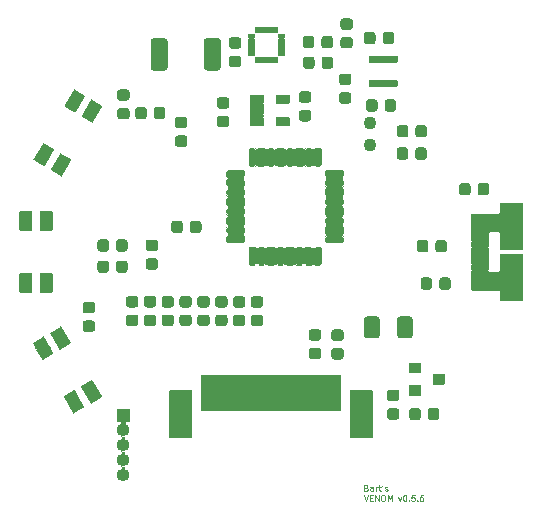
<source format=gbr>
G04 #@! TF.GenerationSoftware,KiCad,Pcbnew,5.1.8-1.fc33*
G04 #@! TF.CreationDate,2020-11-26T22:59:40+01:00*
G04 #@! TF.ProjectId,venom,76656e6f-6d2e-46b6-9963-61645f706362,rev?*
G04 #@! TF.SameCoordinates,Original*
G04 #@! TF.FileFunction,Soldermask,Top*
G04 #@! TF.FilePolarity,Negative*
%FSLAX46Y46*%
G04 Gerber Fmt 4.6, Leading zero omitted, Abs format (unit mm)*
G04 Created by KiCad (PCBNEW 5.1.8-1.fc33) date 2020-11-26 22:59:40*
%MOMM*%
%LPD*%
G01*
G04 APERTURE LIST*
%ADD10C,0.125000*%
%ADD11C,1.102000*%
%ADD12O,1.102000X1.102000*%
%ADD13C,0.100000*%
G04 APERTURE END LIST*
D10*
X167580476Y-138716785D02*
X167651904Y-138740595D01*
X167675714Y-138764404D01*
X167699523Y-138812023D01*
X167699523Y-138883452D01*
X167675714Y-138931071D01*
X167651904Y-138954880D01*
X167604285Y-138978690D01*
X167413809Y-138978690D01*
X167413809Y-138478690D01*
X167580476Y-138478690D01*
X167628095Y-138502500D01*
X167651904Y-138526309D01*
X167675714Y-138573928D01*
X167675714Y-138621547D01*
X167651904Y-138669166D01*
X167628095Y-138692976D01*
X167580476Y-138716785D01*
X167413809Y-138716785D01*
X168128095Y-138978690D02*
X168128095Y-138716785D01*
X168104285Y-138669166D01*
X168056666Y-138645357D01*
X167961428Y-138645357D01*
X167913809Y-138669166D01*
X168128095Y-138954880D02*
X168080476Y-138978690D01*
X167961428Y-138978690D01*
X167913809Y-138954880D01*
X167890000Y-138907261D01*
X167890000Y-138859642D01*
X167913809Y-138812023D01*
X167961428Y-138788214D01*
X168080476Y-138788214D01*
X168128095Y-138764404D01*
X168366190Y-138978690D02*
X168366190Y-138645357D01*
X168366190Y-138740595D02*
X168390000Y-138692976D01*
X168413809Y-138669166D01*
X168461428Y-138645357D01*
X168509047Y-138645357D01*
X168604285Y-138645357D02*
X168794761Y-138645357D01*
X168675714Y-138478690D02*
X168675714Y-138907261D01*
X168699523Y-138954880D01*
X168747142Y-138978690D01*
X168794761Y-138978690D01*
X168985238Y-138478690D02*
X168937619Y-138573928D01*
X169175714Y-138954880D02*
X169223333Y-138978690D01*
X169318571Y-138978690D01*
X169366190Y-138954880D01*
X169390000Y-138907261D01*
X169390000Y-138883452D01*
X169366190Y-138835833D01*
X169318571Y-138812023D01*
X169247142Y-138812023D01*
X169199523Y-138788214D01*
X169175714Y-138740595D01*
X169175714Y-138716785D01*
X169199523Y-138669166D01*
X169247142Y-138645357D01*
X169318571Y-138645357D01*
X169366190Y-138669166D01*
X167378095Y-139353690D02*
X167544761Y-139853690D01*
X167711428Y-139353690D01*
X167878095Y-139591785D02*
X168044761Y-139591785D01*
X168116190Y-139853690D02*
X167878095Y-139853690D01*
X167878095Y-139353690D01*
X168116190Y-139353690D01*
X168330476Y-139853690D02*
X168330476Y-139353690D01*
X168616190Y-139853690D01*
X168616190Y-139353690D01*
X168949523Y-139353690D02*
X169044761Y-139353690D01*
X169092380Y-139377500D01*
X169140000Y-139425119D01*
X169163809Y-139520357D01*
X169163809Y-139687023D01*
X169140000Y-139782261D01*
X169092380Y-139829880D01*
X169044761Y-139853690D01*
X168949523Y-139853690D01*
X168901904Y-139829880D01*
X168854285Y-139782261D01*
X168830476Y-139687023D01*
X168830476Y-139520357D01*
X168854285Y-139425119D01*
X168901904Y-139377500D01*
X168949523Y-139353690D01*
X169378095Y-139853690D02*
X169378095Y-139353690D01*
X169544761Y-139710833D01*
X169711428Y-139353690D01*
X169711428Y-139853690D01*
X170282857Y-139520357D02*
X170401904Y-139853690D01*
X170520952Y-139520357D01*
X170806666Y-139353690D02*
X170854285Y-139353690D01*
X170901904Y-139377500D01*
X170925714Y-139401309D01*
X170949523Y-139448928D01*
X170973333Y-139544166D01*
X170973333Y-139663214D01*
X170949523Y-139758452D01*
X170925714Y-139806071D01*
X170901904Y-139829880D01*
X170854285Y-139853690D01*
X170806666Y-139853690D01*
X170759047Y-139829880D01*
X170735238Y-139806071D01*
X170711428Y-139758452D01*
X170687619Y-139663214D01*
X170687619Y-139544166D01*
X170711428Y-139448928D01*
X170735238Y-139401309D01*
X170759047Y-139377500D01*
X170806666Y-139353690D01*
X171187619Y-139806071D02*
X171211428Y-139829880D01*
X171187619Y-139853690D01*
X171163809Y-139829880D01*
X171187619Y-139806071D01*
X171187619Y-139853690D01*
X171663809Y-139353690D02*
X171425714Y-139353690D01*
X171401904Y-139591785D01*
X171425714Y-139567976D01*
X171473333Y-139544166D01*
X171592380Y-139544166D01*
X171640000Y-139567976D01*
X171663809Y-139591785D01*
X171687619Y-139639404D01*
X171687619Y-139758452D01*
X171663809Y-139806071D01*
X171640000Y-139829880D01*
X171592380Y-139853690D01*
X171473333Y-139853690D01*
X171425714Y-139829880D01*
X171401904Y-139806071D01*
X171901904Y-139806071D02*
X171925714Y-139829880D01*
X171901904Y-139853690D01*
X171878095Y-139829880D01*
X171901904Y-139806071D01*
X171901904Y-139853690D01*
X172354285Y-139353690D02*
X172259047Y-139353690D01*
X172211428Y-139377500D01*
X172187619Y-139401309D01*
X172140000Y-139472738D01*
X172116190Y-139567976D01*
X172116190Y-139758452D01*
X172140000Y-139806071D01*
X172163809Y-139829880D01*
X172211428Y-139853690D01*
X172306666Y-139853690D01*
X172354285Y-139829880D01*
X172378095Y-139806071D01*
X172401904Y-139758452D01*
X172401904Y-139639404D01*
X172378095Y-139591785D01*
X172354285Y-139567976D01*
X172306666Y-139544166D01*
X172211428Y-139544166D01*
X172163809Y-139567976D01*
X172140000Y-139591785D01*
X172116190Y-139639404D01*
X167580476Y-138716785D02*
X167651904Y-138740595D01*
X167675714Y-138764404D01*
X167699523Y-138812023D01*
X167699523Y-138883452D01*
X167675714Y-138931071D01*
X167651904Y-138954880D01*
X167604285Y-138978690D01*
X167413809Y-138978690D01*
X167413809Y-138478690D01*
X167580476Y-138478690D01*
X167628095Y-138502500D01*
X167651904Y-138526309D01*
X167675714Y-138573928D01*
X167675714Y-138621547D01*
X167651904Y-138669166D01*
X167628095Y-138692976D01*
X167580476Y-138716785D01*
X167413809Y-138716785D01*
X168128095Y-138978690D02*
X168128095Y-138716785D01*
X168104285Y-138669166D01*
X168056666Y-138645357D01*
X167961428Y-138645357D01*
X167913809Y-138669166D01*
X168128095Y-138954880D02*
X168080476Y-138978690D01*
X167961428Y-138978690D01*
X167913809Y-138954880D01*
X167890000Y-138907261D01*
X167890000Y-138859642D01*
X167913809Y-138812023D01*
X167961428Y-138788214D01*
X168080476Y-138788214D01*
X168128095Y-138764404D01*
X168366190Y-138978690D02*
X168366190Y-138645357D01*
X168366190Y-138740595D02*
X168390000Y-138692976D01*
X168413809Y-138669166D01*
X168461428Y-138645357D01*
X168509047Y-138645357D01*
X168604285Y-138645357D02*
X168794761Y-138645357D01*
X168675714Y-138478690D02*
X168675714Y-138907261D01*
X168699523Y-138954880D01*
X168747142Y-138978690D01*
X168794761Y-138978690D01*
X168985238Y-138478690D02*
X168937619Y-138573928D01*
X169175714Y-138954880D02*
X169223333Y-138978690D01*
X169318571Y-138978690D01*
X169366190Y-138954880D01*
X169390000Y-138907261D01*
X169390000Y-138883452D01*
X169366190Y-138835833D01*
X169318571Y-138812023D01*
X169247142Y-138812023D01*
X169199523Y-138788214D01*
X169175714Y-138740595D01*
X169175714Y-138716785D01*
X169199523Y-138669166D01*
X169247142Y-138645357D01*
X169318571Y-138645357D01*
X169366190Y-138669166D01*
X167378095Y-139353690D02*
X167544761Y-139853690D01*
X167711428Y-139353690D01*
X167878095Y-139591785D02*
X168044761Y-139591785D01*
X168116190Y-139853690D02*
X167878095Y-139853690D01*
X167878095Y-139353690D01*
X168116190Y-139353690D01*
X168330476Y-139853690D02*
X168330476Y-139353690D01*
X168616190Y-139853690D01*
X168616190Y-139353690D01*
X168949523Y-139353690D02*
X169044761Y-139353690D01*
X169092380Y-139377500D01*
X169140000Y-139425119D01*
X169163809Y-139520357D01*
X169163809Y-139687023D01*
X169140000Y-139782261D01*
X169092380Y-139829880D01*
X169044761Y-139853690D01*
X168949523Y-139853690D01*
X168901904Y-139829880D01*
X168854285Y-139782261D01*
X168830476Y-139687023D01*
X168830476Y-139520357D01*
X168854285Y-139425119D01*
X168901904Y-139377500D01*
X168949523Y-139353690D01*
X169378095Y-139853690D02*
X169378095Y-139353690D01*
X169544761Y-139710833D01*
X169711428Y-139353690D01*
X169711428Y-139853690D01*
X170282857Y-139520357D02*
X170401904Y-139853690D01*
X170520952Y-139520357D01*
X170806666Y-139353690D02*
X170854285Y-139353690D01*
X170901904Y-139377500D01*
X170925714Y-139401309D01*
X170949523Y-139448928D01*
X170973333Y-139544166D01*
X170973333Y-139663214D01*
X170949523Y-139758452D01*
X170925714Y-139806071D01*
X170901904Y-139829880D01*
X170854285Y-139853690D01*
X170806666Y-139853690D01*
X170759047Y-139829880D01*
X170735238Y-139806071D01*
X170711428Y-139758452D01*
X170687619Y-139663214D01*
X170687619Y-139544166D01*
X170711428Y-139448928D01*
X170735238Y-139401309D01*
X170759047Y-139377500D01*
X170806666Y-139353690D01*
X171187619Y-139806071D02*
X171211428Y-139829880D01*
X171187619Y-139853690D01*
X171163809Y-139829880D01*
X171187619Y-139806071D01*
X171187619Y-139853690D01*
X171663809Y-139353690D02*
X171425714Y-139353690D01*
X171401904Y-139591785D01*
X171425714Y-139567976D01*
X171473333Y-139544166D01*
X171592380Y-139544166D01*
X171640000Y-139567976D01*
X171663809Y-139591785D01*
X171687619Y-139639404D01*
X171687619Y-139758452D01*
X171663809Y-139806071D01*
X171640000Y-139829880D01*
X171592380Y-139853690D01*
X171473333Y-139853690D01*
X171425714Y-139829880D01*
X171401904Y-139806071D01*
X171901904Y-139806071D02*
X171925714Y-139829880D01*
X171901904Y-139853690D01*
X171878095Y-139829880D01*
X171901904Y-139806071D01*
X171901904Y-139853690D01*
X172354285Y-139353690D02*
X172259047Y-139353690D01*
X172211428Y-139377500D01*
X172187619Y-139401309D01*
X172140000Y-139472738D01*
X172116190Y-139567976D01*
X172116190Y-139758452D01*
X172140000Y-139806071D01*
X172163809Y-139829880D01*
X172211428Y-139853690D01*
X172306666Y-139853690D01*
X172354285Y-139829880D01*
X172378095Y-139806071D01*
X172401904Y-139758452D01*
X172401904Y-139639404D01*
X172378095Y-139591785D01*
X172354285Y-139567976D01*
X172306666Y-139544166D01*
X172211428Y-139544166D01*
X172163809Y-139567976D01*
X172140000Y-139591785D01*
X172116190Y-139639404D01*
D11*
X167894000Y-109728000D03*
X167894000Y-107828000D03*
G36*
G01*
X167870000Y-104204000D02*
X168220000Y-104204000D01*
G75*
G02*
X168271000Y-104255000I0J-51000D01*
G01*
X168271000Y-104755000D01*
G75*
G02*
X168220000Y-104806000I-51000J0D01*
G01*
X167870000Y-104806000D01*
G75*
G02*
X167819000Y-104755000I0J51000D01*
G01*
X167819000Y-104255000D01*
G75*
G02*
X167870000Y-104204000I51000J0D01*
G01*
G37*
G36*
G01*
X168520000Y-104204000D02*
X168870000Y-104204000D01*
G75*
G02*
X168921000Y-104255000I0J-51000D01*
G01*
X168921000Y-104755000D01*
G75*
G02*
X168870000Y-104806000I-51000J0D01*
G01*
X168520000Y-104806000D01*
G75*
G02*
X168469000Y-104755000I0J51000D01*
G01*
X168469000Y-104255000D01*
G75*
G02*
X168520000Y-104204000I51000J0D01*
G01*
G37*
G36*
G01*
X169170000Y-104204000D02*
X169520000Y-104204000D01*
G75*
G02*
X169571000Y-104255000I0J-51000D01*
G01*
X169571000Y-104755000D01*
G75*
G02*
X169520000Y-104806000I-51000J0D01*
G01*
X169170000Y-104806000D01*
G75*
G02*
X169119000Y-104755000I0J51000D01*
G01*
X169119000Y-104255000D01*
G75*
G02*
X169170000Y-104204000I51000J0D01*
G01*
G37*
G36*
G01*
X169820000Y-104204000D02*
X170170000Y-104204000D01*
G75*
G02*
X170221000Y-104255000I0J-51000D01*
G01*
X170221000Y-104755000D01*
G75*
G02*
X170170000Y-104806000I-51000J0D01*
G01*
X169820000Y-104806000D01*
G75*
G02*
X169769000Y-104755000I0J51000D01*
G01*
X169769000Y-104255000D01*
G75*
G02*
X169820000Y-104204000I51000J0D01*
G01*
G37*
G36*
G01*
X169820000Y-102154000D02*
X170170000Y-102154000D01*
G75*
G02*
X170221000Y-102205000I0J-51000D01*
G01*
X170221000Y-102705000D01*
G75*
G02*
X170170000Y-102756000I-51000J0D01*
G01*
X169820000Y-102756000D01*
G75*
G02*
X169769000Y-102705000I0J51000D01*
G01*
X169769000Y-102205000D01*
G75*
G02*
X169820000Y-102154000I51000J0D01*
G01*
G37*
G36*
G01*
X169170000Y-102154000D02*
X169520000Y-102154000D01*
G75*
G02*
X169571000Y-102205000I0J-51000D01*
G01*
X169571000Y-102705000D01*
G75*
G02*
X169520000Y-102756000I-51000J0D01*
G01*
X169170000Y-102756000D01*
G75*
G02*
X169119000Y-102705000I0J51000D01*
G01*
X169119000Y-102205000D01*
G75*
G02*
X169170000Y-102154000I51000J0D01*
G01*
G37*
G36*
G01*
X168520000Y-102154000D02*
X168870000Y-102154000D01*
G75*
G02*
X168921000Y-102205000I0J-51000D01*
G01*
X168921000Y-102705000D01*
G75*
G02*
X168870000Y-102756000I-51000J0D01*
G01*
X168520000Y-102756000D01*
G75*
G02*
X168469000Y-102705000I0J51000D01*
G01*
X168469000Y-102205000D01*
G75*
G02*
X168520000Y-102154000I51000J0D01*
G01*
G37*
G36*
G01*
X167870000Y-102154000D02*
X168220000Y-102154000D01*
G75*
G02*
X168271000Y-102205000I0J-51000D01*
G01*
X168271000Y-102705000D01*
G75*
G02*
X168220000Y-102756000I-51000J0D01*
G01*
X167870000Y-102756000D01*
G75*
G02*
X167819000Y-102705000I0J51000D01*
G01*
X167819000Y-102205000D01*
G75*
G02*
X167870000Y-102154000I51000J0D01*
G01*
G37*
G36*
G01*
X166209000Y-134510000D02*
X166209000Y-130510000D01*
G75*
G02*
X166260000Y-130459000I51000J0D01*
G01*
X168060000Y-130459000D01*
G75*
G02*
X168111000Y-130510000I0J-51000D01*
G01*
X168111000Y-134510000D01*
G75*
G02*
X168060000Y-134561000I-51000J0D01*
G01*
X166260000Y-134561000D01*
G75*
G02*
X166209000Y-134510000I0J51000D01*
G01*
G37*
G36*
G01*
X150909000Y-134510000D02*
X150909000Y-130510000D01*
G75*
G02*
X150960000Y-130459000I51000J0D01*
G01*
X152760000Y-130459000D01*
G75*
G02*
X152811000Y-130510000I0J-51000D01*
G01*
X152811000Y-134510000D01*
G75*
G02*
X152760000Y-134561000I-51000J0D01*
G01*
X150960000Y-134561000D01*
G75*
G02*
X150909000Y-134510000I0J51000D01*
G01*
G37*
G36*
G01*
X153559000Y-132210000D02*
X153559000Y-129210000D01*
G75*
G02*
X153610000Y-129159000I51000J0D01*
G01*
X153910000Y-129159000D01*
G75*
G02*
X153961000Y-129210000I0J-51000D01*
G01*
X153961000Y-132210000D01*
G75*
G02*
X153910000Y-132261000I-51000J0D01*
G01*
X153610000Y-132261000D01*
G75*
G02*
X153559000Y-132210000I0J51000D01*
G01*
G37*
G36*
G01*
X154059000Y-132210000D02*
X154059000Y-129210000D01*
G75*
G02*
X154110000Y-129159000I51000J0D01*
G01*
X154410000Y-129159000D01*
G75*
G02*
X154461000Y-129210000I0J-51000D01*
G01*
X154461000Y-132210000D01*
G75*
G02*
X154410000Y-132261000I-51000J0D01*
G01*
X154110000Y-132261000D01*
G75*
G02*
X154059000Y-132210000I0J51000D01*
G01*
G37*
G36*
G01*
X154559000Y-132210000D02*
X154559000Y-129210000D01*
G75*
G02*
X154610000Y-129159000I51000J0D01*
G01*
X154910000Y-129159000D01*
G75*
G02*
X154961000Y-129210000I0J-51000D01*
G01*
X154961000Y-132210000D01*
G75*
G02*
X154910000Y-132261000I-51000J0D01*
G01*
X154610000Y-132261000D01*
G75*
G02*
X154559000Y-132210000I0J51000D01*
G01*
G37*
G36*
G01*
X155059000Y-132210000D02*
X155059000Y-129210000D01*
G75*
G02*
X155110000Y-129159000I51000J0D01*
G01*
X155410000Y-129159000D01*
G75*
G02*
X155461000Y-129210000I0J-51000D01*
G01*
X155461000Y-132210000D01*
G75*
G02*
X155410000Y-132261000I-51000J0D01*
G01*
X155110000Y-132261000D01*
G75*
G02*
X155059000Y-132210000I0J51000D01*
G01*
G37*
G36*
G01*
X155559000Y-132210000D02*
X155559000Y-129210000D01*
G75*
G02*
X155610000Y-129159000I51000J0D01*
G01*
X155910000Y-129159000D01*
G75*
G02*
X155961000Y-129210000I0J-51000D01*
G01*
X155961000Y-132210000D01*
G75*
G02*
X155910000Y-132261000I-51000J0D01*
G01*
X155610000Y-132261000D01*
G75*
G02*
X155559000Y-132210000I0J51000D01*
G01*
G37*
G36*
G01*
X156059000Y-132210000D02*
X156059000Y-129210000D01*
G75*
G02*
X156110000Y-129159000I51000J0D01*
G01*
X156410000Y-129159000D01*
G75*
G02*
X156461000Y-129210000I0J-51000D01*
G01*
X156461000Y-132210000D01*
G75*
G02*
X156410000Y-132261000I-51000J0D01*
G01*
X156110000Y-132261000D01*
G75*
G02*
X156059000Y-132210000I0J51000D01*
G01*
G37*
G36*
G01*
X156559000Y-132210000D02*
X156559000Y-129210000D01*
G75*
G02*
X156610000Y-129159000I51000J0D01*
G01*
X156910000Y-129159000D01*
G75*
G02*
X156961000Y-129210000I0J-51000D01*
G01*
X156961000Y-132210000D01*
G75*
G02*
X156910000Y-132261000I-51000J0D01*
G01*
X156610000Y-132261000D01*
G75*
G02*
X156559000Y-132210000I0J51000D01*
G01*
G37*
G36*
G01*
X157059000Y-132210000D02*
X157059000Y-129210000D01*
G75*
G02*
X157110000Y-129159000I51000J0D01*
G01*
X157410000Y-129159000D01*
G75*
G02*
X157461000Y-129210000I0J-51000D01*
G01*
X157461000Y-132210000D01*
G75*
G02*
X157410000Y-132261000I-51000J0D01*
G01*
X157110000Y-132261000D01*
G75*
G02*
X157059000Y-132210000I0J51000D01*
G01*
G37*
G36*
G01*
X157559000Y-132210000D02*
X157559000Y-129210000D01*
G75*
G02*
X157610000Y-129159000I51000J0D01*
G01*
X157910000Y-129159000D01*
G75*
G02*
X157961000Y-129210000I0J-51000D01*
G01*
X157961000Y-132210000D01*
G75*
G02*
X157910000Y-132261000I-51000J0D01*
G01*
X157610000Y-132261000D01*
G75*
G02*
X157559000Y-132210000I0J51000D01*
G01*
G37*
G36*
G01*
X158059000Y-132210000D02*
X158059000Y-129210000D01*
G75*
G02*
X158110000Y-129159000I51000J0D01*
G01*
X158410000Y-129159000D01*
G75*
G02*
X158461000Y-129210000I0J-51000D01*
G01*
X158461000Y-132210000D01*
G75*
G02*
X158410000Y-132261000I-51000J0D01*
G01*
X158110000Y-132261000D01*
G75*
G02*
X158059000Y-132210000I0J51000D01*
G01*
G37*
G36*
G01*
X158559000Y-132210000D02*
X158559000Y-129210000D01*
G75*
G02*
X158610000Y-129159000I51000J0D01*
G01*
X158910000Y-129159000D01*
G75*
G02*
X158961000Y-129210000I0J-51000D01*
G01*
X158961000Y-132210000D01*
G75*
G02*
X158910000Y-132261000I-51000J0D01*
G01*
X158610000Y-132261000D01*
G75*
G02*
X158559000Y-132210000I0J51000D01*
G01*
G37*
G36*
G01*
X159059000Y-132210000D02*
X159059000Y-129210000D01*
G75*
G02*
X159110000Y-129159000I51000J0D01*
G01*
X159410000Y-129159000D01*
G75*
G02*
X159461000Y-129210000I0J-51000D01*
G01*
X159461000Y-132210000D01*
G75*
G02*
X159410000Y-132261000I-51000J0D01*
G01*
X159110000Y-132261000D01*
G75*
G02*
X159059000Y-132210000I0J51000D01*
G01*
G37*
G36*
G01*
X159559000Y-132210000D02*
X159559000Y-129210000D01*
G75*
G02*
X159610000Y-129159000I51000J0D01*
G01*
X159910000Y-129159000D01*
G75*
G02*
X159961000Y-129210000I0J-51000D01*
G01*
X159961000Y-132210000D01*
G75*
G02*
X159910000Y-132261000I-51000J0D01*
G01*
X159610000Y-132261000D01*
G75*
G02*
X159559000Y-132210000I0J51000D01*
G01*
G37*
G36*
G01*
X160059000Y-132210000D02*
X160059000Y-129210000D01*
G75*
G02*
X160110000Y-129159000I51000J0D01*
G01*
X160410000Y-129159000D01*
G75*
G02*
X160461000Y-129210000I0J-51000D01*
G01*
X160461000Y-132210000D01*
G75*
G02*
X160410000Y-132261000I-51000J0D01*
G01*
X160110000Y-132261000D01*
G75*
G02*
X160059000Y-132210000I0J51000D01*
G01*
G37*
G36*
G01*
X160559000Y-132210000D02*
X160559000Y-129210000D01*
G75*
G02*
X160610000Y-129159000I51000J0D01*
G01*
X160910000Y-129159000D01*
G75*
G02*
X160961000Y-129210000I0J-51000D01*
G01*
X160961000Y-132210000D01*
G75*
G02*
X160910000Y-132261000I-51000J0D01*
G01*
X160610000Y-132261000D01*
G75*
G02*
X160559000Y-132210000I0J51000D01*
G01*
G37*
G36*
G01*
X161059000Y-132210000D02*
X161059000Y-129210000D01*
G75*
G02*
X161110000Y-129159000I51000J0D01*
G01*
X161410000Y-129159000D01*
G75*
G02*
X161461000Y-129210000I0J-51000D01*
G01*
X161461000Y-132210000D01*
G75*
G02*
X161410000Y-132261000I-51000J0D01*
G01*
X161110000Y-132261000D01*
G75*
G02*
X161059000Y-132210000I0J51000D01*
G01*
G37*
G36*
G01*
X161559000Y-132210000D02*
X161559000Y-129210000D01*
G75*
G02*
X161610000Y-129159000I51000J0D01*
G01*
X161910000Y-129159000D01*
G75*
G02*
X161961000Y-129210000I0J-51000D01*
G01*
X161961000Y-132210000D01*
G75*
G02*
X161910000Y-132261000I-51000J0D01*
G01*
X161610000Y-132261000D01*
G75*
G02*
X161559000Y-132210000I0J51000D01*
G01*
G37*
G36*
G01*
X162059000Y-132210000D02*
X162059000Y-129210000D01*
G75*
G02*
X162110000Y-129159000I51000J0D01*
G01*
X162410000Y-129159000D01*
G75*
G02*
X162461000Y-129210000I0J-51000D01*
G01*
X162461000Y-132210000D01*
G75*
G02*
X162410000Y-132261000I-51000J0D01*
G01*
X162110000Y-132261000D01*
G75*
G02*
X162059000Y-132210000I0J51000D01*
G01*
G37*
G36*
G01*
X162559000Y-132210000D02*
X162559000Y-129210000D01*
G75*
G02*
X162610000Y-129159000I51000J0D01*
G01*
X162910000Y-129159000D01*
G75*
G02*
X162961000Y-129210000I0J-51000D01*
G01*
X162961000Y-132210000D01*
G75*
G02*
X162910000Y-132261000I-51000J0D01*
G01*
X162610000Y-132261000D01*
G75*
G02*
X162559000Y-132210000I0J51000D01*
G01*
G37*
G36*
G01*
X163059000Y-132210000D02*
X163059000Y-129210000D01*
G75*
G02*
X163110000Y-129159000I51000J0D01*
G01*
X163410000Y-129159000D01*
G75*
G02*
X163461000Y-129210000I0J-51000D01*
G01*
X163461000Y-132210000D01*
G75*
G02*
X163410000Y-132261000I-51000J0D01*
G01*
X163110000Y-132261000D01*
G75*
G02*
X163059000Y-132210000I0J51000D01*
G01*
G37*
G36*
G01*
X163559000Y-132210000D02*
X163559000Y-129210000D01*
G75*
G02*
X163610000Y-129159000I51000J0D01*
G01*
X163910000Y-129159000D01*
G75*
G02*
X163961000Y-129210000I0J-51000D01*
G01*
X163961000Y-132210000D01*
G75*
G02*
X163910000Y-132261000I-51000J0D01*
G01*
X163610000Y-132261000D01*
G75*
G02*
X163559000Y-132210000I0J51000D01*
G01*
G37*
G36*
G01*
X164059000Y-132210000D02*
X164059000Y-129210000D01*
G75*
G02*
X164110000Y-129159000I51000J0D01*
G01*
X164410000Y-129159000D01*
G75*
G02*
X164461000Y-129210000I0J-51000D01*
G01*
X164461000Y-132210000D01*
G75*
G02*
X164410000Y-132261000I-51000J0D01*
G01*
X164110000Y-132261000D01*
G75*
G02*
X164059000Y-132210000I0J51000D01*
G01*
G37*
G36*
G01*
X164559000Y-132210000D02*
X164559000Y-129210000D01*
G75*
G02*
X164610000Y-129159000I51000J0D01*
G01*
X164910000Y-129159000D01*
G75*
G02*
X164961000Y-129210000I0J-51000D01*
G01*
X164961000Y-132210000D01*
G75*
G02*
X164910000Y-132261000I-51000J0D01*
G01*
X164610000Y-132261000D01*
G75*
G02*
X164559000Y-132210000I0J51000D01*
G01*
G37*
G36*
G01*
X165059000Y-132210000D02*
X165059000Y-129210000D01*
G75*
G02*
X165110000Y-129159000I51000J0D01*
G01*
X165410000Y-129159000D01*
G75*
G02*
X165461000Y-129210000I0J-51000D01*
G01*
X165461000Y-132210000D01*
G75*
G02*
X165410000Y-132261000I-51000J0D01*
G01*
X165110000Y-132261000D01*
G75*
G02*
X165059000Y-132210000I0J51000D01*
G01*
G37*
G36*
G01*
X140837609Y-125596346D02*
X141703635Y-125096346D01*
G75*
G02*
X141773302Y-125115013I25500J-44167D01*
G01*
X142548302Y-126457353D01*
G75*
G02*
X142529635Y-126527020I-44167J-25500D01*
G01*
X141663609Y-127027020D01*
G75*
G02*
X141593942Y-127008353I-25500J44167D01*
G01*
X140818942Y-125666013D01*
G75*
G02*
X140837609Y-125596346I44167J25500D01*
G01*
G37*
G36*
G01*
X143462609Y-130142980D02*
X144328635Y-129642980D01*
G75*
G02*
X144398302Y-129661647I25500J-44167D01*
G01*
X145173302Y-131003987D01*
G75*
G02*
X145154635Y-131073654I-44167J-25500D01*
G01*
X144288609Y-131573654D01*
G75*
G02*
X144218942Y-131554987I-25500J44167D01*
G01*
X143443942Y-130212647D01*
G75*
G02*
X143462609Y-130142980I44167J25500D01*
G01*
G37*
G36*
G01*
X141990365Y-130992980D02*
X142856391Y-130492980D01*
G75*
G02*
X142926058Y-130511647I25500J-44167D01*
G01*
X143701058Y-131853987D01*
G75*
G02*
X143682391Y-131923654I-44167J-25500D01*
G01*
X142816365Y-132423654D01*
G75*
G02*
X142746698Y-132404987I-25500J44167D01*
G01*
X141971698Y-131062647D01*
G75*
G02*
X141990365Y-130992980I44167J25500D01*
G01*
G37*
G36*
G01*
X139365365Y-126446346D02*
X140231391Y-125946346D01*
G75*
G02*
X140301058Y-125965013I25500J-44167D01*
G01*
X141076058Y-127307353D01*
G75*
G02*
X141057391Y-127377020I-44167J-25500D01*
G01*
X140191365Y-127877020D01*
G75*
G02*
X140121698Y-127858353I-25500J44167D01*
G01*
X139346698Y-126516013D01*
G75*
G02*
X139365365Y-126446346I44167J25500D01*
G01*
G37*
G36*
G01*
X155266000Y-100932887D02*
X155266000Y-103147113D01*
G75*
G02*
X154997113Y-103416000I-268887J0D01*
G01*
X154082887Y-103416000D01*
G75*
G02*
X153814000Y-103147113I0J268887D01*
G01*
X153814000Y-100932887D01*
G75*
G02*
X154082887Y-100664000I268887J0D01*
G01*
X154997113Y-100664000D01*
G75*
G02*
X155266000Y-100932887I0J-268887D01*
G01*
G37*
G36*
G01*
X150766000Y-100932887D02*
X150766000Y-103147113D01*
G75*
G02*
X150497113Y-103416000I-268887J0D01*
G01*
X149582887Y-103416000D01*
G75*
G02*
X149314000Y-103147113I0J268887D01*
G01*
X149314000Y-100932887D01*
G75*
G02*
X149582887Y-100664000I268887J0D01*
G01*
X150497113Y-100664000D01*
G75*
G02*
X150766000Y-100932887I0J-268887D01*
G01*
G37*
G36*
G01*
X168357000Y-100378250D02*
X168357000Y-100941750D01*
G75*
G02*
X168112750Y-101186000I-244250J0D01*
G01*
X167624250Y-101186000D01*
G75*
G02*
X167380000Y-100941750I0J244250D01*
G01*
X167380000Y-100378250D01*
G75*
G02*
X167624250Y-100134000I244250J0D01*
G01*
X168112750Y-100134000D01*
G75*
G02*
X168357000Y-100378250I0J-244250D01*
G01*
G37*
G36*
G01*
X169932000Y-100378250D02*
X169932000Y-100941750D01*
G75*
G02*
X169687750Y-101186000I-244250J0D01*
G01*
X169199250Y-101186000D01*
G75*
G02*
X168955000Y-100941750I0J244250D01*
G01*
X168955000Y-100378250D01*
G75*
G02*
X169199250Y-100134000I244250J0D01*
G01*
X169687750Y-100134000D01*
G75*
G02*
X169932000Y-100378250I0J-244250D01*
G01*
G37*
G36*
G01*
X166191750Y-101536000D02*
X165628250Y-101536000D01*
G75*
G02*
X165384000Y-101291750I0J244250D01*
G01*
X165384000Y-100803250D01*
G75*
G02*
X165628250Y-100559000I244250J0D01*
G01*
X166191750Y-100559000D01*
G75*
G02*
X166436000Y-100803250I0J-244250D01*
G01*
X166436000Y-101291750D01*
G75*
G02*
X166191750Y-101536000I-244250J0D01*
G01*
G37*
G36*
G01*
X166191750Y-99961000D02*
X165628250Y-99961000D01*
G75*
G02*
X165384000Y-99716750I0J244250D01*
G01*
X165384000Y-99228250D01*
G75*
G02*
X165628250Y-98984000I244250J0D01*
G01*
X166191750Y-98984000D01*
G75*
G02*
X166436000Y-99228250I0J-244250D01*
G01*
X166436000Y-99716750D01*
G75*
G02*
X166191750Y-99961000I-244250J0D01*
G01*
G37*
G36*
G01*
X170144000Y-110721750D02*
X170144000Y-110158250D01*
G75*
G02*
X170388250Y-109914000I244250J0D01*
G01*
X170876750Y-109914000D01*
G75*
G02*
X171121000Y-110158250I0J-244250D01*
G01*
X171121000Y-110721750D01*
G75*
G02*
X170876750Y-110966000I-244250J0D01*
G01*
X170388250Y-110966000D01*
G75*
G02*
X170144000Y-110721750I0J244250D01*
G01*
G37*
G36*
G01*
X171719000Y-110721750D02*
X171719000Y-110158250D01*
G75*
G02*
X171963250Y-109914000I244250J0D01*
G01*
X172451750Y-109914000D01*
G75*
G02*
X172696000Y-110158250I0J-244250D01*
G01*
X172696000Y-110721750D01*
G75*
G02*
X172451750Y-110966000I-244250J0D01*
G01*
X171963250Y-110966000D01*
G75*
G02*
X171719000Y-110721750I0J244250D01*
G01*
G37*
G36*
G01*
X171739000Y-108831750D02*
X171739000Y-108268250D01*
G75*
G02*
X171983250Y-108024000I244250J0D01*
G01*
X172471750Y-108024000D01*
G75*
G02*
X172716000Y-108268250I0J-244250D01*
G01*
X172716000Y-108831750D01*
G75*
G02*
X172471750Y-109076000I-244250J0D01*
G01*
X171983250Y-109076000D01*
G75*
G02*
X171739000Y-108831750I0J244250D01*
G01*
G37*
G36*
G01*
X170164000Y-108831750D02*
X170164000Y-108268250D01*
G75*
G02*
X170408250Y-108024000I244250J0D01*
G01*
X170896750Y-108024000D01*
G75*
G02*
X171141000Y-108268250I0J-244250D01*
G01*
X171141000Y-108831750D01*
G75*
G02*
X170896750Y-109076000I-244250J0D01*
G01*
X170408250Y-109076000D01*
G75*
G02*
X170164000Y-108831750I0J244250D01*
G01*
G37*
G36*
G01*
X173429000Y-118561750D02*
X173429000Y-117998250D01*
G75*
G02*
X173673250Y-117754000I244250J0D01*
G01*
X174161750Y-117754000D01*
G75*
G02*
X174406000Y-117998250I0J-244250D01*
G01*
X174406000Y-118561750D01*
G75*
G02*
X174161750Y-118806000I-244250J0D01*
G01*
X173673250Y-118806000D01*
G75*
G02*
X173429000Y-118561750I0J244250D01*
G01*
G37*
G36*
G01*
X171854000Y-118561750D02*
X171854000Y-117998250D01*
G75*
G02*
X172098250Y-117754000I244250J0D01*
G01*
X172586750Y-117754000D01*
G75*
G02*
X172831000Y-117998250I0J-244250D01*
G01*
X172831000Y-118561750D01*
G75*
G02*
X172586750Y-118806000I-244250J0D01*
G01*
X172098250Y-118806000D01*
G75*
G02*
X171854000Y-118561750I0J244250D01*
G01*
G37*
G36*
G01*
X165421750Y-127876000D02*
X164858250Y-127876000D01*
G75*
G02*
X164614000Y-127631750I0J244250D01*
G01*
X164614000Y-127143250D01*
G75*
G02*
X164858250Y-126899000I244250J0D01*
G01*
X165421750Y-126899000D01*
G75*
G02*
X165666000Y-127143250I0J-244250D01*
G01*
X165666000Y-127631750D01*
G75*
G02*
X165421750Y-127876000I-244250J0D01*
G01*
G37*
G36*
G01*
X165421750Y-126301000D02*
X164858250Y-126301000D01*
G75*
G02*
X164614000Y-126056750I0J244250D01*
G01*
X164614000Y-125568250D01*
G75*
G02*
X164858250Y-125324000I244250J0D01*
G01*
X165421750Y-125324000D01*
G75*
G02*
X165666000Y-125568250I0J-244250D01*
G01*
X165666000Y-126056750D01*
G75*
G02*
X165421750Y-126301000I-244250J0D01*
G01*
G37*
G36*
G01*
X163511750Y-127856000D02*
X162948250Y-127856000D01*
G75*
G02*
X162704000Y-127611750I0J244250D01*
G01*
X162704000Y-127123250D01*
G75*
G02*
X162948250Y-126879000I244250J0D01*
G01*
X163511750Y-126879000D01*
G75*
G02*
X163756000Y-127123250I0J-244250D01*
G01*
X163756000Y-127611750D01*
G75*
G02*
X163511750Y-127856000I-244250J0D01*
G01*
G37*
G36*
G01*
X163511750Y-126281000D02*
X162948250Y-126281000D01*
G75*
G02*
X162704000Y-126036750I0J244250D01*
G01*
X162704000Y-125548250D01*
G75*
G02*
X162948250Y-125304000I244250J0D01*
G01*
X163511750Y-125304000D01*
G75*
G02*
X163756000Y-125548250I0J-244250D01*
G01*
X163756000Y-126036750D01*
G75*
G02*
X163511750Y-126281000I-244250J0D01*
G01*
G37*
G36*
G01*
X158601750Y-123481000D02*
X158038250Y-123481000D01*
G75*
G02*
X157794000Y-123236750I0J244250D01*
G01*
X157794000Y-122748250D01*
G75*
G02*
X158038250Y-122504000I244250J0D01*
G01*
X158601750Y-122504000D01*
G75*
G02*
X158846000Y-122748250I0J-244250D01*
G01*
X158846000Y-123236750D01*
G75*
G02*
X158601750Y-123481000I-244250J0D01*
G01*
G37*
G36*
G01*
X158601750Y-125056000D02*
X158038250Y-125056000D01*
G75*
G02*
X157794000Y-124811750I0J244250D01*
G01*
X157794000Y-124323250D01*
G75*
G02*
X158038250Y-124079000I244250J0D01*
G01*
X158601750Y-124079000D01*
G75*
G02*
X158846000Y-124323250I0J-244250D01*
G01*
X158846000Y-124811750D01*
G75*
G02*
X158601750Y-125056000I-244250J0D01*
G01*
G37*
G36*
G01*
X157091750Y-123481000D02*
X156528250Y-123481000D01*
G75*
G02*
X156284000Y-123236750I0J244250D01*
G01*
X156284000Y-122748250D01*
G75*
G02*
X156528250Y-122504000I244250J0D01*
G01*
X157091750Y-122504000D01*
G75*
G02*
X157336000Y-122748250I0J-244250D01*
G01*
X157336000Y-123236750D01*
G75*
G02*
X157091750Y-123481000I-244250J0D01*
G01*
G37*
G36*
G01*
X157091750Y-125056000D02*
X156528250Y-125056000D01*
G75*
G02*
X156284000Y-124811750I0J244250D01*
G01*
X156284000Y-124323250D01*
G75*
G02*
X156528250Y-124079000I244250J0D01*
G01*
X157091750Y-124079000D01*
G75*
G02*
X157336000Y-124323250I0J-244250D01*
G01*
X157336000Y-124811750D01*
G75*
G02*
X157091750Y-125056000I-244250J0D01*
G01*
G37*
G36*
G01*
X155581750Y-125056000D02*
X155018250Y-125056000D01*
G75*
G02*
X154774000Y-124811750I0J244250D01*
G01*
X154774000Y-124323250D01*
G75*
G02*
X155018250Y-124079000I244250J0D01*
G01*
X155581750Y-124079000D01*
G75*
G02*
X155826000Y-124323250I0J-244250D01*
G01*
X155826000Y-124811750D01*
G75*
G02*
X155581750Y-125056000I-244250J0D01*
G01*
G37*
G36*
G01*
X155581750Y-123481000D02*
X155018250Y-123481000D01*
G75*
G02*
X154774000Y-123236750I0J244250D01*
G01*
X154774000Y-122748250D01*
G75*
G02*
X155018250Y-122504000I244250J0D01*
G01*
X155581750Y-122504000D01*
G75*
G02*
X155826000Y-122748250I0J-244250D01*
G01*
X155826000Y-123236750D01*
G75*
G02*
X155581750Y-123481000I-244250J0D01*
G01*
G37*
G36*
G01*
X154071750Y-125046000D02*
X153508250Y-125046000D01*
G75*
G02*
X153264000Y-124801750I0J244250D01*
G01*
X153264000Y-124313250D01*
G75*
G02*
X153508250Y-124069000I244250J0D01*
G01*
X154071750Y-124069000D01*
G75*
G02*
X154316000Y-124313250I0J-244250D01*
G01*
X154316000Y-124801750D01*
G75*
G02*
X154071750Y-125046000I-244250J0D01*
G01*
G37*
G36*
G01*
X154071750Y-123471000D02*
X153508250Y-123471000D01*
G75*
G02*
X153264000Y-123226750I0J244250D01*
G01*
X153264000Y-122738250D01*
G75*
G02*
X153508250Y-122494000I244250J0D01*
G01*
X154071750Y-122494000D01*
G75*
G02*
X154316000Y-122738250I0J-244250D01*
G01*
X154316000Y-123226750D01*
G75*
G02*
X154071750Y-123471000I-244250J0D01*
G01*
G37*
G36*
G01*
X152561750Y-123471000D02*
X151998250Y-123471000D01*
G75*
G02*
X151754000Y-123226750I0J244250D01*
G01*
X151754000Y-122738250D01*
G75*
G02*
X151998250Y-122494000I244250J0D01*
G01*
X152561750Y-122494000D01*
G75*
G02*
X152806000Y-122738250I0J-244250D01*
G01*
X152806000Y-123226750D01*
G75*
G02*
X152561750Y-123471000I-244250J0D01*
G01*
G37*
G36*
G01*
X152561750Y-125046000D02*
X151998250Y-125046000D01*
G75*
G02*
X151754000Y-124801750I0J244250D01*
G01*
X151754000Y-124313250D01*
G75*
G02*
X151998250Y-124069000I244250J0D01*
G01*
X152561750Y-124069000D01*
G75*
G02*
X152806000Y-124313250I0J-244250D01*
G01*
X152806000Y-124801750D01*
G75*
G02*
X152561750Y-125046000I-244250J0D01*
G01*
G37*
G36*
G01*
X151051750Y-125046000D02*
X150488250Y-125046000D01*
G75*
G02*
X150244000Y-124801750I0J244250D01*
G01*
X150244000Y-124313250D01*
G75*
G02*
X150488250Y-124069000I244250J0D01*
G01*
X151051750Y-124069000D01*
G75*
G02*
X151296000Y-124313250I0J-244250D01*
G01*
X151296000Y-124801750D01*
G75*
G02*
X151051750Y-125046000I-244250J0D01*
G01*
G37*
G36*
G01*
X151051750Y-123471000D02*
X150488250Y-123471000D01*
G75*
G02*
X150244000Y-123226750I0J244250D01*
G01*
X150244000Y-122738250D01*
G75*
G02*
X150488250Y-122494000I244250J0D01*
G01*
X151051750Y-122494000D01*
G75*
G02*
X151296000Y-122738250I0J-244250D01*
G01*
X151296000Y-123226750D01*
G75*
G02*
X151051750Y-123471000I-244250J0D01*
G01*
G37*
G36*
G01*
X149541750Y-123471000D02*
X148978250Y-123471000D01*
G75*
G02*
X148734000Y-123226750I0J244250D01*
G01*
X148734000Y-122738250D01*
G75*
G02*
X148978250Y-122494000I244250J0D01*
G01*
X149541750Y-122494000D01*
G75*
G02*
X149786000Y-122738250I0J-244250D01*
G01*
X149786000Y-123226750D01*
G75*
G02*
X149541750Y-123471000I-244250J0D01*
G01*
G37*
G36*
G01*
X149541750Y-125046000D02*
X148978250Y-125046000D01*
G75*
G02*
X148734000Y-124801750I0J244250D01*
G01*
X148734000Y-124313250D01*
G75*
G02*
X148978250Y-124069000I244250J0D01*
G01*
X149541750Y-124069000D01*
G75*
G02*
X149786000Y-124313250I0J-244250D01*
G01*
X149786000Y-124801750D01*
G75*
G02*
X149541750Y-125046000I-244250J0D01*
G01*
G37*
G36*
G01*
X148031750Y-123471000D02*
X147468250Y-123471000D01*
G75*
G02*
X147224000Y-123226750I0J244250D01*
G01*
X147224000Y-122738250D01*
G75*
G02*
X147468250Y-122494000I244250J0D01*
G01*
X148031750Y-122494000D01*
G75*
G02*
X148276000Y-122738250I0J-244250D01*
G01*
X148276000Y-123226750D01*
G75*
G02*
X148031750Y-123471000I-244250J0D01*
G01*
G37*
G36*
G01*
X148031750Y-125046000D02*
X147468250Y-125046000D01*
G75*
G02*
X147224000Y-124801750I0J244250D01*
G01*
X147224000Y-124313250D01*
G75*
G02*
X147468250Y-124069000I244250J0D01*
G01*
X148031750Y-124069000D01*
G75*
G02*
X148276000Y-124313250I0J-244250D01*
G01*
X148276000Y-124801750D01*
G75*
G02*
X148031750Y-125046000I-244250J0D01*
G01*
G37*
G36*
G01*
X155166250Y-107233000D02*
X155729750Y-107233000D01*
G75*
G02*
X155974000Y-107477250I0J-244250D01*
G01*
X155974000Y-107965750D01*
G75*
G02*
X155729750Y-108210000I-244250J0D01*
G01*
X155166250Y-108210000D01*
G75*
G02*
X154922000Y-107965750I0J244250D01*
G01*
X154922000Y-107477250D01*
G75*
G02*
X155166250Y-107233000I244250J0D01*
G01*
G37*
G36*
G01*
X155166250Y-105658000D02*
X155729750Y-105658000D01*
G75*
G02*
X155974000Y-105902250I0J-244250D01*
G01*
X155974000Y-106390750D01*
G75*
G02*
X155729750Y-106635000I-244250J0D01*
G01*
X155166250Y-106635000D01*
G75*
G02*
X154922000Y-106390750I0J244250D01*
G01*
X154922000Y-105902250D01*
G75*
G02*
X155166250Y-105658000I244250J0D01*
G01*
G37*
G36*
G01*
X162671750Y-107726000D02*
X162108250Y-107726000D01*
G75*
G02*
X161864000Y-107481750I0J244250D01*
G01*
X161864000Y-106993250D01*
G75*
G02*
X162108250Y-106749000I244250J0D01*
G01*
X162671750Y-106749000D01*
G75*
G02*
X162916000Y-106993250I0J-244250D01*
G01*
X162916000Y-107481750D01*
G75*
G02*
X162671750Y-107726000I-244250J0D01*
G01*
G37*
G36*
G01*
X162671750Y-106151000D02*
X162108250Y-106151000D01*
G75*
G02*
X161864000Y-105906750I0J244250D01*
G01*
X161864000Y-105418250D01*
G75*
G02*
X162108250Y-105174000I244250J0D01*
G01*
X162671750Y-105174000D01*
G75*
G02*
X162916000Y-105418250I0J-244250D01*
G01*
X162916000Y-105906750D01*
G75*
G02*
X162671750Y-106151000I-244250J0D01*
G01*
G37*
G36*
G01*
X171199000Y-128990000D02*
X171199000Y-128190000D01*
G75*
G02*
X171250000Y-128139000I51000J0D01*
G01*
X172150000Y-128139000D01*
G75*
G02*
X172201000Y-128190000I0J-51000D01*
G01*
X172201000Y-128990000D01*
G75*
G02*
X172150000Y-129041000I-51000J0D01*
G01*
X171250000Y-129041000D01*
G75*
G02*
X171199000Y-128990000I0J51000D01*
G01*
G37*
G36*
G01*
X171199000Y-130890000D02*
X171199000Y-130090000D01*
G75*
G02*
X171250000Y-130039000I51000J0D01*
G01*
X172150000Y-130039000D01*
G75*
G02*
X172201000Y-130090000I0J-51000D01*
G01*
X172201000Y-130890000D01*
G75*
G02*
X172150000Y-130941000I-51000J0D01*
G01*
X171250000Y-130941000D01*
G75*
G02*
X171199000Y-130890000I0J51000D01*
G01*
G37*
G36*
G01*
X173199000Y-129940000D02*
X173199000Y-129140000D01*
G75*
G02*
X173250000Y-129089000I51000J0D01*
G01*
X174150000Y-129089000D01*
G75*
G02*
X174201000Y-129140000I0J-51000D01*
G01*
X174201000Y-129940000D01*
G75*
G02*
X174150000Y-129991000I-51000J0D01*
G01*
X173250000Y-129991000D01*
G75*
G02*
X173199000Y-129940000I0J51000D01*
G01*
G37*
G36*
G01*
X151610250Y-107326500D02*
X152173750Y-107326500D01*
G75*
G02*
X152418000Y-107570750I0J-244250D01*
G01*
X152418000Y-108059250D01*
G75*
G02*
X152173750Y-108303500I-244250J0D01*
G01*
X151610250Y-108303500D01*
G75*
G02*
X151366000Y-108059250I0J244250D01*
G01*
X151366000Y-107570750D01*
G75*
G02*
X151610250Y-107326500I244250J0D01*
G01*
G37*
G36*
G01*
X151610250Y-108901500D02*
X152173750Y-108901500D01*
G75*
G02*
X152418000Y-109145750I0J-244250D01*
G01*
X152418000Y-109634250D01*
G75*
G02*
X152173750Y-109878500I-244250J0D01*
G01*
X151610250Y-109878500D01*
G75*
G02*
X151366000Y-109634250I0J244250D01*
G01*
X151366000Y-109145750D01*
G75*
G02*
X151610250Y-108901500I244250J0D01*
G01*
G37*
G36*
G01*
X168531000Y-106088250D02*
X168531000Y-106651750D01*
G75*
G02*
X168286750Y-106896000I-244250J0D01*
G01*
X167798250Y-106896000D01*
G75*
G02*
X167554000Y-106651750I0J244250D01*
G01*
X167554000Y-106088250D01*
G75*
G02*
X167798250Y-105844000I244250J0D01*
G01*
X168286750Y-105844000D01*
G75*
G02*
X168531000Y-106088250I0J-244250D01*
G01*
G37*
G36*
G01*
X170106000Y-106088250D02*
X170106000Y-106651750D01*
G75*
G02*
X169861750Y-106896000I-244250J0D01*
G01*
X169373250Y-106896000D01*
G75*
G02*
X169129000Y-106651750I0J244250D01*
G01*
X169129000Y-106088250D01*
G75*
G02*
X169373250Y-105844000I244250J0D01*
G01*
X169861750Y-105844000D01*
G75*
G02*
X170106000Y-106088250I0J-244250D01*
G01*
G37*
G36*
G01*
X166071750Y-106216000D02*
X165508250Y-106216000D01*
G75*
G02*
X165264000Y-105971750I0J244250D01*
G01*
X165264000Y-105483250D01*
G75*
G02*
X165508250Y-105239000I244250J0D01*
G01*
X166071750Y-105239000D01*
G75*
G02*
X166316000Y-105483250I0J-244250D01*
G01*
X166316000Y-105971750D01*
G75*
G02*
X166071750Y-106216000I-244250J0D01*
G01*
G37*
G36*
G01*
X166071750Y-104641000D02*
X165508250Y-104641000D01*
G75*
G02*
X165264000Y-104396750I0J244250D01*
G01*
X165264000Y-103908250D01*
G75*
G02*
X165508250Y-103664000I244250J0D01*
G01*
X166071750Y-103664000D01*
G75*
G02*
X166316000Y-103908250I0J-244250D01*
G01*
X166316000Y-104396750D01*
G75*
G02*
X166071750Y-104641000I-244250J0D01*
G01*
G37*
G36*
G01*
X169568250Y-130424000D02*
X170131750Y-130424000D01*
G75*
G02*
X170376000Y-130668250I0J-244250D01*
G01*
X170376000Y-131156750D01*
G75*
G02*
X170131750Y-131401000I-244250J0D01*
G01*
X169568250Y-131401000D01*
G75*
G02*
X169324000Y-131156750I0J244250D01*
G01*
X169324000Y-130668250D01*
G75*
G02*
X169568250Y-130424000I244250J0D01*
G01*
G37*
G36*
G01*
X169568250Y-131999000D02*
X170131750Y-131999000D01*
G75*
G02*
X170376000Y-132243250I0J-244250D01*
G01*
X170376000Y-132731750D01*
G75*
G02*
X170131750Y-132976000I-244250J0D01*
G01*
X169568250Y-132976000D01*
G75*
G02*
X169324000Y-132731750I0J244250D01*
G01*
X169324000Y-132243250D01*
G75*
G02*
X169568250Y-131999000I244250J0D01*
G01*
G37*
G36*
G01*
X172779000Y-132781750D02*
X172779000Y-132218250D01*
G75*
G02*
X173023250Y-131974000I244250J0D01*
G01*
X173511750Y-131974000D01*
G75*
G02*
X173756000Y-132218250I0J-244250D01*
G01*
X173756000Y-132781750D01*
G75*
G02*
X173511750Y-133026000I-244250J0D01*
G01*
X173023250Y-133026000D01*
G75*
G02*
X172779000Y-132781750I0J244250D01*
G01*
G37*
G36*
G01*
X171204000Y-132781750D02*
X171204000Y-132218250D01*
G75*
G02*
X171448250Y-131974000I244250J0D01*
G01*
X171936750Y-131974000D01*
G75*
G02*
X172181000Y-132218250I0J-244250D01*
G01*
X172181000Y-132781750D01*
G75*
G02*
X171936750Y-133026000I-244250J0D01*
G01*
X171448250Y-133026000D01*
G75*
G02*
X171204000Y-132781750I0J244250D01*
G01*
G37*
G36*
G01*
X144328609Y-105886346D02*
X145194635Y-106386346D01*
G75*
G02*
X145213302Y-106456013I-25500J-44167D01*
G01*
X144438302Y-107798353D01*
G75*
G02*
X144368635Y-107817020I-44167J25500D01*
G01*
X143502609Y-107317020D01*
G75*
G02*
X143483942Y-107247353I25500J44167D01*
G01*
X144258942Y-105905013D01*
G75*
G02*
X144328609Y-105886346I44167J-25500D01*
G01*
G37*
G36*
G01*
X141703609Y-110432980D02*
X142569635Y-110932980D01*
G75*
G02*
X142588302Y-111002647I-25500J-44167D01*
G01*
X141813302Y-112344987D01*
G75*
G02*
X141743635Y-112363654I-44167J25500D01*
G01*
X140877609Y-111863654D01*
G75*
G02*
X140858942Y-111793987I25500J44167D01*
G01*
X141633942Y-110451647D01*
G75*
G02*
X141703609Y-110432980I44167J-25500D01*
G01*
G37*
G36*
G01*
X140231365Y-109582980D02*
X141097391Y-110082980D01*
G75*
G02*
X141116058Y-110152647I-25500J-44167D01*
G01*
X140341058Y-111494987D01*
G75*
G02*
X140271391Y-111513654I-44167J25500D01*
G01*
X139405365Y-111013654D01*
G75*
G02*
X139386698Y-110943987I25500J44167D01*
G01*
X140161698Y-109601647D01*
G75*
G02*
X140231365Y-109582980I44167J-25500D01*
G01*
G37*
G36*
G01*
X142856365Y-105036346D02*
X143722391Y-105536346D01*
G75*
G02*
X143741058Y-105606013I-25500J-44167D01*
G01*
X142966058Y-106948353D01*
G75*
G02*
X142896391Y-106967020I-44167J25500D01*
G01*
X142030365Y-106467020D01*
G75*
G02*
X142011698Y-106397353I25500J44167D01*
G01*
X142786698Y-105055013D01*
G75*
G02*
X142856365Y-105036346I44167J-25500D01*
G01*
G37*
G36*
G01*
X138260000Y-115329000D02*
X139260000Y-115329000D01*
G75*
G02*
X139311000Y-115380000I0J-51000D01*
G01*
X139311000Y-116930000D01*
G75*
G02*
X139260000Y-116981000I-51000J0D01*
G01*
X138260000Y-116981000D01*
G75*
G02*
X138209000Y-116930000I0J51000D01*
G01*
X138209000Y-115380000D01*
G75*
G02*
X138260000Y-115329000I51000J0D01*
G01*
G37*
G36*
G01*
X138260000Y-120579000D02*
X139260000Y-120579000D01*
G75*
G02*
X139311000Y-120630000I0J-51000D01*
G01*
X139311000Y-122180000D01*
G75*
G02*
X139260000Y-122231000I-51000J0D01*
G01*
X138260000Y-122231000D01*
G75*
G02*
X138209000Y-122180000I0J51000D01*
G01*
X138209000Y-120630000D01*
G75*
G02*
X138260000Y-120579000I51000J0D01*
G01*
G37*
G36*
G01*
X139960000Y-120579000D02*
X140960000Y-120579000D01*
G75*
G02*
X141011000Y-120630000I0J-51000D01*
G01*
X141011000Y-122180000D01*
G75*
G02*
X140960000Y-122231000I-51000J0D01*
G01*
X139960000Y-122231000D01*
G75*
G02*
X139909000Y-122180000I0J51000D01*
G01*
X139909000Y-120630000D01*
G75*
G02*
X139960000Y-120579000I51000J0D01*
G01*
G37*
G36*
G01*
X139960000Y-115329000D02*
X140960000Y-115329000D01*
G75*
G02*
X141011000Y-115380000I0J-51000D01*
G01*
X141011000Y-116930000D01*
G75*
G02*
X140960000Y-116981000I-51000J0D01*
G01*
X139960000Y-116981000D01*
G75*
G02*
X139909000Y-116930000I0J51000D01*
G01*
X139909000Y-115380000D01*
G75*
G02*
X139960000Y-115329000I51000J0D01*
G01*
G37*
G36*
G01*
X157729000Y-106155001D02*
X157729000Y-105504999D01*
G75*
G02*
X157779999Y-105454000I50999J0D01*
G01*
X158840001Y-105454000D01*
G75*
G02*
X158891000Y-105504999I0J-50999D01*
G01*
X158891000Y-106155001D01*
G75*
G02*
X158840001Y-106206000I-50999J0D01*
G01*
X157779999Y-106206000D01*
G75*
G02*
X157729000Y-106155001I0J50999D01*
G01*
G37*
G36*
G01*
X157729000Y-107105001D02*
X157729000Y-106454999D01*
G75*
G02*
X157779999Y-106404000I50999J0D01*
G01*
X158840001Y-106404000D01*
G75*
G02*
X158891000Y-106454999I0J-50999D01*
G01*
X158891000Y-107105001D01*
G75*
G02*
X158840001Y-107156000I-50999J0D01*
G01*
X157779999Y-107156000D01*
G75*
G02*
X157729000Y-107105001I0J50999D01*
G01*
G37*
G36*
G01*
X157729000Y-108055001D02*
X157729000Y-107404999D01*
G75*
G02*
X157779999Y-107354000I50999J0D01*
G01*
X158840001Y-107354000D01*
G75*
G02*
X158891000Y-107404999I0J-50999D01*
G01*
X158891000Y-108055001D01*
G75*
G02*
X158840001Y-108106000I-50999J0D01*
G01*
X157779999Y-108106000D01*
G75*
G02*
X157729000Y-108055001I0J50999D01*
G01*
G37*
G36*
G01*
X159929000Y-108055001D02*
X159929000Y-107404999D01*
G75*
G02*
X159979999Y-107354000I50999J0D01*
G01*
X161040001Y-107354000D01*
G75*
G02*
X161091000Y-107404999I0J-50999D01*
G01*
X161091000Y-108055001D01*
G75*
G02*
X161040001Y-108106000I-50999J0D01*
G01*
X159979999Y-108106000D01*
G75*
G02*
X159929000Y-108055001I0J50999D01*
G01*
G37*
G36*
G01*
X159929000Y-106155001D02*
X159929000Y-105504999D01*
G75*
G02*
X159979999Y-105454000I50999J0D01*
G01*
X161040001Y-105454000D01*
G75*
G02*
X161091000Y-105504999I0J-50999D01*
G01*
X161091000Y-106155001D01*
G75*
G02*
X161040001Y-106206000I-50999J0D01*
G01*
X159979999Y-106206000D01*
G75*
G02*
X159929000Y-106155001I0J50999D01*
G01*
G37*
G36*
G01*
X177900000Y-120356000D02*
X176520000Y-120356000D01*
G75*
G02*
X176469000Y-120305000I0J51000D01*
G01*
X176469000Y-119855000D01*
G75*
G02*
X176520000Y-119804000I51000J0D01*
G01*
X177900000Y-119804000D01*
G75*
G02*
X177951000Y-119855000I0J-51000D01*
G01*
X177951000Y-120305000D01*
G75*
G02*
X177900000Y-120356000I-51000J0D01*
G01*
G37*
G36*
G01*
X177900000Y-119706000D02*
X176520000Y-119706000D01*
G75*
G02*
X176469000Y-119655000I0J51000D01*
G01*
X176469000Y-119205000D01*
G75*
G02*
X176520000Y-119154000I51000J0D01*
G01*
X177900000Y-119154000D01*
G75*
G02*
X177951000Y-119205000I0J-51000D01*
G01*
X177951000Y-119655000D01*
G75*
G02*
X177900000Y-119706000I-51000J0D01*
G01*
G37*
G36*
G01*
X177900000Y-119056000D02*
X176520000Y-119056000D01*
G75*
G02*
X176469000Y-119005000I0J51000D01*
G01*
X176469000Y-118555000D01*
G75*
G02*
X176520000Y-118504000I51000J0D01*
G01*
X177900000Y-118504000D01*
G75*
G02*
X177951000Y-118555000I0J-51000D01*
G01*
X177951000Y-119005000D01*
G75*
G02*
X177900000Y-119056000I-51000J0D01*
G01*
G37*
G36*
G01*
X177900000Y-118406000D02*
X176520000Y-118406000D01*
G75*
G02*
X176469000Y-118355000I0J51000D01*
G01*
X176469000Y-117905000D01*
G75*
G02*
X176520000Y-117854000I51000J0D01*
G01*
X177900000Y-117854000D01*
G75*
G02*
X177951000Y-117905000I0J-51000D01*
G01*
X177951000Y-118355000D01*
G75*
G02*
X177900000Y-118406000I-51000J0D01*
G01*
G37*
G36*
G01*
X177900000Y-117756000D02*
X176520000Y-117756000D01*
G75*
G02*
X176469000Y-117705000I0J51000D01*
G01*
X176469000Y-117255000D01*
G75*
G02*
X176520000Y-117204000I51000J0D01*
G01*
X177900000Y-117204000D01*
G75*
G02*
X177951000Y-117255000I0J-51000D01*
G01*
X177951000Y-117705000D01*
G75*
G02*
X177900000Y-117756000I-51000J0D01*
G01*
G37*
G36*
G01*
X178620001Y-122031000D02*
X176519999Y-122031000D01*
G75*
G02*
X176469000Y-121980001I0J50999D01*
G01*
X176469000Y-120504999D01*
G75*
G02*
X176519999Y-120454000I50999J0D01*
G01*
X178620001Y-120454000D01*
G75*
G02*
X178671000Y-120504999I0J-50999D01*
G01*
X178671000Y-121980001D01*
G75*
G02*
X178620001Y-122031000I-50999J0D01*
G01*
G37*
G36*
G01*
X178620001Y-117106000D02*
X176519999Y-117106000D01*
G75*
G02*
X176469000Y-117055001I0J50999D01*
G01*
X176469000Y-115579999D01*
G75*
G02*
X176519999Y-115529000I50999J0D01*
G01*
X178620001Y-115529000D01*
G75*
G02*
X178671000Y-115579999I0J-50999D01*
G01*
X178671000Y-117055001D01*
G75*
G02*
X178620001Y-117106000I-50999J0D01*
G01*
G37*
G36*
G01*
X180820000Y-122928500D02*
X178920000Y-122928500D01*
G75*
G02*
X178869000Y-122877500I0J51000D01*
G01*
X178869000Y-120502500D01*
G75*
G02*
X178920000Y-120451500I51000J0D01*
G01*
X180820000Y-120451500D01*
G75*
G02*
X180871000Y-120502500I0J-51000D01*
G01*
X180871000Y-122877500D01*
G75*
G02*
X180820000Y-122928500I-51000J0D01*
G01*
G37*
G36*
G01*
X180820000Y-117108500D02*
X178920000Y-117108500D01*
G75*
G02*
X178869000Y-117057500I0J51000D01*
G01*
X178869000Y-114682500D01*
G75*
G02*
X178920000Y-114631500I51000J0D01*
G01*
X180820000Y-114631500D01*
G75*
G02*
X180871000Y-114682500I0J-51000D01*
G01*
X180871000Y-117057500D01*
G75*
G02*
X180820000Y-117108500I-51000J0D01*
G01*
G37*
G36*
G01*
X180820000Y-120258500D02*
X178920000Y-120258500D01*
G75*
G02*
X178869000Y-120207500I0J51000D01*
G01*
X178869000Y-119032500D01*
G75*
G02*
X178920000Y-118981500I51000J0D01*
G01*
X180820000Y-118981500D01*
G75*
G02*
X180871000Y-119032500I0J-51000D01*
G01*
X180871000Y-120207500D01*
G75*
G02*
X180820000Y-120258500I-51000J0D01*
G01*
G37*
G36*
G01*
X180820000Y-118578500D02*
X178920000Y-118578500D01*
G75*
G02*
X178869000Y-118527500I0J51000D01*
G01*
X178869000Y-117352500D01*
G75*
G02*
X178920000Y-117301500I51000J0D01*
G01*
X180820000Y-117301500D01*
G75*
G02*
X180871000Y-117352500I0J-51000D01*
G01*
X180871000Y-118527500D01*
G75*
G02*
X180820000Y-118578500I-51000J0D01*
G01*
G37*
G36*
G01*
X173151000Y-121168250D02*
X173151000Y-121731750D01*
G75*
G02*
X172906750Y-121976000I-244250J0D01*
G01*
X172418250Y-121976000D01*
G75*
G02*
X172174000Y-121731750I0J244250D01*
G01*
X172174000Y-121168250D01*
G75*
G02*
X172418250Y-120924000I244250J0D01*
G01*
X172906750Y-120924000D01*
G75*
G02*
X173151000Y-121168250I0J-244250D01*
G01*
G37*
G36*
G01*
X174726000Y-121168250D02*
X174726000Y-121731750D01*
G75*
G02*
X174481750Y-121976000I-244250J0D01*
G01*
X173993250Y-121976000D01*
G75*
G02*
X173749000Y-121731750I0J244250D01*
G01*
X173749000Y-121168250D01*
G75*
G02*
X173993250Y-120924000I244250J0D01*
G01*
X174481750Y-120924000D01*
G75*
G02*
X174726000Y-121168250I0J-244250D01*
G01*
G37*
G36*
G01*
X153626000Y-116368250D02*
X153626000Y-116931750D01*
G75*
G02*
X153381750Y-117176000I-244250J0D01*
G01*
X152893250Y-117176000D01*
G75*
G02*
X152649000Y-116931750I0J244250D01*
G01*
X152649000Y-116368250D01*
G75*
G02*
X152893250Y-116124000I244250J0D01*
G01*
X153381750Y-116124000D01*
G75*
G02*
X153626000Y-116368250I0J-244250D01*
G01*
G37*
G36*
G01*
X152051000Y-116368250D02*
X152051000Y-116931750D01*
G75*
G02*
X151806750Y-117176000I-244250J0D01*
G01*
X151318250Y-117176000D01*
G75*
G02*
X151074000Y-116931750I0J244250D01*
G01*
X151074000Y-116368250D01*
G75*
G02*
X151318250Y-116124000I244250J0D01*
G01*
X151806750Y-116124000D01*
G75*
G02*
X152051000Y-116368250I0J-244250D01*
G01*
G37*
G36*
G01*
X163359500Y-109964000D02*
X163660500Y-109964000D01*
G75*
G02*
X163811000Y-110114500I0J-150500D01*
G01*
X163811000Y-111415500D01*
G75*
G02*
X163660500Y-111566000I-150500J0D01*
G01*
X163359500Y-111566000D01*
G75*
G02*
X163209000Y-111415500I0J150500D01*
G01*
X163209000Y-110114500D01*
G75*
G02*
X163359500Y-109964000I150500J0D01*
G01*
G37*
G36*
G01*
X162559500Y-109964000D02*
X162860500Y-109964000D01*
G75*
G02*
X163011000Y-110114500I0J-150500D01*
G01*
X163011000Y-111415500D01*
G75*
G02*
X162860500Y-111566000I-150500J0D01*
G01*
X162559500Y-111566000D01*
G75*
G02*
X162409000Y-111415500I0J150500D01*
G01*
X162409000Y-110114500D01*
G75*
G02*
X162559500Y-109964000I150500J0D01*
G01*
G37*
G36*
G01*
X161759500Y-109964000D02*
X162060500Y-109964000D01*
G75*
G02*
X162211000Y-110114500I0J-150500D01*
G01*
X162211000Y-111415500D01*
G75*
G02*
X162060500Y-111566000I-150500J0D01*
G01*
X161759500Y-111566000D01*
G75*
G02*
X161609000Y-111415500I0J150500D01*
G01*
X161609000Y-110114500D01*
G75*
G02*
X161759500Y-109964000I150500J0D01*
G01*
G37*
G36*
G01*
X160959500Y-109964000D02*
X161260500Y-109964000D01*
G75*
G02*
X161411000Y-110114500I0J-150500D01*
G01*
X161411000Y-111415500D01*
G75*
G02*
X161260500Y-111566000I-150500J0D01*
G01*
X160959500Y-111566000D01*
G75*
G02*
X160809000Y-111415500I0J150500D01*
G01*
X160809000Y-110114500D01*
G75*
G02*
X160959500Y-109964000I150500J0D01*
G01*
G37*
G36*
G01*
X160159500Y-109964000D02*
X160460500Y-109964000D01*
G75*
G02*
X160611000Y-110114500I0J-150500D01*
G01*
X160611000Y-111415500D01*
G75*
G02*
X160460500Y-111566000I-150500J0D01*
G01*
X160159500Y-111566000D01*
G75*
G02*
X160009000Y-111415500I0J150500D01*
G01*
X160009000Y-110114500D01*
G75*
G02*
X160159500Y-109964000I150500J0D01*
G01*
G37*
G36*
G01*
X159359500Y-109964000D02*
X159660500Y-109964000D01*
G75*
G02*
X159811000Y-110114500I0J-150500D01*
G01*
X159811000Y-111415500D01*
G75*
G02*
X159660500Y-111566000I-150500J0D01*
G01*
X159359500Y-111566000D01*
G75*
G02*
X159209000Y-111415500I0J150500D01*
G01*
X159209000Y-110114500D01*
G75*
G02*
X159359500Y-109964000I150500J0D01*
G01*
G37*
G36*
G01*
X158559500Y-109964000D02*
X158860500Y-109964000D01*
G75*
G02*
X159011000Y-110114500I0J-150500D01*
G01*
X159011000Y-111415500D01*
G75*
G02*
X158860500Y-111566000I-150500J0D01*
G01*
X158559500Y-111566000D01*
G75*
G02*
X158409000Y-111415500I0J150500D01*
G01*
X158409000Y-110114500D01*
G75*
G02*
X158559500Y-109964000I150500J0D01*
G01*
G37*
G36*
G01*
X157759500Y-109964000D02*
X158060500Y-109964000D01*
G75*
G02*
X158211000Y-110114500I0J-150500D01*
G01*
X158211000Y-111415500D01*
G75*
G02*
X158060500Y-111566000I-150500J0D01*
G01*
X157759500Y-111566000D01*
G75*
G02*
X157609000Y-111415500I0J150500D01*
G01*
X157609000Y-110114500D01*
G75*
G02*
X157759500Y-109964000I150500J0D01*
G01*
G37*
G36*
G01*
X155884500Y-111839000D02*
X157185500Y-111839000D01*
G75*
G02*
X157336000Y-111989500I0J-150500D01*
G01*
X157336000Y-112290500D01*
G75*
G02*
X157185500Y-112441000I-150500J0D01*
G01*
X155884500Y-112441000D01*
G75*
G02*
X155734000Y-112290500I0J150500D01*
G01*
X155734000Y-111989500D01*
G75*
G02*
X155884500Y-111839000I150500J0D01*
G01*
G37*
G36*
G01*
X155884500Y-112639000D02*
X157185500Y-112639000D01*
G75*
G02*
X157336000Y-112789500I0J-150500D01*
G01*
X157336000Y-113090500D01*
G75*
G02*
X157185500Y-113241000I-150500J0D01*
G01*
X155884500Y-113241000D01*
G75*
G02*
X155734000Y-113090500I0J150500D01*
G01*
X155734000Y-112789500D01*
G75*
G02*
X155884500Y-112639000I150500J0D01*
G01*
G37*
G36*
G01*
X155884500Y-113439000D02*
X157185500Y-113439000D01*
G75*
G02*
X157336000Y-113589500I0J-150500D01*
G01*
X157336000Y-113890500D01*
G75*
G02*
X157185500Y-114041000I-150500J0D01*
G01*
X155884500Y-114041000D01*
G75*
G02*
X155734000Y-113890500I0J150500D01*
G01*
X155734000Y-113589500D01*
G75*
G02*
X155884500Y-113439000I150500J0D01*
G01*
G37*
G36*
G01*
X155884500Y-114239000D02*
X157185500Y-114239000D01*
G75*
G02*
X157336000Y-114389500I0J-150500D01*
G01*
X157336000Y-114690500D01*
G75*
G02*
X157185500Y-114841000I-150500J0D01*
G01*
X155884500Y-114841000D01*
G75*
G02*
X155734000Y-114690500I0J150500D01*
G01*
X155734000Y-114389500D01*
G75*
G02*
X155884500Y-114239000I150500J0D01*
G01*
G37*
G36*
G01*
X155884500Y-115039000D02*
X157185500Y-115039000D01*
G75*
G02*
X157336000Y-115189500I0J-150500D01*
G01*
X157336000Y-115490500D01*
G75*
G02*
X157185500Y-115641000I-150500J0D01*
G01*
X155884500Y-115641000D01*
G75*
G02*
X155734000Y-115490500I0J150500D01*
G01*
X155734000Y-115189500D01*
G75*
G02*
X155884500Y-115039000I150500J0D01*
G01*
G37*
G36*
G01*
X155884500Y-115839000D02*
X157185500Y-115839000D01*
G75*
G02*
X157336000Y-115989500I0J-150500D01*
G01*
X157336000Y-116290500D01*
G75*
G02*
X157185500Y-116441000I-150500J0D01*
G01*
X155884500Y-116441000D01*
G75*
G02*
X155734000Y-116290500I0J150500D01*
G01*
X155734000Y-115989500D01*
G75*
G02*
X155884500Y-115839000I150500J0D01*
G01*
G37*
G36*
G01*
X155884500Y-116639000D02*
X157185500Y-116639000D01*
G75*
G02*
X157336000Y-116789500I0J-150500D01*
G01*
X157336000Y-117090500D01*
G75*
G02*
X157185500Y-117241000I-150500J0D01*
G01*
X155884500Y-117241000D01*
G75*
G02*
X155734000Y-117090500I0J150500D01*
G01*
X155734000Y-116789500D01*
G75*
G02*
X155884500Y-116639000I150500J0D01*
G01*
G37*
G36*
G01*
X155884500Y-117439000D02*
X157185500Y-117439000D01*
G75*
G02*
X157336000Y-117589500I0J-150500D01*
G01*
X157336000Y-117890500D01*
G75*
G02*
X157185500Y-118041000I-150500J0D01*
G01*
X155884500Y-118041000D01*
G75*
G02*
X155734000Y-117890500I0J150500D01*
G01*
X155734000Y-117589500D01*
G75*
G02*
X155884500Y-117439000I150500J0D01*
G01*
G37*
G36*
G01*
X157759500Y-118314000D02*
X158060500Y-118314000D01*
G75*
G02*
X158211000Y-118464500I0J-150500D01*
G01*
X158211000Y-119765500D01*
G75*
G02*
X158060500Y-119916000I-150500J0D01*
G01*
X157759500Y-119916000D01*
G75*
G02*
X157609000Y-119765500I0J150500D01*
G01*
X157609000Y-118464500D01*
G75*
G02*
X157759500Y-118314000I150500J0D01*
G01*
G37*
G36*
G01*
X158559500Y-118314000D02*
X158860500Y-118314000D01*
G75*
G02*
X159011000Y-118464500I0J-150500D01*
G01*
X159011000Y-119765500D01*
G75*
G02*
X158860500Y-119916000I-150500J0D01*
G01*
X158559500Y-119916000D01*
G75*
G02*
X158409000Y-119765500I0J150500D01*
G01*
X158409000Y-118464500D01*
G75*
G02*
X158559500Y-118314000I150500J0D01*
G01*
G37*
G36*
G01*
X159359500Y-118314000D02*
X159660500Y-118314000D01*
G75*
G02*
X159811000Y-118464500I0J-150500D01*
G01*
X159811000Y-119765500D01*
G75*
G02*
X159660500Y-119916000I-150500J0D01*
G01*
X159359500Y-119916000D01*
G75*
G02*
X159209000Y-119765500I0J150500D01*
G01*
X159209000Y-118464500D01*
G75*
G02*
X159359500Y-118314000I150500J0D01*
G01*
G37*
G36*
G01*
X160159500Y-118314000D02*
X160460500Y-118314000D01*
G75*
G02*
X160611000Y-118464500I0J-150500D01*
G01*
X160611000Y-119765500D01*
G75*
G02*
X160460500Y-119916000I-150500J0D01*
G01*
X160159500Y-119916000D01*
G75*
G02*
X160009000Y-119765500I0J150500D01*
G01*
X160009000Y-118464500D01*
G75*
G02*
X160159500Y-118314000I150500J0D01*
G01*
G37*
G36*
G01*
X160959500Y-118314000D02*
X161260500Y-118314000D01*
G75*
G02*
X161411000Y-118464500I0J-150500D01*
G01*
X161411000Y-119765500D01*
G75*
G02*
X161260500Y-119916000I-150500J0D01*
G01*
X160959500Y-119916000D01*
G75*
G02*
X160809000Y-119765500I0J150500D01*
G01*
X160809000Y-118464500D01*
G75*
G02*
X160959500Y-118314000I150500J0D01*
G01*
G37*
G36*
G01*
X161759500Y-118314000D02*
X162060500Y-118314000D01*
G75*
G02*
X162211000Y-118464500I0J-150500D01*
G01*
X162211000Y-119765500D01*
G75*
G02*
X162060500Y-119916000I-150500J0D01*
G01*
X161759500Y-119916000D01*
G75*
G02*
X161609000Y-119765500I0J150500D01*
G01*
X161609000Y-118464500D01*
G75*
G02*
X161759500Y-118314000I150500J0D01*
G01*
G37*
G36*
G01*
X162559500Y-118314000D02*
X162860500Y-118314000D01*
G75*
G02*
X163011000Y-118464500I0J-150500D01*
G01*
X163011000Y-119765500D01*
G75*
G02*
X162860500Y-119916000I-150500J0D01*
G01*
X162559500Y-119916000D01*
G75*
G02*
X162409000Y-119765500I0J150500D01*
G01*
X162409000Y-118464500D01*
G75*
G02*
X162559500Y-118314000I150500J0D01*
G01*
G37*
G36*
G01*
X163359500Y-118314000D02*
X163660500Y-118314000D01*
G75*
G02*
X163811000Y-118464500I0J-150500D01*
G01*
X163811000Y-119765500D01*
G75*
G02*
X163660500Y-119916000I-150500J0D01*
G01*
X163359500Y-119916000D01*
G75*
G02*
X163209000Y-119765500I0J150500D01*
G01*
X163209000Y-118464500D01*
G75*
G02*
X163359500Y-118314000I150500J0D01*
G01*
G37*
G36*
G01*
X164234500Y-117439000D02*
X165535500Y-117439000D01*
G75*
G02*
X165686000Y-117589500I0J-150500D01*
G01*
X165686000Y-117890500D01*
G75*
G02*
X165535500Y-118041000I-150500J0D01*
G01*
X164234500Y-118041000D01*
G75*
G02*
X164084000Y-117890500I0J150500D01*
G01*
X164084000Y-117589500D01*
G75*
G02*
X164234500Y-117439000I150500J0D01*
G01*
G37*
G36*
G01*
X164234500Y-116639000D02*
X165535500Y-116639000D01*
G75*
G02*
X165686000Y-116789500I0J-150500D01*
G01*
X165686000Y-117090500D01*
G75*
G02*
X165535500Y-117241000I-150500J0D01*
G01*
X164234500Y-117241000D01*
G75*
G02*
X164084000Y-117090500I0J150500D01*
G01*
X164084000Y-116789500D01*
G75*
G02*
X164234500Y-116639000I150500J0D01*
G01*
G37*
G36*
G01*
X164234500Y-115839000D02*
X165535500Y-115839000D01*
G75*
G02*
X165686000Y-115989500I0J-150500D01*
G01*
X165686000Y-116290500D01*
G75*
G02*
X165535500Y-116441000I-150500J0D01*
G01*
X164234500Y-116441000D01*
G75*
G02*
X164084000Y-116290500I0J150500D01*
G01*
X164084000Y-115989500D01*
G75*
G02*
X164234500Y-115839000I150500J0D01*
G01*
G37*
G36*
G01*
X164234500Y-115039000D02*
X165535500Y-115039000D01*
G75*
G02*
X165686000Y-115189500I0J-150500D01*
G01*
X165686000Y-115490500D01*
G75*
G02*
X165535500Y-115641000I-150500J0D01*
G01*
X164234500Y-115641000D01*
G75*
G02*
X164084000Y-115490500I0J150500D01*
G01*
X164084000Y-115189500D01*
G75*
G02*
X164234500Y-115039000I150500J0D01*
G01*
G37*
G36*
G01*
X164234500Y-114239000D02*
X165535500Y-114239000D01*
G75*
G02*
X165686000Y-114389500I0J-150500D01*
G01*
X165686000Y-114690500D01*
G75*
G02*
X165535500Y-114841000I-150500J0D01*
G01*
X164234500Y-114841000D01*
G75*
G02*
X164084000Y-114690500I0J150500D01*
G01*
X164084000Y-114389500D01*
G75*
G02*
X164234500Y-114239000I150500J0D01*
G01*
G37*
G36*
G01*
X164234500Y-113439000D02*
X165535500Y-113439000D01*
G75*
G02*
X165686000Y-113589500I0J-150500D01*
G01*
X165686000Y-113890500D01*
G75*
G02*
X165535500Y-114041000I-150500J0D01*
G01*
X164234500Y-114041000D01*
G75*
G02*
X164084000Y-113890500I0J150500D01*
G01*
X164084000Y-113589500D01*
G75*
G02*
X164234500Y-113439000I150500J0D01*
G01*
G37*
G36*
G01*
X164234500Y-112639000D02*
X165535500Y-112639000D01*
G75*
G02*
X165686000Y-112789500I0J-150500D01*
G01*
X165686000Y-113090500D01*
G75*
G02*
X165535500Y-113241000I-150500J0D01*
G01*
X164234500Y-113241000D01*
G75*
G02*
X164084000Y-113090500I0J150500D01*
G01*
X164084000Y-112789500D01*
G75*
G02*
X164234500Y-112639000I150500J0D01*
G01*
G37*
G36*
G01*
X164234500Y-111839000D02*
X165535500Y-111839000D01*
G75*
G02*
X165686000Y-111989500I0J-150500D01*
G01*
X165686000Y-112290500D01*
G75*
G02*
X165535500Y-112441000I-150500J0D01*
G01*
X164234500Y-112441000D01*
G75*
G02*
X164084000Y-112290500I0J150500D01*
G01*
X164084000Y-111989500D01*
G75*
G02*
X164234500Y-111839000I150500J0D01*
G01*
G37*
G36*
G01*
X176999000Y-113731750D02*
X176999000Y-113168250D01*
G75*
G02*
X177243250Y-112924000I244250J0D01*
G01*
X177731750Y-112924000D01*
G75*
G02*
X177976000Y-113168250I0J-244250D01*
G01*
X177976000Y-113731750D01*
G75*
G02*
X177731750Y-113976000I-244250J0D01*
G01*
X177243250Y-113976000D01*
G75*
G02*
X176999000Y-113731750I0J244250D01*
G01*
G37*
G36*
G01*
X175424000Y-113731750D02*
X175424000Y-113168250D01*
G75*
G02*
X175668250Y-112924000I244250J0D01*
G01*
X176156750Y-112924000D01*
G75*
G02*
X176401000Y-113168250I0J-244250D01*
G01*
X176401000Y-113731750D01*
G75*
G02*
X176156750Y-113976000I-244250J0D01*
G01*
X175668250Y-113976000D01*
G75*
G02*
X175424000Y-113731750I0J244250D01*
G01*
G37*
G36*
G01*
X147291750Y-107546000D02*
X146728250Y-107546000D01*
G75*
G02*
X146484000Y-107301750I0J244250D01*
G01*
X146484000Y-106813250D01*
G75*
G02*
X146728250Y-106569000I244250J0D01*
G01*
X147291750Y-106569000D01*
G75*
G02*
X147536000Y-106813250I0J-244250D01*
G01*
X147536000Y-107301750D01*
G75*
G02*
X147291750Y-107546000I-244250J0D01*
G01*
G37*
G36*
G01*
X147291750Y-105971000D02*
X146728250Y-105971000D01*
G75*
G02*
X146484000Y-105726750I0J244250D01*
G01*
X146484000Y-105238250D01*
G75*
G02*
X146728250Y-104994000I244250J0D01*
G01*
X147291750Y-104994000D01*
G75*
G02*
X147536000Y-105238250I0J-244250D01*
G01*
X147536000Y-105726750D01*
G75*
G02*
X147291750Y-105971000I-244250J0D01*
G01*
G37*
G36*
G01*
X145791000Y-117938250D02*
X145791000Y-118501750D01*
G75*
G02*
X145546750Y-118746000I-244250J0D01*
G01*
X145058250Y-118746000D01*
G75*
G02*
X144814000Y-118501750I0J244250D01*
G01*
X144814000Y-117938250D01*
G75*
G02*
X145058250Y-117694000I244250J0D01*
G01*
X145546750Y-117694000D01*
G75*
G02*
X145791000Y-117938250I0J-244250D01*
G01*
G37*
G36*
G01*
X147366000Y-117938250D02*
X147366000Y-118501750D01*
G75*
G02*
X147121750Y-118746000I-244250J0D01*
G01*
X146633250Y-118746000D01*
G75*
G02*
X146389000Y-118501750I0J244250D01*
G01*
X146389000Y-117938250D01*
G75*
G02*
X146633250Y-117694000I244250J0D01*
G01*
X147121750Y-117694000D01*
G75*
G02*
X147366000Y-117938250I0J-244250D01*
G01*
G37*
G36*
G01*
X143808250Y-122994000D02*
X144371750Y-122994000D01*
G75*
G02*
X144616000Y-123238250I0J-244250D01*
G01*
X144616000Y-123726750D01*
G75*
G02*
X144371750Y-123971000I-244250J0D01*
G01*
X143808250Y-123971000D01*
G75*
G02*
X143564000Y-123726750I0J244250D01*
G01*
X143564000Y-123238250D01*
G75*
G02*
X143808250Y-122994000I244250J0D01*
G01*
G37*
G36*
G01*
X143808250Y-124569000D02*
X144371750Y-124569000D01*
G75*
G02*
X144616000Y-124813250I0J-244250D01*
G01*
X144616000Y-125301750D01*
G75*
G02*
X144371750Y-125546000I-244250J0D01*
G01*
X143808250Y-125546000D01*
G75*
G02*
X143564000Y-125301750I0J244250D01*
G01*
X143564000Y-124813250D01*
G75*
G02*
X143808250Y-124569000I244250J0D01*
G01*
G37*
G36*
G01*
X150556000Y-106738250D02*
X150556000Y-107301750D01*
G75*
G02*
X150311750Y-107546000I-244250J0D01*
G01*
X149823250Y-107546000D01*
G75*
G02*
X149579000Y-107301750I0J244250D01*
G01*
X149579000Y-106738250D01*
G75*
G02*
X149823250Y-106494000I244250J0D01*
G01*
X150311750Y-106494000D01*
G75*
G02*
X150556000Y-106738250I0J-244250D01*
G01*
G37*
G36*
G01*
X148981000Y-106738250D02*
X148981000Y-107301750D01*
G75*
G02*
X148736750Y-107546000I-244250J0D01*
G01*
X148248250Y-107546000D01*
G75*
G02*
X148004000Y-107301750I0J244250D01*
G01*
X148004000Y-106738250D01*
G75*
G02*
X148248250Y-106494000I244250J0D01*
G01*
X148736750Y-106494000D01*
G75*
G02*
X148981000Y-106738250I0J-244250D01*
G01*
G37*
G36*
G01*
X149701750Y-118701000D02*
X149138250Y-118701000D01*
G75*
G02*
X148894000Y-118456750I0J244250D01*
G01*
X148894000Y-117968250D01*
G75*
G02*
X149138250Y-117724000I244250J0D01*
G01*
X149701750Y-117724000D01*
G75*
G02*
X149946000Y-117968250I0J-244250D01*
G01*
X149946000Y-118456750D01*
G75*
G02*
X149701750Y-118701000I-244250J0D01*
G01*
G37*
G36*
G01*
X149701750Y-120276000D02*
X149138250Y-120276000D01*
G75*
G02*
X148894000Y-120031750I0J244250D01*
G01*
X148894000Y-119543250D01*
G75*
G02*
X149138250Y-119299000I244250J0D01*
G01*
X149701750Y-119299000D01*
G75*
G02*
X149946000Y-119543250I0J-244250D01*
G01*
X149946000Y-120031750D01*
G75*
G02*
X149701750Y-120276000I-244250J0D01*
G01*
G37*
G36*
G01*
X147366000Y-119748250D02*
X147366000Y-120311750D01*
G75*
G02*
X147121750Y-120556000I-244250J0D01*
G01*
X146633250Y-120556000D01*
G75*
G02*
X146389000Y-120311750I0J244250D01*
G01*
X146389000Y-119748250D01*
G75*
G02*
X146633250Y-119504000I244250J0D01*
G01*
X147121750Y-119504000D01*
G75*
G02*
X147366000Y-119748250I0J-244250D01*
G01*
G37*
G36*
G01*
X145791000Y-119748250D02*
X145791000Y-120311750D01*
G75*
G02*
X145546750Y-120556000I-244250J0D01*
G01*
X145058250Y-120556000D01*
G75*
G02*
X144814000Y-120311750I0J244250D01*
G01*
X144814000Y-119748250D01*
G75*
G02*
X145058250Y-119504000I244250J0D01*
G01*
X145546750Y-119504000D01*
G75*
G02*
X145791000Y-119748250I0J-244250D01*
G01*
G37*
G36*
G01*
X167374000Y-125805600D02*
X167374000Y-124494400D01*
G75*
G02*
X167644400Y-124224000I270400J0D01*
G01*
X168455600Y-124224000D01*
G75*
G02*
X168726000Y-124494400I0J-270400D01*
G01*
X168726000Y-125805600D01*
G75*
G02*
X168455600Y-126076000I-270400J0D01*
G01*
X167644400Y-126076000D01*
G75*
G02*
X167374000Y-125805600I0J270400D01*
G01*
G37*
G36*
G01*
X170174000Y-125805600D02*
X170174000Y-124494400D01*
G75*
G02*
X170444400Y-124224000I270400J0D01*
G01*
X171255600Y-124224000D01*
G75*
G02*
X171526000Y-124494400I0J-270400D01*
G01*
X171526000Y-125805600D01*
G75*
G02*
X171255600Y-126076000I-270400J0D01*
G01*
X170444400Y-126076000D01*
G75*
G02*
X170174000Y-125805600I0J270400D01*
G01*
G37*
G36*
G01*
X156182250Y-100578000D02*
X156745750Y-100578000D01*
G75*
G02*
X156990000Y-100822250I0J-244250D01*
G01*
X156990000Y-101310750D01*
G75*
G02*
X156745750Y-101555000I-244250J0D01*
G01*
X156182250Y-101555000D01*
G75*
G02*
X155938000Y-101310750I0J244250D01*
G01*
X155938000Y-100822250D01*
G75*
G02*
X156182250Y-100578000I244250J0D01*
G01*
G37*
G36*
G01*
X156182250Y-102153000D02*
X156745750Y-102153000D01*
G75*
G02*
X156990000Y-102397250I0J-244250D01*
G01*
X156990000Y-102885750D01*
G75*
G02*
X156745750Y-103130000I-244250J0D01*
G01*
X156182250Y-103130000D01*
G75*
G02*
X155938000Y-102885750I0J244250D01*
G01*
X155938000Y-102397250D01*
G75*
G02*
X156182250Y-102153000I244250J0D01*
G01*
G37*
G36*
G01*
X163779000Y-101281750D02*
X163779000Y-100718250D01*
G75*
G02*
X164023250Y-100474000I244250J0D01*
G01*
X164511750Y-100474000D01*
G75*
G02*
X164756000Y-100718250I0J-244250D01*
G01*
X164756000Y-101281750D01*
G75*
G02*
X164511750Y-101526000I-244250J0D01*
G01*
X164023250Y-101526000D01*
G75*
G02*
X163779000Y-101281750I0J244250D01*
G01*
G37*
G36*
G01*
X162204000Y-101281750D02*
X162204000Y-100718250D01*
G75*
G02*
X162448250Y-100474000I244250J0D01*
G01*
X162936750Y-100474000D01*
G75*
G02*
X163181000Y-100718250I0J-244250D01*
G01*
X163181000Y-101281750D01*
G75*
G02*
X162936750Y-101526000I-244250J0D01*
G01*
X162448250Y-101526000D01*
G75*
G02*
X162204000Y-101281750I0J244250D01*
G01*
G37*
G36*
G01*
X162214000Y-103031750D02*
X162214000Y-102468250D01*
G75*
G02*
X162458250Y-102224000I244250J0D01*
G01*
X162946750Y-102224000D01*
G75*
G02*
X163191000Y-102468250I0J-244250D01*
G01*
X163191000Y-103031750D01*
G75*
G02*
X162946750Y-103276000I-244250J0D01*
G01*
X162458250Y-103276000D01*
G75*
G02*
X162214000Y-103031750I0J244250D01*
G01*
G37*
G36*
G01*
X163789000Y-103031750D02*
X163789000Y-102468250D01*
G75*
G02*
X164033250Y-102224000I244250J0D01*
G01*
X164521750Y-102224000D01*
G75*
G02*
X164766000Y-102468250I0J-244250D01*
G01*
X164766000Y-103031750D01*
G75*
G02*
X164521750Y-103276000I-244250J0D01*
G01*
X164033250Y-103276000D01*
G75*
G02*
X163789000Y-103031750I0J244250D01*
G01*
G37*
G36*
G01*
X160160000Y-101799000D02*
X160610000Y-101799000D01*
G75*
G02*
X160661000Y-101850000I0J-51000D01*
G01*
X160661000Y-102150000D01*
G75*
G02*
X160610000Y-102201000I-51000J0D01*
G01*
X160160000Y-102201000D01*
G75*
G02*
X160109000Y-102150000I0J51000D01*
G01*
X160109000Y-101850000D01*
G75*
G02*
X160160000Y-101799000I51000J0D01*
G01*
G37*
G36*
G01*
X160160000Y-100299000D02*
X160610000Y-100299000D01*
G75*
G02*
X160661000Y-100350000I0J-51000D01*
G01*
X160661000Y-100650000D01*
G75*
G02*
X160610000Y-100701000I-51000J0D01*
G01*
X160160000Y-100701000D01*
G75*
G02*
X160109000Y-100650000I0J51000D01*
G01*
X160109000Y-100350000D01*
G75*
G02*
X160160000Y-100299000I51000J0D01*
G01*
G37*
G36*
G01*
X160160000Y-100799000D02*
X160610000Y-100799000D01*
G75*
G02*
X160661000Y-100850000I0J-51000D01*
G01*
X160661000Y-101150000D01*
G75*
G02*
X160610000Y-101201000I-51000J0D01*
G01*
X160160000Y-101201000D01*
G75*
G02*
X160109000Y-101150000I0J51000D01*
G01*
X160109000Y-100850000D01*
G75*
G02*
X160160000Y-100799000I51000J0D01*
G01*
G37*
G36*
G01*
X160160000Y-101299000D02*
X160610000Y-101299000D01*
G75*
G02*
X160661000Y-101350000I0J-51000D01*
G01*
X160661000Y-101650000D01*
G75*
G02*
X160610000Y-101701000I-51000J0D01*
G01*
X160160000Y-101701000D01*
G75*
G02*
X160109000Y-101650000I0J51000D01*
G01*
X160109000Y-101350000D01*
G75*
G02*
X160160000Y-101299000I51000J0D01*
G01*
G37*
G36*
G01*
X159659000Y-100200000D02*
X159659000Y-99750000D01*
G75*
G02*
X159710000Y-99699000I51000J0D01*
G01*
X160010000Y-99699000D01*
G75*
G02*
X160061000Y-99750000I0J-51000D01*
G01*
X160061000Y-100200000D01*
G75*
G02*
X160010000Y-100251000I-51000J0D01*
G01*
X159710000Y-100251000D01*
G75*
G02*
X159659000Y-100200000I0J51000D01*
G01*
G37*
G36*
G01*
X159159000Y-100200000D02*
X159159000Y-99750000D01*
G75*
G02*
X159210000Y-99699000I51000J0D01*
G01*
X159510000Y-99699000D01*
G75*
G02*
X159561000Y-99750000I0J-51000D01*
G01*
X159561000Y-100200000D01*
G75*
G02*
X159510000Y-100251000I-51000J0D01*
G01*
X159210000Y-100251000D01*
G75*
G02*
X159159000Y-100200000I0J51000D01*
G01*
G37*
G36*
G01*
X158659000Y-100200000D02*
X158659000Y-99750000D01*
G75*
G02*
X158710000Y-99699000I51000J0D01*
G01*
X159010000Y-99699000D01*
G75*
G02*
X159061000Y-99750000I0J-51000D01*
G01*
X159061000Y-100200000D01*
G75*
G02*
X159010000Y-100251000I-51000J0D01*
G01*
X158710000Y-100251000D01*
G75*
G02*
X158659000Y-100200000I0J51000D01*
G01*
G37*
G36*
G01*
X158159000Y-100200000D02*
X158159000Y-99750000D01*
G75*
G02*
X158210000Y-99699000I51000J0D01*
G01*
X158510000Y-99699000D01*
G75*
G02*
X158561000Y-99750000I0J-51000D01*
G01*
X158561000Y-100200000D01*
G75*
G02*
X158510000Y-100251000I-51000J0D01*
G01*
X158210000Y-100251000D01*
G75*
G02*
X158159000Y-100200000I0J51000D01*
G01*
G37*
G36*
G01*
X157610000Y-101799000D02*
X158060000Y-101799000D01*
G75*
G02*
X158111000Y-101850000I0J-51000D01*
G01*
X158111000Y-102150000D01*
G75*
G02*
X158060000Y-102201000I-51000J0D01*
G01*
X157610000Y-102201000D01*
G75*
G02*
X157559000Y-102150000I0J51000D01*
G01*
X157559000Y-101850000D01*
G75*
G02*
X157610000Y-101799000I51000J0D01*
G01*
G37*
G36*
G01*
X157610000Y-100799000D02*
X158060000Y-100799000D01*
G75*
G02*
X158111000Y-100850000I0J-51000D01*
G01*
X158111000Y-101150000D01*
G75*
G02*
X158060000Y-101201000I-51000J0D01*
G01*
X157610000Y-101201000D01*
G75*
G02*
X157559000Y-101150000I0J51000D01*
G01*
X157559000Y-100850000D01*
G75*
G02*
X157610000Y-100799000I51000J0D01*
G01*
G37*
G36*
G01*
X157610000Y-101299000D02*
X158060000Y-101299000D01*
G75*
G02*
X158111000Y-101350000I0J-51000D01*
G01*
X158111000Y-101650000D01*
G75*
G02*
X158060000Y-101701000I-51000J0D01*
G01*
X157610000Y-101701000D01*
G75*
G02*
X157559000Y-101650000I0J51000D01*
G01*
X157559000Y-101350000D01*
G75*
G02*
X157610000Y-101299000I51000J0D01*
G01*
G37*
G36*
G01*
X157610000Y-100299000D02*
X158060000Y-100299000D01*
G75*
G02*
X158111000Y-100350000I0J-51000D01*
G01*
X158111000Y-100650000D01*
G75*
G02*
X158060000Y-100701000I-51000J0D01*
G01*
X157610000Y-100701000D01*
G75*
G02*
X157559000Y-100650000I0J51000D01*
G01*
X157559000Y-100350000D01*
G75*
G02*
X157610000Y-100299000I51000J0D01*
G01*
G37*
G36*
G01*
X158159000Y-102750000D02*
X158159000Y-102300000D01*
G75*
G02*
X158210000Y-102249000I51000J0D01*
G01*
X158510000Y-102249000D01*
G75*
G02*
X158561000Y-102300000I0J-51000D01*
G01*
X158561000Y-102750000D01*
G75*
G02*
X158510000Y-102801000I-51000J0D01*
G01*
X158210000Y-102801000D01*
G75*
G02*
X158159000Y-102750000I0J51000D01*
G01*
G37*
G36*
G01*
X159659000Y-102750000D02*
X159659000Y-102300000D01*
G75*
G02*
X159710000Y-102249000I51000J0D01*
G01*
X160010000Y-102249000D01*
G75*
G02*
X160061000Y-102300000I0J-51000D01*
G01*
X160061000Y-102750000D01*
G75*
G02*
X160010000Y-102801000I-51000J0D01*
G01*
X159710000Y-102801000D01*
G75*
G02*
X159659000Y-102750000I0J51000D01*
G01*
G37*
G36*
G01*
X159159000Y-102750000D02*
X159159000Y-102300000D01*
G75*
G02*
X159210000Y-102249000I51000J0D01*
G01*
X159510000Y-102249000D01*
G75*
G02*
X159561000Y-102300000I0J-51000D01*
G01*
X159561000Y-102750000D01*
G75*
G02*
X159510000Y-102801000I-51000J0D01*
G01*
X159210000Y-102801000D01*
G75*
G02*
X159159000Y-102750000I0J51000D01*
G01*
G37*
G36*
G01*
X158659000Y-102750000D02*
X158659000Y-102300000D01*
G75*
G02*
X158710000Y-102249000I51000J0D01*
G01*
X159010000Y-102249000D01*
G75*
G02*
X159061000Y-102300000I0J-51000D01*
G01*
X159061000Y-102750000D01*
G75*
G02*
X159010000Y-102801000I-51000J0D01*
G01*
X158710000Y-102801000D01*
G75*
G02*
X158659000Y-102750000I0J51000D01*
G01*
G37*
G36*
G01*
X146461660Y-133093080D02*
X146461660Y-132093080D01*
G75*
G02*
X146512660Y-132042080I51000J0D01*
G01*
X147512660Y-132042080D01*
G75*
G02*
X147563660Y-132093080I0J-51000D01*
G01*
X147563660Y-133093080D01*
G75*
G02*
X147512660Y-133144080I-51000J0D01*
G01*
X146512660Y-133144080D01*
G75*
G02*
X146461660Y-133093080I0J51000D01*
G01*
G37*
D12*
X147012660Y-133863080D03*
X147012660Y-135133080D03*
X147012660Y-136403080D03*
X147012660Y-137673080D03*
D13*
G36*
X147185566Y-136923904D02*
G01*
X147186331Y-136925752D01*
X147185291Y-136927255D01*
X147169269Y-136935818D01*
X147150632Y-136951113D01*
X147135337Y-136969750D01*
X147123972Y-136991014D01*
X147116972Y-137014089D01*
X147114609Y-137038080D01*
X147116972Y-137062071D01*
X147123972Y-137085146D01*
X147135337Y-137106410D01*
X147150632Y-137125047D01*
X147169269Y-137140342D01*
X147185291Y-137148905D01*
X147186347Y-137150604D01*
X147185404Y-137152367D01*
X147183583Y-137152517D01*
X147172025Y-137147730D01*
X147066468Y-137126733D01*
X146958852Y-137126733D01*
X146853295Y-137147730D01*
X146841737Y-137152517D01*
X146839754Y-137152256D01*
X146838989Y-137150408D01*
X146840029Y-137148905D01*
X146856051Y-137140342D01*
X146874688Y-137125047D01*
X146889983Y-137106410D01*
X146901348Y-137085146D01*
X146908348Y-137062071D01*
X146910711Y-137038080D01*
X146908348Y-137014089D01*
X146901348Y-136991014D01*
X146889983Y-136969750D01*
X146874688Y-136951113D01*
X146856051Y-136935818D01*
X146840029Y-136927255D01*
X146838973Y-136925556D01*
X146839916Y-136923793D01*
X146841737Y-136923643D01*
X146853295Y-136928430D01*
X146958852Y-136949427D01*
X147066468Y-136949427D01*
X147172025Y-136928430D01*
X147183583Y-136923643D01*
X147185566Y-136923904D01*
G37*
G36*
X147185566Y-135653904D02*
G01*
X147186331Y-135655752D01*
X147185291Y-135657255D01*
X147169269Y-135665818D01*
X147150632Y-135681113D01*
X147135337Y-135699750D01*
X147123972Y-135721014D01*
X147116972Y-135744089D01*
X147114609Y-135768080D01*
X147116972Y-135792071D01*
X147123972Y-135815146D01*
X147135337Y-135836410D01*
X147150632Y-135855047D01*
X147169269Y-135870342D01*
X147185291Y-135878905D01*
X147186347Y-135880604D01*
X147185404Y-135882367D01*
X147183583Y-135882517D01*
X147172025Y-135877730D01*
X147066468Y-135856733D01*
X146958852Y-135856733D01*
X146853295Y-135877730D01*
X146841737Y-135882517D01*
X146839754Y-135882256D01*
X146838989Y-135880408D01*
X146840029Y-135878905D01*
X146856051Y-135870342D01*
X146874688Y-135855047D01*
X146889983Y-135836410D01*
X146901348Y-135815146D01*
X146908348Y-135792071D01*
X146910711Y-135768080D01*
X146908348Y-135744089D01*
X146901348Y-135721014D01*
X146889983Y-135699750D01*
X146874688Y-135681113D01*
X146856051Y-135665818D01*
X146840029Y-135657255D01*
X146838973Y-135655556D01*
X146839916Y-135653793D01*
X146841737Y-135653643D01*
X146853295Y-135658430D01*
X146958852Y-135679427D01*
X147066468Y-135679427D01*
X147172025Y-135658430D01*
X147183583Y-135653643D01*
X147185566Y-135653904D01*
G37*
G36*
X147185566Y-134383904D02*
G01*
X147186331Y-134385752D01*
X147185291Y-134387255D01*
X147169269Y-134395818D01*
X147150632Y-134411113D01*
X147135337Y-134429750D01*
X147123972Y-134451014D01*
X147116972Y-134474089D01*
X147114609Y-134498080D01*
X147116972Y-134522071D01*
X147123972Y-134545146D01*
X147135337Y-134566410D01*
X147150632Y-134585047D01*
X147169269Y-134600342D01*
X147185291Y-134608905D01*
X147186347Y-134610604D01*
X147185404Y-134612367D01*
X147183583Y-134612517D01*
X147172025Y-134607730D01*
X147066468Y-134586733D01*
X146958852Y-134586733D01*
X146853295Y-134607730D01*
X146841737Y-134612517D01*
X146839754Y-134612256D01*
X146838989Y-134610408D01*
X146840029Y-134608905D01*
X146856051Y-134600342D01*
X146874688Y-134585047D01*
X146889983Y-134566410D01*
X146901348Y-134545146D01*
X146908348Y-134522071D01*
X146910711Y-134498080D01*
X146908348Y-134474089D01*
X146901348Y-134451014D01*
X146889983Y-134429750D01*
X146874688Y-134411113D01*
X146856051Y-134395818D01*
X146840029Y-134387255D01*
X146838973Y-134385556D01*
X146839916Y-134383793D01*
X146841737Y-134383643D01*
X146853295Y-134388430D01*
X146958852Y-134409427D01*
X147066468Y-134409427D01*
X147172025Y-134388430D01*
X147183583Y-134383643D01*
X147185566Y-134383904D01*
G37*
G36*
X147336314Y-133143080D02*
G01*
X147336314Y-133145080D01*
X147334778Y-133146070D01*
X147310591Y-133148452D01*
X147287516Y-133155452D01*
X147266252Y-133166817D01*
X147247615Y-133182112D01*
X147232320Y-133200749D01*
X147220955Y-133222013D01*
X147213955Y-133245088D01*
X147211592Y-133269078D01*
X147213955Y-133293070D01*
X147220955Y-133316145D01*
X147232320Y-133337409D01*
X147247615Y-133356046D01*
X147266330Y-133371404D01*
X147270658Y-133374296D01*
X147271543Y-133376090D01*
X147270432Y-133377753D01*
X147268782Y-133377807D01*
X147172025Y-133337730D01*
X147066468Y-133316733D01*
X146958852Y-133316733D01*
X146853295Y-133337730D01*
X146756538Y-133377807D01*
X146754555Y-133377546D01*
X146753790Y-133375698D01*
X146754662Y-133374296D01*
X146758990Y-133371404D01*
X146777705Y-133356045D01*
X146793000Y-133337408D01*
X146804365Y-133316145D01*
X146811365Y-133293070D01*
X146813728Y-133269078D01*
X146811365Y-133245087D01*
X146804365Y-133222012D01*
X146793000Y-133200749D01*
X146777704Y-133182112D01*
X146759067Y-133166817D01*
X146737804Y-133155452D01*
X146714729Y-133148452D01*
X146690542Y-133146070D01*
X146688916Y-133144905D01*
X146689112Y-133142915D01*
X146690738Y-133142080D01*
X147334582Y-133142080D01*
X147336314Y-133143080D01*
G37*
G36*
X142902290Y-130466479D02*
G01*
X142918490Y-130494539D01*
X142924016Y-130504110D01*
X142942099Y-130535431D01*
X142964240Y-130573780D01*
X143018205Y-130667250D01*
X143327752Y-131203401D01*
X143332780Y-131212110D01*
X143438549Y-131395307D01*
X143438900Y-131395915D01*
X143728291Y-131897154D01*
X143727559Y-131899886D01*
X142773198Y-132450887D01*
X142771198Y-132450887D01*
X142770466Y-132450155D01*
X142661835Y-132262000D01*
X142651587Y-132244250D01*
X142609642Y-132171599D01*
X142597622Y-132150780D01*
X142558808Y-132083552D01*
X142557398Y-132081110D01*
X142518879Y-132014393D01*
X142510569Y-132000000D01*
X142498845Y-131979693D01*
X142102641Y-131293448D01*
X141944465Y-131019480D01*
X141944536Y-131019212D01*
X141948930Y-131019212D01*
X142106105Y-131291448D01*
X142502309Y-131977693D01*
X142514033Y-131998000D01*
X142522343Y-132012393D01*
X142560862Y-132079110D01*
X142562272Y-132081552D01*
X142601086Y-132148780D01*
X142613106Y-132169599D01*
X142655051Y-132242250D01*
X142665299Y-132260000D01*
X142772930Y-132446422D01*
X143723826Y-131897422D01*
X143435436Y-131397915D01*
X143435085Y-131397307D01*
X143329316Y-131214110D01*
X143324288Y-131205401D01*
X143014741Y-130669250D01*
X142960776Y-130575780D01*
X142938635Y-130537431D01*
X142920552Y-130506110D01*
X142915026Y-130496539D01*
X142899826Y-130470212D01*
X141948930Y-131019212D01*
X141944536Y-131019212D01*
X141945197Y-131016748D01*
X142899558Y-130465747D01*
X142901558Y-130465747D01*
X142902290Y-130466479D01*
G37*
G36*
X165060732Y-129158000D02*
G01*
X165061000Y-129159000D01*
X165061000Y-132261000D01*
X165060000Y-132262732D01*
X165059000Y-132263000D01*
X164961000Y-132263000D01*
X164959268Y-132262000D01*
X164959000Y-132261000D01*
X164959000Y-129161000D01*
X164561000Y-129161000D01*
X164561000Y-132261000D01*
X164560000Y-132262732D01*
X164559000Y-132263000D01*
X164461000Y-132263000D01*
X164459268Y-132262000D01*
X164459000Y-132261000D01*
X164459000Y-129161000D01*
X164061000Y-129161000D01*
X164061000Y-132261000D01*
X164060000Y-132262732D01*
X164059000Y-132263000D01*
X163961000Y-132263000D01*
X163959268Y-132262000D01*
X163959000Y-132261000D01*
X163959000Y-129161000D01*
X163561000Y-129161000D01*
X163561000Y-132261000D01*
X163560000Y-132262732D01*
X163559000Y-132263000D01*
X163461000Y-132263000D01*
X163459268Y-132262000D01*
X163459000Y-132261000D01*
X163459000Y-129161000D01*
X163061000Y-129161000D01*
X163061000Y-132261000D01*
X163060000Y-132262732D01*
X163059000Y-132263000D01*
X162961000Y-132263000D01*
X162959268Y-132262000D01*
X162959000Y-132261000D01*
X162959000Y-129161000D01*
X162561000Y-129161000D01*
X162561000Y-132261000D01*
X162560000Y-132262732D01*
X162559000Y-132263000D01*
X162461000Y-132263000D01*
X162459268Y-132262000D01*
X162459000Y-132261000D01*
X162459000Y-129161000D01*
X162061000Y-129161000D01*
X162061000Y-132261000D01*
X162060000Y-132262732D01*
X162059000Y-132263000D01*
X161961000Y-132263000D01*
X161959268Y-132262000D01*
X161959000Y-132261000D01*
X161959000Y-129161000D01*
X161561000Y-129161000D01*
X161561000Y-132261000D01*
X161560000Y-132262732D01*
X161559000Y-132263000D01*
X161461000Y-132263000D01*
X161459268Y-132262000D01*
X161459000Y-132261000D01*
X161459000Y-129161000D01*
X161061000Y-129161000D01*
X161061000Y-132261000D01*
X161060000Y-132262732D01*
X161059000Y-132263000D01*
X160961000Y-132263000D01*
X160959268Y-132262000D01*
X160959000Y-132261000D01*
X160959000Y-129161000D01*
X160561000Y-129161000D01*
X160561000Y-132261000D01*
X160560000Y-132262732D01*
X160559000Y-132263000D01*
X160461000Y-132263000D01*
X160459268Y-132262000D01*
X160459000Y-132261000D01*
X160459000Y-129161000D01*
X160061000Y-129161000D01*
X160061000Y-132261000D01*
X160060000Y-132262732D01*
X160059000Y-132263000D01*
X159961000Y-132263000D01*
X159959268Y-132262000D01*
X159959000Y-132261000D01*
X159959000Y-129161000D01*
X159561000Y-129161000D01*
X159561000Y-132261000D01*
X159560000Y-132262732D01*
X159559000Y-132263000D01*
X159461000Y-132263000D01*
X159459268Y-132262000D01*
X159459000Y-132261000D01*
X159459000Y-129161000D01*
X159061000Y-129161000D01*
X159061000Y-132261000D01*
X159060000Y-132262732D01*
X159059000Y-132263000D01*
X158961000Y-132263000D01*
X158959268Y-132262000D01*
X158959000Y-132261000D01*
X158959000Y-129161000D01*
X158561000Y-129161000D01*
X158561000Y-132261000D01*
X158560000Y-132262732D01*
X158559000Y-132263000D01*
X158461000Y-132263000D01*
X158459268Y-132262000D01*
X158459000Y-132261000D01*
X158459000Y-129161000D01*
X158061000Y-129161000D01*
X158061000Y-132261000D01*
X158060000Y-132262732D01*
X158059000Y-132263000D01*
X157961000Y-132263000D01*
X157959268Y-132262000D01*
X157959000Y-132261000D01*
X157959000Y-129161000D01*
X157561000Y-129161000D01*
X157561000Y-132261000D01*
X157560000Y-132262732D01*
X157559000Y-132263000D01*
X157461000Y-132263000D01*
X157459268Y-132262000D01*
X157459000Y-132261000D01*
X157459000Y-129161000D01*
X157061000Y-129161000D01*
X157061000Y-132261000D01*
X157060000Y-132262732D01*
X157059000Y-132263000D01*
X156961000Y-132263000D01*
X156959268Y-132262000D01*
X156959000Y-132261000D01*
X156959000Y-129161000D01*
X156561000Y-129161000D01*
X156561000Y-132261000D01*
X156560000Y-132262732D01*
X156559000Y-132263000D01*
X156461000Y-132263000D01*
X156459268Y-132262000D01*
X156459000Y-132261000D01*
X156459000Y-129161000D01*
X156061000Y-129161000D01*
X156061000Y-132261000D01*
X156060000Y-132262732D01*
X156059000Y-132263000D01*
X155961000Y-132263000D01*
X155959268Y-132262000D01*
X155959000Y-132261000D01*
X155959000Y-129161000D01*
X155561000Y-129161000D01*
X155561000Y-132261000D01*
X155560000Y-132262732D01*
X155559000Y-132263000D01*
X155461000Y-132263000D01*
X155459268Y-132262000D01*
X155459000Y-132261000D01*
X155459000Y-129161000D01*
X155061000Y-129161000D01*
X155061000Y-132261000D01*
X155060000Y-132262732D01*
X155059000Y-132263000D01*
X154961000Y-132263000D01*
X154959268Y-132262000D01*
X154959000Y-132261000D01*
X154959000Y-129161000D01*
X154561000Y-129161000D01*
X154561000Y-132261000D01*
X154560000Y-132262732D01*
X154559000Y-132263000D01*
X154461000Y-132263000D01*
X154459268Y-132262000D01*
X154459000Y-132261000D01*
X154459000Y-129161000D01*
X154061000Y-129161000D01*
X154061000Y-132261000D01*
X154060000Y-132262732D01*
X154059000Y-132263000D01*
X153961000Y-132263000D01*
X153959268Y-132262000D01*
X153959000Y-132261000D01*
X153959000Y-129159000D01*
X153960000Y-129157268D01*
X153961000Y-129157000D01*
X165059000Y-129157000D01*
X165060732Y-129158000D01*
G37*
G36*
X144374534Y-129616479D02*
G01*
X144617899Y-130038000D01*
X144840179Y-130423000D01*
X144850913Y-130441592D01*
X144863945Y-130464164D01*
X144881482Y-130494539D01*
X144905091Y-130535431D01*
X145200535Y-131047154D01*
X145199803Y-131049886D01*
X144245442Y-131600887D01*
X144243442Y-131600887D01*
X144242710Y-131600155D01*
X144125947Y-131397915D01*
X144125596Y-131397307D01*
X144065633Y-131293448D01*
X144043776Y-131255591D01*
X144019827Y-131214110D01*
X144014799Y-131205401D01*
X143651287Y-130575780D01*
X143611063Y-130506110D01*
X143416709Y-130169480D01*
X143416780Y-130169212D01*
X143421174Y-130169212D01*
X143614527Y-130504110D01*
X143654751Y-130573780D01*
X144018263Y-131203401D01*
X144023291Y-131212110D01*
X144047240Y-131253591D01*
X144069097Y-131291448D01*
X144129060Y-131395307D01*
X144129411Y-131395915D01*
X144245174Y-131596422D01*
X145196070Y-131047422D01*
X144901627Y-130537431D01*
X144878018Y-130496539D01*
X144860481Y-130466164D01*
X144847449Y-130443592D01*
X144836715Y-130425000D01*
X144614435Y-130040000D01*
X144372070Y-129620212D01*
X143421174Y-130169212D01*
X143416780Y-130169212D01*
X143417441Y-130166748D01*
X144371802Y-129615747D01*
X144373802Y-129615747D01*
X144374534Y-129616479D01*
G37*
G36*
X140277290Y-125919845D02*
G01*
X140297486Y-125954826D01*
X140333579Y-126017341D01*
X140340558Y-126029429D01*
X140347566Y-126041567D01*
X140354985Y-126054417D01*
X140357959Y-126059568D01*
X140371719Y-126083401D01*
X140376747Y-126092110D01*
X140383266Y-126103401D01*
X140388294Y-126112110D01*
X140400696Y-126133591D01*
X140412243Y-126153591D01*
X140454244Y-126226339D01*
X140465791Y-126246339D01*
X140467250Y-126248866D01*
X140478797Y-126268866D01*
X140482867Y-126275915D01*
X140494063Y-126295307D01*
X140494414Y-126295915D01*
X140841215Y-126896592D01*
X140852762Y-126916592D01*
X140854247Y-126919164D01*
X140865794Y-126939164D01*
X140871784Y-126949539D01*
X140883331Y-126969539D01*
X140895393Y-126990431D01*
X140906940Y-127010431D01*
X141103291Y-127350520D01*
X141102559Y-127353252D01*
X140148198Y-127904253D01*
X140146198Y-127904253D01*
X140145466Y-127903521D01*
X140127796Y-127872915D01*
X140127445Y-127872307D01*
X140116249Y-127852915D01*
X140115898Y-127852307D01*
X140112179Y-127845866D01*
X140100632Y-127825866D01*
X140099173Y-127823339D01*
X140087626Y-127803339D01*
X140067482Y-127768448D01*
X140055935Y-127748448D01*
X140045625Y-127730591D01*
X140034078Y-127710591D01*
X140021676Y-127689110D01*
X140016648Y-127680401D01*
X140010129Y-127669110D01*
X140005101Y-127660401D01*
X139653136Y-127050780D01*
X139641589Y-127030780D01*
X139612912Y-126981110D01*
X139566083Y-126900000D01*
X139554536Y-126880000D01*
X139319465Y-126472846D01*
X139319536Y-126472578D01*
X139323930Y-126472578D01*
X139558000Y-126878000D01*
X139569547Y-126898000D01*
X139616376Y-126979110D01*
X139645053Y-127028780D01*
X139656600Y-127048780D01*
X140008565Y-127658401D01*
X140013593Y-127667110D01*
X140020112Y-127678401D01*
X140025140Y-127687110D01*
X140037542Y-127708591D01*
X140049089Y-127728591D01*
X140059399Y-127746448D01*
X140070946Y-127766448D01*
X140091090Y-127801339D01*
X140102637Y-127821339D01*
X140104096Y-127823866D01*
X140115643Y-127843866D01*
X140119362Y-127850307D01*
X140119713Y-127850915D01*
X140130909Y-127870307D01*
X140131260Y-127870915D01*
X140147930Y-127899788D01*
X141098826Y-127350788D01*
X140903476Y-127012431D01*
X140891929Y-126992431D01*
X140879867Y-126971539D01*
X140868320Y-126951539D01*
X140862330Y-126941164D01*
X140850783Y-126921164D01*
X140849298Y-126918592D01*
X140837751Y-126898592D01*
X140490950Y-126297915D01*
X140490599Y-126297307D01*
X140479403Y-126277915D01*
X140475333Y-126270866D01*
X140463786Y-126250866D01*
X140462327Y-126248339D01*
X140450780Y-126228339D01*
X140408779Y-126155591D01*
X140397232Y-126135591D01*
X140384830Y-126114110D01*
X140379802Y-126105401D01*
X140373283Y-126094110D01*
X140368255Y-126085401D01*
X140354495Y-126061568D01*
X140351521Y-126056417D01*
X140344102Y-126043567D01*
X140337094Y-126031429D01*
X140330115Y-126019341D01*
X140294022Y-125956826D01*
X140274826Y-125923578D01*
X139323930Y-126472578D01*
X139319536Y-126472578D01*
X139320197Y-126470114D01*
X140274558Y-125919113D01*
X140276558Y-125919113D01*
X140277290Y-125919845D01*
G37*
G36*
X141749534Y-125069845D02*
G01*
X141884146Y-125303000D01*
X141894880Y-125321592D01*
X141895693Y-125323000D01*
X141902121Y-125334134D01*
X141906427Y-125341592D01*
X141907912Y-125344164D01*
X141910358Y-125348401D01*
X141913668Y-125354134D01*
X141915127Y-125356661D01*
X141919459Y-125364164D01*
X141925449Y-125374539D01*
X141926674Y-125376661D01*
X141936996Y-125394539D01*
X141949058Y-125415431D01*
X141960605Y-125435431D01*
X141961192Y-125436448D01*
X141968675Y-125449409D01*
X141980222Y-125469409D01*
X142021155Y-125540307D01*
X142417236Y-126226339D01*
X142428783Y-126246339D01*
X142441789Y-126268866D01*
X142575535Y-126500520D01*
X142574803Y-126503252D01*
X141620442Y-127054253D01*
X141618442Y-127054253D01*
X141617710Y-127053521D01*
X141613604Y-127046409D01*
X141602057Y-127026409D01*
X141593987Y-127012431D01*
X141582440Y-126992431D01*
X141570378Y-126971539D01*
X141560056Y-126953661D01*
X141558831Y-126951539D01*
X141552841Y-126941164D01*
X141548509Y-126933661D01*
X141547050Y-126931134D01*
X141541294Y-126921164D01*
X141539809Y-126918592D01*
X141535503Y-126911134D01*
X141529075Y-126900000D01*
X141528262Y-126898592D01*
X141517528Y-126880000D01*
X141099290Y-126155591D01*
X141087743Y-126135591D01*
X141075341Y-126114110D01*
X141063794Y-126094110D01*
X141034613Y-126043567D01*
X141027605Y-126031429D01*
X141020626Y-126019341D01*
X140984533Y-125956826D01*
X140957543Y-125910078D01*
X140791709Y-125622846D01*
X140791780Y-125622578D01*
X140796174Y-125622578D01*
X140961007Y-125908078D01*
X140987997Y-125954826D01*
X141024090Y-126017341D01*
X141031069Y-126029429D01*
X141038077Y-126041567D01*
X141067258Y-126092110D01*
X141078805Y-126112110D01*
X141091207Y-126133591D01*
X141102754Y-126153591D01*
X141520992Y-126878000D01*
X141531726Y-126896592D01*
X141532539Y-126898000D01*
X141538967Y-126909134D01*
X141543273Y-126916592D01*
X141544758Y-126919164D01*
X141550514Y-126929134D01*
X141551973Y-126931661D01*
X141556305Y-126939164D01*
X141562295Y-126949539D01*
X141563520Y-126951661D01*
X141573842Y-126969539D01*
X141585904Y-126990431D01*
X141597451Y-127010431D01*
X141605521Y-127024409D01*
X141617068Y-127044409D01*
X141620174Y-127049788D01*
X142571070Y-126500788D01*
X142438325Y-126270866D01*
X142425319Y-126248339D01*
X142413772Y-126228339D01*
X142017691Y-125542307D01*
X141976758Y-125471409D01*
X141965211Y-125451409D01*
X141957728Y-125438448D01*
X141957141Y-125437431D01*
X141945594Y-125417431D01*
X141933532Y-125396539D01*
X141923210Y-125378661D01*
X141921985Y-125376539D01*
X141915995Y-125366164D01*
X141911663Y-125358661D01*
X141910204Y-125356134D01*
X141906894Y-125350401D01*
X141904448Y-125346164D01*
X141902963Y-125343592D01*
X141898657Y-125336134D01*
X141892229Y-125325000D01*
X141891416Y-125323592D01*
X141880682Y-125305000D01*
X141747070Y-125073578D01*
X140796174Y-125622578D01*
X140791780Y-125622578D01*
X140792441Y-125620114D01*
X141746802Y-125069113D01*
X141748802Y-125069113D01*
X141749534Y-125069845D01*
G37*
G36*
X180872732Y-120257500D02*
G01*
X180873000Y-120258500D01*
X180873000Y-120451500D01*
X180872000Y-120453232D01*
X180871000Y-120453500D01*
X178871000Y-120453500D01*
X178871000Y-122155999D01*
X178870000Y-122157731D01*
X178868000Y-122157731D01*
X178867010Y-122156195D01*
X178864628Y-122132008D01*
X178857628Y-122108933D01*
X178846263Y-122087669D01*
X178830968Y-122069032D01*
X178812331Y-122053737D01*
X178791067Y-122042372D01*
X178767992Y-122035372D01*
X178743907Y-122033000D01*
X178671000Y-122033000D01*
X178669268Y-122032000D01*
X178669000Y-122031000D01*
X178669000Y-120454000D01*
X178670000Y-120452268D01*
X178671000Y-120452000D01*
X178743907Y-120452000D01*
X178767992Y-120449628D01*
X178791067Y-120442628D01*
X178812331Y-120431263D01*
X178830968Y-120415968D01*
X178846263Y-120397331D01*
X178857628Y-120376067D01*
X178864628Y-120352992D01*
X178867000Y-120328907D01*
X178867000Y-120258500D01*
X178868000Y-120256768D01*
X178869000Y-120256500D01*
X180871000Y-120256500D01*
X180872732Y-120257500D01*
G37*
G36*
X177952990Y-120328805D02*
G01*
X177955372Y-120352992D01*
X177962372Y-120376067D01*
X177973737Y-120397331D01*
X177989032Y-120415968D01*
X178007669Y-120431263D01*
X178028933Y-120442628D01*
X178052008Y-120449628D01*
X178076195Y-120452010D01*
X178077821Y-120453175D01*
X178077625Y-120455165D01*
X178075999Y-120456000D01*
X176469000Y-120456000D01*
X176467268Y-120455000D01*
X176467000Y-120454000D01*
X176467000Y-120356000D01*
X176468000Y-120354268D01*
X176469000Y-120354000D01*
X177949000Y-120354000D01*
X177949000Y-120329001D01*
X177950000Y-120327269D01*
X177952000Y-120327269D01*
X177952990Y-120328805D01*
G37*
G36*
X159717055Y-118312010D02*
G01*
X159740247Y-118314294D01*
X159740632Y-118314370D01*
X159757024Y-118319343D01*
X159757386Y-118319493D01*
X159772498Y-118327570D01*
X159772824Y-118327788D01*
X159786067Y-118338656D01*
X159786344Y-118338933D01*
X159797213Y-118352178D01*
X159797431Y-118352504D01*
X159801480Y-118360079D01*
X159814928Y-118380206D01*
X159831975Y-118397253D01*
X159852023Y-118410648D01*
X159874296Y-118419874D01*
X159897947Y-118424579D01*
X159922053Y-118424579D01*
X159945703Y-118419875D01*
X159967977Y-118410648D01*
X159988024Y-118397254D01*
X160005071Y-118380207D01*
X160018520Y-118360079D01*
X160022569Y-118352504D01*
X160022787Y-118352178D01*
X160033656Y-118338933D01*
X160033933Y-118338656D01*
X160047176Y-118327788D01*
X160047502Y-118327570D01*
X160062614Y-118319493D01*
X160062976Y-118319343D01*
X160079368Y-118314370D01*
X160079753Y-118314294D01*
X160102945Y-118312010D01*
X160103141Y-118312000D01*
X160159500Y-118312000D01*
X160161232Y-118313000D01*
X160161232Y-118315000D01*
X160159696Y-118315990D01*
X160130534Y-118318862D01*
X160102675Y-118327313D01*
X160077003Y-118341035D01*
X160054501Y-118359501D01*
X160036035Y-118382003D01*
X160022313Y-118407675D01*
X160013862Y-118435534D01*
X160011000Y-118464594D01*
X160011000Y-119765406D01*
X160013862Y-119794466D01*
X160022313Y-119822325D01*
X160036035Y-119847997D01*
X160054501Y-119870499D01*
X160077003Y-119888965D01*
X160102675Y-119902687D01*
X160130534Y-119911138D01*
X160159696Y-119914010D01*
X160161322Y-119915175D01*
X160161126Y-119917165D01*
X160159500Y-119918000D01*
X160103141Y-119918000D01*
X160102945Y-119917990D01*
X160079753Y-119915706D01*
X160079368Y-119915630D01*
X160062976Y-119910657D01*
X160062614Y-119910507D01*
X160047502Y-119902430D01*
X160047176Y-119902212D01*
X160033933Y-119891344D01*
X160033656Y-119891067D01*
X160022787Y-119877822D01*
X160022569Y-119877496D01*
X160018520Y-119869921D01*
X160005072Y-119849794D01*
X159988025Y-119832747D01*
X159967977Y-119819352D01*
X159945704Y-119810126D01*
X159922053Y-119805421D01*
X159897947Y-119805421D01*
X159874297Y-119810125D01*
X159852023Y-119819352D01*
X159831976Y-119832746D01*
X159814929Y-119849793D01*
X159801480Y-119869921D01*
X159797431Y-119877496D01*
X159797213Y-119877822D01*
X159786344Y-119891067D01*
X159786067Y-119891344D01*
X159772824Y-119902212D01*
X159772498Y-119902430D01*
X159757386Y-119910507D01*
X159757024Y-119910657D01*
X159740632Y-119915630D01*
X159740247Y-119915706D01*
X159717055Y-119917990D01*
X159716859Y-119918000D01*
X159660500Y-119918000D01*
X159658768Y-119917000D01*
X159658768Y-119915000D01*
X159660304Y-119914010D01*
X159689466Y-119911138D01*
X159717325Y-119902687D01*
X159742997Y-119888965D01*
X159765499Y-119870499D01*
X159783965Y-119847997D01*
X159797687Y-119822325D01*
X159806138Y-119794466D01*
X159809000Y-119765406D01*
X159809000Y-118464594D01*
X159806138Y-118435534D01*
X159797687Y-118407675D01*
X159783965Y-118382003D01*
X159765499Y-118359501D01*
X159742997Y-118341035D01*
X159717325Y-118327313D01*
X159689466Y-118318862D01*
X159660304Y-118315990D01*
X159658678Y-118314825D01*
X159658874Y-118312835D01*
X159660500Y-118312000D01*
X159716859Y-118312000D01*
X159717055Y-118312010D01*
G37*
G36*
X162117055Y-118312010D02*
G01*
X162140247Y-118314294D01*
X162140632Y-118314370D01*
X162157024Y-118319343D01*
X162157386Y-118319493D01*
X162172498Y-118327570D01*
X162172824Y-118327788D01*
X162186067Y-118338656D01*
X162186344Y-118338933D01*
X162197213Y-118352178D01*
X162197431Y-118352504D01*
X162201480Y-118360079D01*
X162214928Y-118380206D01*
X162231975Y-118397253D01*
X162252023Y-118410648D01*
X162274296Y-118419874D01*
X162297947Y-118424579D01*
X162322053Y-118424579D01*
X162345703Y-118419875D01*
X162367977Y-118410648D01*
X162388024Y-118397254D01*
X162405071Y-118380207D01*
X162418520Y-118360079D01*
X162422569Y-118352504D01*
X162422787Y-118352178D01*
X162433656Y-118338933D01*
X162433933Y-118338656D01*
X162447176Y-118327788D01*
X162447502Y-118327570D01*
X162462614Y-118319493D01*
X162462976Y-118319343D01*
X162479368Y-118314370D01*
X162479753Y-118314294D01*
X162502945Y-118312010D01*
X162503141Y-118312000D01*
X162559500Y-118312000D01*
X162561232Y-118313000D01*
X162561232Y-118315000D01*
X162559696Y-118315990D01*
X162530534Y-118318862D01*
X162502675Y-118327313D01*
X162477003Y-118341035D01*
X162454501Y-118359501D01*
X162436035Y-118382003D01*
X162422313Y-118407675D01*
X162413862Y-118435534D01*
X162411000Y-118464594D01*
X162411000Y-119765406D01*
X162413862Y-119794466D01*
X162422313Y-119822325D01*
X162436035Y-119847997D01*
X162454501Y-119870499D01*
X162477003Y-119888965D01*
X162502675Y-119902687D01*
X162530534Y-119911138D01*
X162559696Y-119914010D01*
X162561322Y-119915175D01*
X162561126Y-119917165D01*
X162559500Y-119918000D01*
X162503141Y-119918000D01*
X162502945Y-119917990D01*
X162479753Y-119915706D01*
X162479368Y-119915630D01*
X162462976Y-119910657D01*
X162462614Y-119910507D01*
X162447502Y-119902430D01*
X162447176Y-119902212D01*
X162433933Y-119891344D01*
X162433656Y-119891067D01*
X162422787Y-119877822D01*
X162422569Y-119877496D01*
X162418520Y-119869921D01*
X162405072Y-119849794D01*
X162388025Y-119832747D01*
X162367977Y-119819352D01*
X162345704Y-119810126D01*
X162322053Y-119805421D01*
X162297947Y-119805421D01*
X162274297Y-119810125D01*
X162252023Y-119819352D01*
X162231976Y-119832746D01*
X162214929Y-119849793D01*
X162201480Y-119869921D01*
X162197431Y-119877496D01*
X162197213Y-119877822D01*
X162186344Y-119891067D01*
X162186067Y-119891344D01*
X162172824Y-119902212D01*
X162172498Y-119902430D01*
X162157386Y-119910507D01*
X162157024Y-119910657D01*
X162140632Y-119915630D01*
X162140247Y-119915706D01*
X162117055Y-119917990D01*
X162116859Y-119918000D01*
X162060500Y-119918000D01*
X162058768Y-119917000D01*
X162058768Y-119915000D01*
X162060304Y-119914010D01*
X162089466Y-119911138D01*
X162117325Y-119902687D01*
X162142997Y-119888965D01*
X162165499Y-119870499D01*
X162183965Y-119847997D01*
X162197687Y-119822325D01*
X162206138Y-119794466D01*
X162209000Y-119765406D01*
X162209000Y-118464594D01*
X162206138Y-118435534D01*
X162197687Y-118407675D01*
X162183965Y-118382003D01*
X162165499Y-118359501D01*
X162142997Y-118341035D01*
X162117325Y-118327313D01*
X162089466Y-118318862D01*
X162060304Y-118315990D01*
X162058678Y-118314825D01*
X162058874Y-118312835D01*
X162060500Y-118312000D01*
X162116859Y-118312000D01*
X162117055Y-118312010D01*
G37*
G36*
X158917055Y-118312010D02*
G01*
X158940247Y-118314294D01*
X158940632Y-118314370D01*
X158957024Y-118319343D01*
X158957386Y-118319493D01*
X158972498Y-118327570D01*
X158972824Y-118327788D01*
X158986067Y-118338656D01*
X158986344Y-118338933D01*
X158997213Y-118352178D01*
X158997431Y-118352504D01*
X159001480Y-118360079D01*
X159014928Y-118380206D01*
X159031975Y-118397253D01*
X159052023Y-118410648D01*
X159074296Y-118419874D01*
X159097947Y-118424579D01*
X159122053Y-118424579D01*
X159145703Y-118419875D01*
X159167977Y-118410648D01*
X159188024Y-118397254D01*
X159205071Y-118380207D01*
X159218520Y-118360079D01*
X159222569Y-118352504D01*
X159222787Y-118352178D01*
X159233656Y-118338933D01*
X159233933Y-118338656D01*
X159247176Y-118327788D01*
X159247502Y-118327570D01*
X159262614Y-118319493D01*
X159262976Y-118319343D01*
X159279368Y-118314370D01*
X159279753Y-118314294D01*
X159302945Y-118312010D01*
X159303141Y-118312000D01*
X159359500Y-118312000D01*
X159361232Y-118313000D01*
X159361232Y-118315000D01*
X159359696Y-118315990D01*
X159330534Y-118318862D01*
X159302675Y-118327313D01*
X159277003Y-118341035D01*
X159254501Y-118359501D01*
X159236035Y-118382003D01*
X159222313Y-118407675D01*
X159213862Y-118435534D01*
X159211000Y-118464594D01*
X159211000Y-119765406D01*
X159213862Y-119794466D01*
X159222313Y-119822325D01*
X159236035Y-119847997D01*
X159254501Y-119870499D01*
X159277003Y-119888965D01*
X159302675Y-119902687D01*
X159330534Y-119911138D01*
X159359696Y-119914010D01*
X159361322Y-119915175D01*
X159361126Y-119917165D01*
X159359500Y-119918000D01*
X159303141Y-119918000D01*
X159302945Y-119917990D01*
X159279753Y-119915706D01*
X159279368Y-119915630D01*
X159262976Y-119910657D01*
X159262614Y-119910507D01*
X159247502Y-119902430D01*
X159247176Y-119902212D01*
X159233933Y-119891344D01*
X159233656Y-119891067D01*
X159222787Y-119877822D01*
X159222569Y-119877496D01*
X159218520Y-119869921D01*
X159205072Y-119849794D01*
X159188025Y-119832747D01*
X159167977Y-119819352D01*
X159145704Y-119810126D01*
X159122053Y-119805421D01*
X159097947Y-119805421D01*
X159074297Y-119810125D01*
X159052023Y-119819352D01*
X159031976Y-119832746D01*
X159014929Y-119849793D01*
X159001480Y-119869921D01*
X158997431Y-119877496D01*
X158997213Y-119877822D01*
X158986344Y-119891067D01*
X158986067Y-119891344D01*
X158972824Y-119902212D01*
X158972498Y-119902430D01*
X158957386Y-119910507D01*
X158957024Y-119910657D01*
X158940632Y-119915630D01*
X158940247Y-119915706D01*
X158917055Y-119917990D01*
X158916859Y-119918000D01*
X158860500Y-119918000D01*
X158858768Y-119917000D01*
X158858768Y-119915000D01*
X158860304Y-119914010D01*
X158889466Y-119911138D01*
X158917325Y-119902687D01*
X158942997Y-119888965D01*
X158965499Y-119870499D01*
X158983965Y-119847997D01*
X158997687Y-119822325D01*
X159006138Y-119794466D01*
X159009000Y-119765406D01*
X159009000Y-118464594D01*
X159006138Y-118435534D01*
X158997687Y-118407675D01*
X158983965Y-118382003D01*
X158965499Y-118359501D01*
X158942997Y-118341035D01*
X158917325Y-118327313D01*
X158889466Y-118318862D01*
X158860304Y-118315990D01*
X158858678Y-118314825D01*
X158858874Y-118312835D01*
X158860500Y-118312000D01*
X158916859Y-118312000D01*
X158917055Y-118312010D01*
G37*
G36*
X160517055Y-118312010D02*
G01*
X160540247Y-118314294D01*
X160540632Y-118314370D01*
X160557024Y-118319343D01*
X160557386Y-118319493D01*
X160572498Y-118327570D01*
X160572824Y-118327788D01*
X160586067Y-118338656D01*
X160586344Y-118338933D01*
X160597213Y-118352178D01*
X160597431Y-118352504D01*
X160601480Y-118360079D01*
X160614928Y-118380206D01*
X160631975Y-118397253D01*
X160652023Y-118410648D01*
X160674296Y-118419874D01*
X160697947Y-118424579D01*
X160722053Y-118424579D01*
X160745703Y-118419875D01*
X160767977Y-118410648D01*
X160788024Y-118397254D01*
X160805071Y-118380207D01*
X160818520Y-118360079D01*
X160822569Y-118352504D01*
X160822787Y-118352178D01*
X160833656Y-118338933D01*
X160833933Y-118338656D01*
X160847176Y-118327788D01*
X160847502Y-118327570D01*
X160862614Y-118319493D01*
X160862976Y-118319343D01*
X160879368Y-118314370D01*
X160879753Y-118314294D01*
X160902945Y-118312010D01*
X160903141Y-118312000D01*
X160959500Y-118312000D01*
X160961232Y-118313000D01*
X160961232Y-118315000D01*
X160959696Y-118315990D01*
X160930534Y-118318862D01*
X160902675Y-118327313D01*
X160877003Y-118341035D01*
X160854501Y-118359501D01*
X160836035Y-118382003D01*
X160822313Y-118407675D01*
X160813862Y-118435534D01*
X160811000Y-118464594D01*
X160811000Y-119765406D01*
X160813862Y-119794466D01*
X160822313Y-119822325D01*
X160836035Y-119847997D01*
X160854501Y-119870499D01*
X160877003Y-119888965D01*
X160902675Y-119902687D01*
X160930534Y-119911138D01*
X160959696Y-119914010D01*
X160961322Y-119915175D01*
X160961126Y-119917165D01*
X160959500Y-119918000D01*
X160903141Y-119918000D01*
X160902945Y-119917990D01*
X160879753Y-119915706D01*
X160879368Y-119915630D01*
X160862976Y-119910657D01*
X160862614Y-119910507D01*
X160847502Y-119902430D01*
X160847176Y-119902212D01*
X160833933Y-119891344D01*
X160833656Y-119891067D01*
X160822787Y-119877822D01*
X160822569Y-119877496D01*
X160818520Y-119869921D01*
X160805072Y-119849794D01*
X160788025Y-119832747D01*
X160767977Y-119819352D01*
X160745704Y-119810126D01*
X160722053Y-119805421D01*
X160697947Y-119805421D01*
X160674297Y-119810125D01*
X160652023Y-119819352D01*
X160631976Y-119832746D01*
X160614929Y-119849793D01*
X160601480Y-119869921D01*
X160597431Y-119877496D01*
X160597213Y-119877822D01*
X160586344Y-119891067D01*
X160586067Y-119891344D01*
X160572824Y-119902212D01*
X160572498Y-119902430D01*
X160557386Y-119910507D01*
X160557024Y-119910657D01*
X160540632Y-119915630D01*
X160540247Y-119915706D01*
X160517055Y-119917990D01*
X160516859Y-119918000D01*
X160460500Y-119918000D01*
X160458768Y-119917000D01*
X160458768Y-119915000D01*
X160460304Y-119914010D01*
X160489466Y-119911138D01*
X160517325Y-119902687D01*
X160542997Y-119888965D01*
X160565499Y-119870499D01*
X160583965Y-119847997D01*
X160597687Y-119822325D01*
X160606138Y-119794466D01*
X160609000Y-119765406D01*
X160609000Y-118464594D01*
X160606138Y-118435534D01*
X160597687Y-118407675D01*
X160583965Y-118382003D01*
X160565499Y-118359501D01*
X160542997Y-118341035D01*
X160517325Y-118327313D01*
X160489466Y-118318862D01*
X160460304Y-118315990D01*
X160458678Y-118314825D01*
X160458874Y-118312835D01*
X160460500Y-118312000D01*
X160516859Y-118312000D01*
X160517055Y-118312010D01*
G37*
G36*
X158117055Y-118312010D02*
G01*
X158140247Y-118314294D01*
X158140632Y-118314370D01*
X158157024Y-118319343D01*
X158157386Y-118319493D01*
X158172498Y-118327570D01*
X158172824Y-118327788D01*
X158186067Y-118338656D01*
X158186344Y-118338933D01*
X158197213Y-118352178D01*
X158197431Y-118352504D01*
X158201480Y-118360079D01*
X158214928Y-118380206D01*
X158231975Y-118397253D01*
X158252023Y-118410648D01*
X158274296Y-118419874D01*
X158297947Y-118424579D01*
X158322053Y-118424579D01*
X158345703Y-118419875D01*
X158367977Y-118410648D01*
X158388024Y-118397254D01*
X158405071Y-118380207D01*
X158418520Y-118360079D01*
X158422569Y-118352504D01*
X158422787Y-118352178D01*
X158433656Y-118338933D01*
X158433933Y-118338656D01*
X158447176Y-118327788D01*
X158447502Y-118327570D01*
X158462614Y-118319493D01*
X158462976Y-118319343D01*
X158479368Y-118314370D01*
X158479753Y-118314294D01*
X158502945Y-118312010D01*
X158503141Y-118312000D01*
X158559500Y-118312000D01*
X158561232Y-118313000D01*
X158561232Y-118315000D01*
X158559696Y-118315990D01*
X158530534Y-118318862D01*
X158502675Y-118327313D01*
X158477003Y-118341035D01*
X158454501Y-118359501D01*
X158436035Y-118382003D01*
X158422313Y-118407675D01*
X158413862Y-118435534D01*
X158411000Y-118464594D01*
X158411000Y-119765406D01*
X158413862Y-119794466D01*
X158422313Y-119822325D01*
X158436035Y-119847997D01*
X158454501Y-119870499D01*
X158477003Y-119888965D01*
X158502675Y-119902687D01*
X158530534Y-119911138D01*
X158559696Y-119914010D01*
X158561322Y-119915175D01*
X158561126Y-119917165D01*
X158559500Y-119918000D01*
X158503141Y-119918000D01*
X158502945Y-119917990D01*
X158479753Y-119915706D01*
X158479368Y-119915630D01*
X158462976Y-119910657D01*
X158462614Y-119910507D01*
X158447502Y-119902430D01*
X158447176Y-119902212D01*
X158433933Y-119891344D01*
X158433656Y-119891067D01*
X158422787Y-119877822D01*
X158422569Y-119877496D01*
X158418520Y-119869921D01*
X158405072Y-119849794D01*
X158388025Y-119832747D01*
X158367977Y-119819352D01*
X158345704Y-119810126D01*
X158322053Y-119805421D01*
X158297947Y-119805421D01*
X158274297Y-119810125D01*
X158252023Y-119819352D01*
X158231976Y-119832746D01*
X158214929Y-119849793D01*
X158201480Y-119869921D01*
X158197431Y-119877496D01*
X158197213Y-119877822D01*
X158186344Y-119891067D01*
X158186067Y-119891344D01*
X158172824Y-119902212D01*
X158172498Y-119902430D01*
X158157386Y-119910507D01*
X158157024Y-119910657D01*
X158140632Y-119915630D01*
X158140247Y-119915706D01*
X158117055Y-119917990D01*
X158116859Y-119918000D01*
X158060500Y-119918000D01*
X158058768Y-119917000D01*
X158058768Y-119915000D01*
X158060304Y-119914010D01*
X158089466Y-119911138D01*
X158117325Y-119902687D01*
X158142997Y-119888965D01*
X158165499Y-119870499D01*
X158183965Y-119847997D01*
X158197687Y-119822325D01*
X158206138Y-119794466D01*
X158209000Y-119765406D01*
X158209000Y-118464594D01*
X158206138Y-118435534D01*
X158197687Y-118407675D01*
X158183965Y-118382003D01*
X158165499Y-118359501D01*
X158142997Y-118341035D01*
X158117325Y-118327313D01*
X158089466Y-118318862D01*
X158060304Y-118315990D01*
X158058678Y-118314825D01*
X158058874Y-118312835D01*
X158060500Y-118312000D01*
X158116859Y-118312000D01*
X158117055Y-118312010D01*
G37*
G36*
X161317055Y-118312010D02*
G01*
X161340247Y-118314294D01*
X161340632Y-118314370D01*
X161357024Y-118319343D01*
X161357386Y-118319493D01*
X161372498Y-118327570D01*
X161372824Y-118327788D01*
X161386067Y-118338656D01*
X161386344Y-118338933D01*
X161397213Y-118352178D01*
X161397431Y-118352504D01*
X161401480Y-118360079D01*
X161414928Y-118380206D01*
X161431975Y-118397253D01*
X161452023Y-118410648D01*
X161474296Y-118419874D01*
X161497947Y-118424579D01*
X161522053Y-118424579D01*
X161545703Y-118419875D01*
X161567977Y-118410648D01*
X161588024Y-118397254D01*
X161605071Y-118380207D01*
X161618520Y-118360079D01*
X161622569Y-118352504D01*
X161622787Y-118352178D01*
X161633656Y-118338933D01*
X161633933Y-118338656D01*
X161647176Y-118327788D01*
X161647502Y-118327570D01*
X161662614Y-118319493D01*
X161662976Y-118319343D01*
X161679368Y-118314370D01*
X161679753Y-118314294D01*
X161702945Y-118312010D01*
X161703141Y-118312000D01*
X161759500Y-118312000D01*
X161761232Y-118313000D01*
X161761232Y-118315000D01*
X161759696Y-118315990D01*
X161730534Y-118318862D01*
X161702675Y-118327313D01*
X161677003Y-118341035D01*
X161654501Y-118359501D01*
X161636035Y-118382003D01*
X161622313Y-118407675D01*
X161613862Y-118435534D01*
X161611000Y-118464594D01*
X161611000Y-119765406D01*
X161613862Y-119794466D01*
X161622313Y-119822325D01*
X161636035Y-119847997D01*
X161654501Y-119870499D01*
X161677003Y-119888965D01*
X161702675Y-119902687D01*
X161730534Y-119911138D01*
X161759696Y-119914010D01*
X161761322Y-119915175D01*
X161761126Y-119917165D01*
X161759500Y-119918000D01*
X161703141Y-119918000D01*
X161702945Y-119917990D01*
X161679753Y-119915706D01*
X161679368Y-119915630D01*
X161662976Y-119910657D01*
X161662614Y-119910507D01*
X161647502Y-119902430D01*
X161647176Y-119902212D01*
X161633933Y-119891344D01*
X161633656Y-119891067D01*
X161622787Y-119877822D01*
X161622569Y-119877496D01*
X161618520Y-119869921D01*
X161605072Y-119849794D01*
X161588025Y-119832747D01*
X161567977Y-119819352D01*
X161545704Y-119810126D01*
X161522053Y-119805421D01*
X161497947Y-119805421D01*
X161474297Y-119810125D01*
X161452023Y-119819352D01*
X161431976Y-119832746D01*
X161414929Y-119849793D01*
X161401480Y-119869921D01*
X161397431Y-119877496D01*
X161397213Y-119877822D01*
X161386344Y-119891067D01*
X161386067Y-119891344D01*
X161372824Y-119902212D01*
X161372498Y-119902430D01*
X161357386Y-119910507D01*
X161357024Y-119910657D01*
X161340632Y-119915630D01*
X161340247Y-119915706D01*
X161317055Y-119917990D01*
X161316859Y-119918000D01*
X161260500Y-119918000D01*
X161258768Y-119917000D01*
X161258768Y-119915000D01*
X161260304Y-119914010D01*
X161289466Y-119911138D01*
X161317325Y-119902687D01*
X161342997Y-119888965D01*
X161365499Y-119870499D01*
X161383965Y-119847997D01*
X161397687Y-119822325D01*
X161406138Y-119794466D01*
X161409000Y-119765406D01*
X161409000Y-118464594D01*
X161406138Y-118435534D01*
X161397687Y-118407675D01*
X161383965Y-118382003D01*
X161365499Y-118359501D01*
X161342997Y-118341035D01*
X161317325Y-118327313D01*
X161289466Y-118318862D01*
X161260304Y-118315990D01*
X161258678Y-118314825D01*
X161258874Y-118312835D01*
X161260500Y-118312000D01*
X161316859Y-118312000D01*
X161317055Y-118312010D01*
G37*
G36*
X162917055Y-118312010D02*
G01*
X162940247Y-118314294D01*
X162940632Y-118314370D01*
X162957024Y-118319343D01*
X162957386Y-118319493D01*
X162972498Y-118327570D01*
X162972824Y-118327788D01*
X162986067Y-118338656D01*
X162986344Y-118338933D01*
X162997213Y-118352178D01*
X162997431Y-118352504D01*
X163001480Y-118360079D01*
X163014928Y-118380206D01*
X163031975Y-118397253D01*
X163052023Y-118410648D01*
X163074296Y-118419874D01*
X163097947Y-118424579D01*
X163122053Y-118424579D01*
X163145703Y-118419875D01*
X163167977Y-118410648D01*
X163188024Y-118397254D01*
X163205071Y-118380207D01*
X163218520Y-118360079D01*
X163222569Y-118352504D01*
X163222787Y-118352178D01*
X163233656Y-118338933D01*
X163233933Y-118338656D01*
X163247176Y-118327788D01*
X163247502Y-118327570D01*
X163262614Y-118319493D01*
X163262976Y-118319343D01*
X163279368Y-118314370D01*
X163279753Y-118314294D01*
X163302945Y-118312010D01*
X163303141Y-118312000D01*
X163359500Y-118312000D01*
X163361232Y-118313000D01*
X163361232Y-118315000D01*
X163359696Y-118315990D01*
X163330534Y-118318862D01*
X163302675Y-118327313D01*
X163277003Y-118341035D01*
X163254501Y-118359501D01*
X163236035Y-118382003D01*
X163222313Y-118407675D01*
X163213862Y-118435534D01*
X163211000Y-118464594D01*
X163211000Y-119765406D01*
X163213862Y-119794466D01*
X163222313Y-119822325D01*
X163236035Y-119847997D01*
X163254501Y-119870499D01*
X163277003Y-119888965D01*
X163302675Y-119902687D01*
X163330534Y-119911138D01*
X163359696Y-119914010D01*
X163361322Y-119915175D01*
X163361126Y-119917165D01*
X163359500Y-119918000D01*
X163303141Y-119918000D01*
X163302945Y-119917990D01*
X163279753Y-119915706D01*
X163279368Y-119915630D01*
X163262976Y-119910657D01*
X163262614Y-119910507D01*
X163247502Y-119902430D01*
X163247176Y-119902212D01*
X163233933Y-119891344D01*
X163233656Y-119891067D01*
X163222787Y-119877822D01*
X163222569Y-119877496D01*
X163218520Y-119869921D01*
X163205072Y-119849794D01*
X163188025Y-119832747D01*
X163167977Y-119819352D01*
X163145704Y-119810126D01*
X163122053Y-119805421D01*
X163097947Y-119805421D01*
X163074297Y-119810125D01*
X163052023Y-119819352D01*
X163031976Y-119832746D01*
X163014929Y-119849793D01*
X163001480Y-119869921D01*
X162997431Y-119877496D01*
X162997213Y-119877822D01*
X162986344Y-119891067D01*
X162986067Y-119891344D01*
X162972824Y-119902212D01*
X162972498Y-119902430D01*
X162957386Y-119910507D01*
X162957024Y-119910657D01*
X162940632Y-119915630D01*
X162940247Y-119915706D01*
X162917055Y-119917990D01*
X162916859Y-119918000D01*
X162860500Y-119918000D01*
X162858768Y-119917000D01*
X162858768Y-119915000D01*
X162860304Y-119914010D01*
X162889466Y-119911138D01*
X162917325Y-119902687D01*
X162942997Y-119888965D01*
X162965499Y-119870499D01*
X162983965Y-119847997D01*
X162997687Y-119822325D01*
X163006138Y-119794466D01*
X163009000Y-119765406D01*
X163009000Y-118464594D01*
X163006138Y-118435534D01*
X162997687Y-118407675D01*
X162983965Y-118382003D01*
X162965499Y-118359501D01*
X162942997Y-118341035D01*
X162917325Y-118327313D01*
X162889466Y-118318862D01*
X162860304Y-118315990D01*
X162858678Y-118314825D01*
X162858874Y-118312835D01*
X162860500Y-118312000D01*
X162916859Y-118312000D01*
X162917055Y-118312010D01*
G37*
G36*
X177952732Y-119705000D02*
G01*
X177953000Y-119706000D01*
X177953000Y-119804000D01*
X177952000Y-119805732D01*
X177951000Y-119806000D01*
X176469000Y-119806000D01*
X176467268Y-119805000D01*
X176467000Y-119804000D01*
X176467000Y-119706000D01*
X176468000Y-119704268D01*
X176469000Y-119704000D01*
X177951000Y-119704000D01*
X177952732Y-119705000D01*
G37*
G36*
X177952732Y-119055000D02*
G01*
X177953000Y-119056000D01*
X177953000Y-119154000D01*
X177952000Y-119155732D01*
X177951000Y-119156000D01*
X176469000Y-119156000D01*
X176467268Y-119155000D01*
X176467000Y-119154000D01*
X176467000Y-119056000D01*
X176468000Y-119054268D01*
X176469000Y-119054000D01*
X177951000Y-119054000D01*
X177952732Y-119055000D01*
G37*
G36*
X177952732Y-118405000D02*
G01*
X177953000Y-118406000D01*
X177953000Y-118504000D01*
X177952000Y-118505732D01*
X177951000Y-118506000D01*
X176469000Y-118506000D01*
X176467268Y-118505000D01*
X176467000Y-118504000D01*
X176467000Y-118406000D01*
X176468000Y-118404268D01*
X176469000Y-118404000D01*
X177951000Y-118404000D01*
X177952732Y-118405000D01*
G37*
G36*
X177952732Y-117755000D02*
G01*
X177953000Y-117756000D01*
X177953000Y-117854000D01*
X177952000Y-117855732D01*
X177951000Y-117856000D01*
X176469000Y-117856000D01*
X176467268Y-117855000D01*
X176467000Y-117854000D01*
X176467000Y-117756000D01*
X176468000Y-117754268D01*
X176469000Y-117754000D01*
X177951000Y-117754000D01*
X177952732Y-117755000D01*
G37*
G36*
X165687165Y-117088874D02*
G01*
X165688000Y-117090500D01*
X165688000Y-117146859D01*
X165687990Y-117147055D01*
X165685706Y-117170247D01*
X165685630Y-117170632D01*
X165680657Y-117187024D01*
X165680507Y-117187386D01*
X165672430Y-117202498D01*
X165672212Y-117202824D01*
X165661344Y-117216067D01*
X165661067Y-117216344D01*
X165647822Y-117227213D01*
X165647496Y-117227431D01*
X165639921Y-117231480D01*
X165619794Y-117244928D01*
X165602747Y-117261975D01*
X165589352Y-117282023D01*
X165580126Y-117304296D01*
X165575421Y-117327947D01*
X165575421Y-117352053D01*
X165580125Y-117375703D01*
X165589352Y-117397977D01*
X165602746Y-117418024D01*
X165619793Y-117435071D01*
X165639921Y-117448520D01*
X165647496Y-117452569D01*
X165647822Y-117452787D01*
X165661067Y-117463656D01*
X165661344Y-117463933D01*
X165672212Y-117477176D01*
X165672430Y-117477502D01*
X165680507Y-117492614D01*
X165680657Y-117492976D01*
X165685630Y-117509368D01*
X165685706Y-117509753D01*
X165687990Y-117532945D01*
X165688000Y-117533141D01*
X165688000Y-117589500D01*
X165687000Y-117591232D01*
X165685000Y-117591232D01*
X165684010Y-117589696D01*
X165681138Y-117560534D01*
X165672687Y-117532675D01*
X165658965Y-117507003D01*
X165640499Y-117484501D01*
X165617997Y-117466035D01*
X165592325Y-117452313D01*
X165564466Y-117443862D01*
X165535406Y-117441000D01*
X164234594Y-117441000D01*
X164205534Y-117443862D01*
X164177675Y-117452313D01*
X164152003Y-117466035D01*
X164129501Y-117484501D01*
X164111035Y-117507003D01*
X164097313Y-117532675D01*
X164088862Y-117560534D01*
X164085990Y-117589696D01*
X164084825Y-117591322D01*
X164082835Y-117591126D01*
X164082000Y-117589500D01*
X164082000Y-117533141D01*
X164082010Y-117532945D01*
X164084294Y-117509753D01*
X164084370Y-117509368D01*
X164089343Y-117492976D01*
X164089493Y-117492614D01*
X164097570Y-117477502D01*
X164097788Y-117477176D01*
X164108656Y-117463933D01*
X164108933Y-117463656D01*
X164122178Y-117452787D01*
X164122504Y-117452569D01*
X164130079Y-117448520D01*
X164150206Y-117435072D01*
X164167253Y-117418025D01*
X164180648Y-117397977D01*
X164189874Y-117375704D01*
X164194579Y-117352053D01*
X164194579Y-117327947D01*
X164189875Y-117304297D01*
X164180648Y-117282023D01*
X164167254Y-117261976D01*
X164150207Y-117244929D01*
X164130079Y-117231480D01*
X164122504Y-117227431D01*
X164122178Y-117227213D01*
X164108933Y-117216344D01*
X164108656Y-117216067D01*
X164097788Y-117202824D01*
X164097570Y-117202498D01*
X164089493Y-117187386D01*
X164089343Y-117187024D01*
X164084370Y-117170632D01*
X164084294Y-117170247D01*
X164082010Y-117147055D01*
X164082000Y-117146859D01*
X164082000Y-117090500D01*
X164083000Y-117088768D01*
X164085000Y-117088768D01*
X164085990Y-117090304D01*
X164088862Y-117119466D01*
X164097313Y-117147325D01*
X164111035Y-117172997D01*
X164129501Y-117195499D01*
X164152003Y-117213965D01*
X164177675Y-117227687D01*
X164205534Y-117236138D01*
X164234594Y-117239000D01*
X165535406Y-117239000D01*
X165564466Y-117236138D01*
X165592325Y-117227687D01*
X165617997Y-117213965D01*
X165640499Y-117195499D01*
X165658965Y-117172997D01*
X165672687Y-117147325D01*
X165681138Y-117119466D01*
X165684010Y-117090304D01*
X165685175Y-117088678D01*
X165687165Y-117088874D01*
G37*
G36*
X157337165Y-117088874D02*
G01*
X157338000Y-117090500D01*
X157338000Y-117146859D01*
X157337990Y-117147055D01*
X157335706Y-117170247D01*
X157335630Y-117170632D01*
X157330657Y-117187024D01*
X157330507Y-117187386D01*
X157322430Y-117202498D01*
X157322212Y-117202824D01*
X157311344Y-117216067D01*
X157311067Y-117216344D01*
X157297822Y-117227213D01*
X157297496Y-117227431D01*
X157289921Y-117231480D01*
X157269794Y-117244928D01*
X157252747Y-117261975D01*
X157239352Y-117282023D01*
X157230126Y-117304296D01*
X157225421Y-117327947D01*
X157225421Y-117352053D01*
X157230125Y-117375703D01*
X157239352Y-117397977D01*
X157252746Y-117418024D01*
X157269793Y-117435071D01*
X157289921Y-117448520D01*
X157297496Y-117452569D01*
X157297822Y-117452787D01*
X157311067Y-117463656D01*
X157311344Y-117463933D01*
X157322212Y-117477176D01*
X157322430Y-117477502D01*
X157330507Y-117492614D01*
X157330657Y-117492976D01*
X157335630Y-117509368D01*
X157335706Y-117509753D01*
X157337990Y-117532945D01*
X157338000Y-117533141D01*
X157338000Y-117589500D01*
X157337000Y-117591232D01*
X157335000Y-117591232D01*
X157334010Y-117589696D01*
X157331138Y-117560534D01*
X157322687Y-117532675D01*
X157308965Y-117507003D01*
X157290499Y-117484501D01*
X157267997Y-117466035D01*
X157242325Y-117452313D01*
X157214466Y-117443862D01*
X157185406Y-117441000D01*
X155884594Y-117441000D01*
X155855534Y-117443862D01*
X155827675Y-117452313D01*
X155802003Y-117466035D01*
X155779501Y-117484501D01*
X155761035Y-117507003D01*
X155747313Y-117532675D01*
X155738862Y-117560534D01*
X155735990Y-117589696D01*
X155734825Y-117591322D01*
X155732835Y-117591126D01*
X155732000Y-117589500D01*
X155732000Y-117533141D01*
X155732010Y-117532945D01*
X155734294Y-117509753D01*
X155734370Y-117509368D01*
X155739343Y-117492976D01*
X155739493Y-117492614D01*
X155747570Y-117477502D01*
X155747788Y-117477176D01*
X155758656Y-117463933D01*
X155758933Y-117463656D01*
X155772178Y-117452787D01*
X155772504Y-117452569D01*
X155780079Y-117448520D01*
X155800206Y-117435072D01*
X155817253Y-117418025D01*
X155830648Y-117397977D01*
X155839874Y-117375704D01*
X155844579Y-117352053D01*
X155844579Y-117327947D01*
X155839875Y-117304297D01*
X155830648Y-117282023D01*
X155817254Y-117261976D01*
X155800207Y-117244929D01*
X155780079Y-117231480D01*
X155772504Y-117227431D01*
X155772178Y-117227213D01*
X155758933Y-117216344D01*
X155758656Y-117216067D01*
X155747788Y-117202824D01*
X155747570Y-117202498D01*
X155739493Y-117187386D01*
X155739343Y-117187024D01*
X155734370Y-117170632D01*
X155734294Y-117170247D01*
X155732010Y-117147055D01*
X155732000Y-117146859D01*
X155732000Y-117090500D01*
X155733000Y-117088768D01*
X155735000Y-117088768D01*
X155735990Y-117090304D01*
X155738862Y-117119466D01*
X155747313Y-117147325D01*
X155761035Y-117172997D01*
X155779501Y-117195499D01*
X155802003Y-117213965D01*
X155827675Y-117227687D01*
X155855534Y-117236138D01*
X155884594Y-117239000D01*
X157185406Y-117239000D01*
X157214466Y-117236138D01*
X157242325Y-117227687D01*
X157267997Y-117213965D01*
X157290499Y-117195499D01*
X157308965Y-117172997D01*
X157322687Y-117147325D01*
X157331138Y-117119466D01*
X157334010Y-117090304D01*
X157335175Y-117088678D01*
X157337165Y-117088874D01*
G37*
G36*
X178870165Y-115402375D02*
G01*
X178871000Y-115404001D01*
X178871000Y-117106500D01*
X180871000Y-117106500D01*
X180872732Y-117107500D01*
X180873000Y-117108500D01*
X180873000Y-117301500D01*
X180872000Y-117303232D01*
X180871000Y-117303500D01*
X178869000Y-117303500D01*
X178867268Y-117302500D01*
X178867000Y-117301500D01*
X178867000Y-117231093D01*
X178864628Y-117207008D01*
X178857628Y-117183933D01*
X178846263Y-117162669D01*
X178830968Y-117144032D01*
X178812331Y-117128737D01*
X178791067Y-117117372D01*
X178767992Y-117110372D01*
X178743907Y-117108000D01*
X178671000Y-117108000D01*
X178669268Y-117107000D01*
X178669000Y-117106000D01*
X178669000Y-115529000D01*
X178670000Y-115527268D01*
X178671000Y-115527000D01*
X178743907Y-115527000D01*
X178767992Y-115524628D01*
X178791067Y-115517628D01*
X178812331Y-115506263D01*
X178830968Y-115490968D01*
X178846263Y-115472331D01*
X178857628Y-115451067D01*
X178864628Y-115427992D01*
X178867010Y-115403805D01*
X178868175Y-115402179D01*
X178870165Y-115402375D01*
G37*
G36*
X178077731Y-117105000D02*
G01*
X178077731Y-117107000D01*
X178076195Y-117107990D01*
X178052008Y-117110372D01*
X178028933Y-117117372D01*
X178007669Y-117128737D01*
X177989032Y-117144032D01*
X177973737Y-117162669D01*
X177962372Y-117183933D01*
X177955372Y-117207008D01*
X177952990Y-117231195D01*
X177951825Y-117232821D01*
X177949835Y-117232625D01*
X177949000Y-117230999D01*
X177949000Y-117206000D01*
X176469000Y-117206000D01*
X176467268Y-117205000D01*
X176467000Y-117204000D01*
X176467000Y-117106000D01*
X176468000Y-117104268D01*
X176469000Y-117104000D01*
X178075999Y-117104000D01*
X178077731Y-117105000D01*
G37*
G36*
X157337165Y-116288874D02*
G01*
X157338000Y-116290500D01*
X157338000Y-116346859D01*
X157337990Y-116347055D01*
X157335706Y-116370247D01*
X157335630Y-116370632D01*
X157330657Y-116387024D01*
X157330507Y-116387386D01*
X157322430Y-116402498D01*
X157322212Y-116402824D01*
X157311344Y-116416067D01*
X157311067Y-116416344D01*
X157297822Y-116427213D01*
X157297496Y-116427431D01*
X157289921Y-116431480D01*
X157269794Y-116444928D01*
X157252747Y-116461975D01*
X157239352Y-116482023D01*
X157230126Y-116504296D01*
X157225421Y-116527947D01*
X157225421Y-116552053D01*
X157230125Y-116575703D01*
X157239352Y-116597977D01*
X157252746Y-116618024D01*
X157269793Y-116635071D01*
X157289921Y-116648520D01*
X157297496Y-116652569D01*
X157297822Y-116652787D01*
X157311067Y-116663656D01*
X157311344Y-116663933D01*
X157322212Y-116677176D01*
X157322430Y-116677502D01*
X157330507Y-116692614D01*
X157330657Y-116692976D01*
X157335630Y-116709368D01*
X157335706Y-116709753D01*
X157337990Y-116732945D01*
X157338000Y-116733141D01*
X157338000Y-116789500D01*
X157337000Y-116791232D01*
X157335000Y-116791232D01*
X157334010Y-116789696D01*
X157331138Y-116760534D01*
X157322687Y-116732675D01*
X157308965Y-116707003D01*
X157290499Y-116684501D01*
X157267997Y-116666035D01*
X157242325Y-116652313D01*
X157214466Y-116643862D01*
X157185406Y-116641000D01*
X155884594Y-116641000D01*
X155855534Y-116643862D01*
X155827675Y-116652313D01*
X155802003Y-116666035D01*
X155779501Y-116684501D01*
X155761035Y-116707003D01*
X155747313Y-116732675D01*
X155738862Y-116760534D01*
X155735990Y-116789696D01*
X155734825Y-116791322D01*
X155732835Y-116791126D01*
X155732000Y-116789500D01*
X155732000Y-116733141D01*
X155732010Y-116732945D01*
X155734294Y-116709753D01*
X155734370Y-116709368D01*
X155739343Y-116692976D01*
X155739493Y-116692614D01*
X155747570Y-116677502D01*
X155747788Y-116677176D01*
X155758656Y-116663933D01*
X155758933Y-116663656D01*
X155772178Y-116652787D01*
X155772504Y-116652569D01*
X155780079Y-116648520D01*
X155800206Y-116635072D01*
X155817253Y-116618025D01*
X155830648Y-116597977D01*
X155839874Y-116575704D01*
X155844579Y-116552053D01*
X155844579Y-116527947D01*
X155839875Y-116504297D01*
X155830648Y-116482023D01*
X155817254Y-116461976D01*
X155800207Y-116444929D01*
X155780079Y-116431480D01*
X155772504Y-116427431D01*
X155772178Y-116427213D01*
X155758933Y-116416344D01*
X155758656Y-116416067D01*
X155747788Y-116402824D01*
X155747570Y-116402498D01*
X155739493Y-116387386D01*
X155739343Y-116387024D01*
X155734370Y-116370632D01*
X155734294Y-116370247D01*
X155732010Y-116347055D01*
X155732000Y-116346859D01*
X155732000Y-116290500D01*
X155733000Y-116288768D01*
X155735000Y-116288768D01*
X155735990Y-116290304D01*
X155738862Y-116319466D01*
X155747313Y-116347325D01*
X155761035Y-116372997D01*
X155779501Y-116395499D01*
X155802003Y-116413965D01*
X155827675Y-116427687D01*
X155855534Y-116436138D01*
X155884594Y-116439000D01*
X157185406Y-116439000D01*
X157214466Y-116436138D01*
X157242325Y-116427687D01*
X157267997Y-116413965D01*
X157290499Y-116395499D01*
X157308965Y-116372997D01*
X157322687Y-116347325D01*
X157331138Y-116319466D01*
X157334010Y-116290304D01*
X157335175Y-116288678D01*
X157337165Y-116288874D01*
G37*
G36*
X165687165Y-116288874D02*
G01*
X165688000Y-116290500D01*
X165688000Y-116346859D01*
X165687990Y-116347055D01*
X165685706Y-116370247D01*
X165685630Y-116370632D01*
X165680657Y-116387024D01*
X165680507Y-116387386D01*
X165672430Y-116402498D01*
X165672212Y-116402824D01*
X165661344Y-116416067D01*
X165661067Y-116416344D01*
X165647822Y-116427213D01*
X165647496Y-116427431D01*
X165639921Y-116431480D01*
X165619794Y-116444928D01*
X165602747Y-116461975D01*
X165589352Y-116482023D01*
X165580126Y-116504296D01*
X165575421Y-116527947D01*
X165575421Y-116552053D01*
X165580125Y-116575703D01*
X165589352Y-116597977D01*
X165602746Y-116618024D01*
X165619793Y-116635071D01*
X165639921Y-116648520D01*
X165647496Y-116652569D01*
X165647822Y-116652787D01*
X165661067Y-116663656D01*
X165661344Y-116663933D01*
X165672212Y-116677176D01*
X165672430Y-116677502D01*
X165680507Y-116692614D01*
X165680657Y-116692976D01*
X165685630Y-116709368D01*
X165685706Y-116709753D01*
X165687990Y-116732945D01*
X165688000Y-116733141D01*
X165688000Y-116789500D01*
X165687000Y-116791232D01*
X165685000Y-116791232D01*
X165684010Y-116789696D01*
X165681138Y-116760534D01*
X165672687Y-116732675D01*
X165658965Y-116707003D01*
X165640499Y-116684501D01*
X165617997Y-116666035D01*
X165592325Y-116652313D01*
X165564466Y-116643862D01*
X165535406Y-116641000D01*
X164234594Y-116641000D01*
X164205534Y-116643862D01*
X164177675Y-116652313D01*
X164152003Y-116666035D01*
X164129501Y-116684501D01*
X164111035Y-116707003D01*
X164097313Y-116732675D01*
X164088862Y-116760534D01*
X164085990Y-116789696D01*
X164084825Y-116791322D01*
X164082835Y-116791126D01*
X164082000Y-116789500D01*
X164082000Y-116733141D01*
X164082010Y-116732945D01*
X164084294Y-116709753D01*
X164084370Y-116709368D01*
X164089343Y-116692976D01*
X164089493Y-116692614D01*
X164097570Y-116677502D01*
X164097788Y-116677176D01*
X164108656Y-116663933D01*
X164108933Y-116663656D01*
X164122178Y-116652787D01*
X164122504Y-116652569D01*
X164130079Y-116648520D01*
X164150206Y-116635072D01*
X164167253Y-116618025D01*
X164180648Y-116597977D01*
X164189874Y-116575704D01*
X164194579Y-116552053D01*
X164194579Y-116527947D01*
X164189875Y-116504297D01*
X164180648Y-116482023D01*
X164167254Y-116461976D01*
X164150207Y-116444929D01*
X164130079Y-116431480D01*
X164122504Y-116427431D01*
X164122178Y-116427213D01*
X164108933Y-116416344D01*
X164108656Y-116416067D01*
X164097788Y-116402824D01*
X164097570Y-116402498D01*
X164089493Y-116387386D01*
X164089343Y-116387024D01*
X164084370Y-116370632D01*
X164084294Y-116370247D01*
X164082010Y-116347055D01*
X164082000Y-116346859D01*
X164082000Y-116290500D01*
X164083000Y-116288768D01*
X164085000Y-116288768D01*
X164085990Y-116290304D01*
X164088862Y-116319466D01*
X164097313Y-116347325D01*
X164111035Y-116372997D01*
X164129501Y-116395499D01*
X164152003Y-116413965D01*
X164177675Y-116427687D01*
X164205534Y-116436138D01*
X164234594Y-116439000D01*
X165535406Y-116439000D01*
X165564466Y-116436138D01*
X165592325Y-116427687D01*
X165617997Y-116413965D01*
X165640499Y-116395499D01*
X165658965Y-116372997D01*
X165672687Y-116347325D01*
X165681138Y-116319466D01*
X165684010Y-116290304D01*
X165685175Y-116288678D01*
X165687165Y-116288874D01*
G37*
G36*
X165687165Y-115488874D02*
G01*
X165688000Y-115490500D01*
X165688000Y-115546859D01*
X165687990Y-115547055D01*
X165685706Y-115570247D01*
X165685630Y-115570632D01*
X165680657Y-115587024D01*
X165680507Y-115587386D01*
X165672430Y-115602498D01*
X165672212Y-115602824D01*
X165661344Y-115616067D01*
X165661067Y-115616344D01*
X165647822Y-115627213D01*
X165647496Y-115627431D01*
X165639921Y-115631480D01*
X165619794Y-115644928D01*
X165602747Y-115661975D01*
X165589352Y-115682023D01*
X165580126Y-115704296D01*
X165575421Y-115727947D01*
X165575421Y-115752053D01*
X165580125Y-115775703D01*
X165589352Y-115797977D01*
X165602746Y-115818024D01*
X165619793Y-115835071D01*
X165639921Y-115848520D01*
X165647496Y-115852569D01*
X165647822Y-115852787D01*
X165661067Y-115863656D01*
X165661344Y-115863933D01*
X165672212Y-115877176D01*
X165672430Y-115877502D01*
X165680507Y-115892614D01*
X165680657Y-115892976D01*
X165685630Y-115909368D01*
X165685706Y-115909753D01*
X165687990Y-115932945D01*
X165688000Y-115933141D01*
X165688000Y-115989500D01*
X165687000Y-115991232D01*
X165685000Y-115991232D01*
X165684010Y-115989696D01*
X165681138Y-115960534D01*
X165672687Y-115932675D01*
X165658965Y-115907003D01*
X165640499Y-115884501D01*
X165617997Y-115866035D01*
X165592325Y-115852313D01*
X165564466Y-115843862D01*
X165535406Y-115841000D01*
X164234594Y-115841000D01*
X164205534Y-115843862D01*
X164177675Y-115852313D01*
X164152003Y-115866035D01*
X164129501Y-115884501D01*
X164111035Y-115907003D01*
X164097313Y-115932675D01*
X164088862Y-115960534D01*
X164085990Y-115989696D01*
X164084825Y-115991322D01*
X164082835Y-115991126D01*
X164082000Y-115989500D01*
X164082000Y-115933141D01*
X164082010Y-115932945D01*
X164084294Y-115909753D01*
X164084370Y-115909368D01*
X164089343Y-115892976D01*
X164089493Y-115892614D01*
X164097570Y-115877502D01*
X164097788Y-115877176D01*
X164108656Y-115863933D01*
X164108933Y-115863656D01*
X164122178Y-115852787D01*
X164122504Y-115852569D01*
X164130079Y-115848520D01*
X164150206Y-115835072D01*
X164167253Y-115818025D01*
X164180648Y-115797977D01*
X164189874Y-115775704D01*
X164194579Y-115752053D01*
X164194579Y-115727947D01*
X164189875Y-115704297D01*
X164180648Y-115682023D01*
X164167254Y-115661976D01*
X164150207Y-115644929D01*
X164130079Y-115631480D01*
X164122504Y-115627431D01*
X164122178Y-115627213D01*
X164108933Y-115616344D01*
X164108656Y-115616067D01*
X164097788Y-115602824D01*
X164097570Y-115602498D01*
X164089493Y-115587386D01*
X164089343Y-115587024D01*
X164084370Y-115570632D01*
X164084294Y-115570247D01*
X164082010Y-115547055D01*
X164082000Y-115546859D01*
X164082000Y-115490500D01*
X164083000Y-115488768D01*
X164085000Y-115488768D01*
X164085990Y-115490304D01*
X164088862Y-115519466D01*
X164097313Y-115547325D01*
X164111035Y-115572997D01*
X164129501Y-115595499D01*
X164152003Y-115613965D01*
X164177675Y-115627687D01*
X164205534Y-115636138D01*
X164234594Y-115639000D01*
X165535406Y-115639000D01*
X165564466Y-115636138D01*
X165592325Y-115627687D01*
X165617997Y-115613965D01*
X165640499Y-115595499D01*
X165658965Y-115572997D01*
X165672687Y-115547325D01*
X165681138Y-115519466D01*
X165684010Y-115490304D01*
X165685175Y-115488678D01*
X165687165Y-115488874D01*
G37*
G36*
X157337165Y-115488874D02*
G01*
X157338000Y-115490500D01*
X157338000Y-115546859D01*
X157337990Y-115547055D01*
X157335706Y-115570247D01*
X157335630Y-115570632D01*
X157330657Y-115587024D01*
X157330507Y-115587386D01*
X157322430Y-115602498D01*
X157322212Y-115602824D01*
X157311344Y-115616067D01*
X157311067Y-115616344D01*
X157297822Y-115627213D01*
X157297496Y-115627431D01*
X157289921Y-115631480D01*
X157269794Y-115644928D01*
X157252747Y-115661975D01*
X157239352Y-115682023D01*
X157230126Y-115704296D01*
X157225421Y-115727947D01*
X157225421Y-115752053D01*
X157230125Y-115775703D01*
X157239352Y-115797977D01*
X157252746Y-115818024D01*
X157269793Y-115835071D01*
X157289921Y-115848520D01*
X157297496Y-115852569D01*
X157297822Y-115852787D01*
X157311067Y-115863656D01*
X157311344Y-115863933D01*
X157322212Y-115877176D01*
X157322430Y-115877502D01*
X157330507Y-115892614D01*
X157330657Y-115892976D01*
X157335630Y-115909368D01*
X157335706Y-115909753D01*
X157337990Y-115932945D01*
X157338000Y-115933141D01*
X157338000Y-115989500D01*
X157337000Y-115991232D01*
X157335000Y-115991232D01*
X157334010Y-115989696D01*
X157331138Y-115960534D01*
X157322687Y-115932675D01*
X157308965Y-115907003D01*
X157290499Y-115884501D01*
X157267997Y-115866035D01*
X157242325Y-115852313D01*
X157214466Y-115843862D01*
X157185406Y-115841000D01*
X155884594Y-115841000D01*
X155855534Y-115843862D01*
X155827675Y-115852313D01*
X155802003Y-115866035D01*
X155779501Y-115884501D01*
X155761035Y-115907003D01*
X155747313Y-115932675D01*
X155738862Y-115960534D01*
X155735990Y-115989696D01*
X155734825Y-115991322D01*
X155732835Y-115991126D01*
X155732000Y-115989500D01*
X155732000Y-115933141D01*
X155732010Y-115932945D01*
X155734294Y-115909753D01*
X155734370Y-115909368D01*
X155739343Y-115892976D01*
X155739493Y-115892614D01*
X155747570Y-115877502D01*
X155747788Y-115877176D01*
X155758656Y-115863933D01*
X155758933Y-115863656D01*
X155772178Y-115852787D01*
X155772504Y-115852569D01*
X155780079Y-115848520D01*
X155800206Y-115835072D01*
X155817253Y-115818025D01*
X155830648Y-115797977D01*
X155839874Y-115775704D01*
X155844579Y-115752053D01*
X155844579Y-115727947D01*
X155839875Y-115704297D01*
X155830648Y-115682023D01*
X155817254Y-115661976D01*
X155800207Y-115644929D01*
X155780079Y-115631480D01*
X155772504Y-115627431D01*
X155772178Y-115627213D01*
X155758933Y-115616344D01*
X155758656Y-115616067D01*
X155747788Y-115602824D01*
X155747570Y-115602498D01*
X155739493Y-115587386D01*
X155739343Y-115587024D01*
X155734370Y-115570632D01*
X155734294Y-115570247D01*
X155732010Y-115547055D01*
X155732000Y-115546859D01*
X155732000Y-115490500D01*
X155733000Y-115488768D01*
X155735000Y-115488768D01*
X155735990Y-115490304D01*
X155738862Y-115519466D01*
X155747313Y-115547325D01*
X155761035Y-115572997D01*
X155779501Y-115595499D01*
X155802003Y-115613965D01*
X155827675Y-115627687D01*
X155855534Y-115636138D01*
X155884594Y-115639000D01*
X157185406Y-115639000D01*
X157214466Y-115636138D01*
X157242325Y-115627687D01*
X157267997Y-115613965D01*
X157290499Y-115595499D01*
X157308965Y-115572997D01*
X157322687Y-115547325D01*
X157331138Y-115519466D01*
X157334010Y-115490304D01*
X157335175Y-115488678D01*
X157337165Y-115488874D01*
G37*
G36*
X157337165Y-114688874D02*
G01*
X157338000Y-114690500D01*
X157338000Y-114746859D01*
X157337990Y-114747055D01*
X157335706Y-114770247D01*
X157335630Y-114770632D01*
X157330657Y-114787024D01*
X157330507Y-114787386D01*
X157322430Y-114802498D01*
X157322212Y-114802824D01*
X157311344Y-114816067D01*
X157311067Y-114816344D01*
X157297822Y-114827213D01*
X157297496Y-114827431D01*
X157289921Y-114831480D01*
X157269794Y-114844928D01*
X157252747Y-114861975D01*
X157239352Y-114882023D01*
X157230126Y-114904296D01*
X157225421Y-114927947D01*
X157225421Y-114952053D01*
X157230125Y-114975703D01*
X157239352Y-114997977D01*
X157252746Y-115018024D01*
X157269793Y-115035071D01*
X157289921Y-115048520D01*
X157297496Y-115052569D01*
X157297822Y-115052787D01*
X157311067Y-115063656D01*
X157311344Y-115063933D01*
X157322212Y-115077176D01*
X157322430Y-115077502D01*
X157330507Y-115092614D01*
X157330657Y-115092976D01*
X157335630Y-115109368D01*
X157335706Y-115109753D01*
X157337990Y-115132945D01*
X157338000Y-115133141D01*
X157338000Y-115189500D01*
X157337000Y-115191232D01*
X157335000Y-115191232D01*
X157334010Y-115189696D01*
X157331138Y-115160534D01*
X157322687Y-115132675D01*
X157308965Y-115107003D01*
X157290499Y-115084501D01*
X157267997Y-115066035D01*
X157242325Y-115052313D01*
X157214466Y-115043862D01*
X157185406Y-115041000D01*
X155884594Y-115041000D01*
X155855534Y-115043862D01*
X155827675Y-115052313D01*
X155802003Y-115066035D01*
X155779501Y-115084501D01*
X155761035Y-115107003D01*
X155747313Y-115132675D01*
X155738862Y-115160534D01*
X155735990Y-115189696D01*
X155734825Y-115191322D01*
X155732835Y-115191126D01*
X155732000Y-115189500D01*
X155732000Y-115133141D01*
X155732010Y-115132945D01*
X155734294Y-115109753D01*
X155734370Y-115109368D01*
X155739343Y-115092976D01*
X155739493Y-115092614D01*
X155747570Y-115077502D01*
X155747788Y-115077176D01*
X155758656Y-115063933D01*
X155758933Y-115063656D01*
X155772178Y-115052787D01*
X155772504Y-115052569D01*
X155780079Y-115048520D01*
X155800206Y-115035072D01*
X155817253Y-115018025D01*
X155830648Y-114997977D01*
X155839874Y-114975704D01*
X155844579Y-114952053D01*
X155844579Y-114927947D01*
X155839875Y-114904297D01*
X155830648Y-114882023D01*
X155817254Y-114861976D01*
X155800207Y-114844929D01*
X155780079Y-114831480D01*
X155772504Y-114827431D01*
X155772178Y-114827213D01*
X155758933Y-114816344D01*
X155758656Y-114816067D01*
X155747788Y-114802824D01*
X155747570Y-114802498D01*
X155739493Y-114787386D01*
X155739343Y-114787024D01*
X155734370Y-114770632D01*
X155734294Y-114770247D01*
X155732010Y-114747055D01*
X155732000Y-114746859D01*
X155732000Y-114690500D01*
X155733000Y-114688768D01*
X155735000Y-114688768D01*
X155735990Y-114690304D01*
X155738862Y-114719466D01*
X155747313Y-114747325D01*
X155761035Y-114772997D01*
X155779501Y-114795499D01*
X155802003Y-114813965D01*
X155827675Y-114827687D01*
X155855534Y-114836138D01*
X155884594Y-114839000D01*
X157185406Y-114839000D01*
X157214466Y-114836138D01*
X157242325Y-114827687D01*
X157267997Y-114813965D01*
X157290499Y-114795499D01*
X157308965Y-114772997D01*
X157322687Y-114747325D01*
X157331138Y-114719466D01*
X157334010Y-114690304D01*
X157335175Y-114688678D01*
X157337165Y-114688874D01*
G37*
G36*
X165687165Y-114688874D02*
G01*
X165688000Y-114690500D01*
X165688000Y-114746859D01*
X165687990Y-114747055D01*
X165685706Y-114770247D01*
X165685630Y-114770632D01*
X165680657Y-114787024D01*
X165680507Y-114787386D01*
X165672430Y-114802498D01*
X165672212Y-114802824D01*
X165661344Y-114816067D01*
X165661067Y-114816344D01*
X165647822Y-114827213D01*
X165647496Y-114827431D01*
X165639921Y-114831480D01*
X165619794Y-114844928D01*
X165602747Y-114861975D01*
X165589352Y-114882023D01*
X165580126Y-114904296D01*
X165575421Y-114927947D01*
X165575421Y-114952053D01*
X165580125Y-114975703D01*
X165589352Y-114997977D01*
X165602746Y-115018024D01*
X165619793Y-115035071D01*
X165639921Y-115048520D01*
X165647496Y-115052569D01*
X165647822Y-115052787D01*
X165661067Y-115063656D01*
X165661344Y-115063933D01*
X165672212Y-115077176D01*
X165672430Y-115077502D01*
X165680507Y-115092614D01*
X165680657Y-115092976D01*
X165685630Y-115109368D01*
X165685706Y-115109753D01*
X165687990Y-115132945D01*
X165688000Y-115133141D01*
X165688000Y-115189500D01*
X165687000Y-115191232D01*
X165685000Y-115191232D01*
X165684010Y-115189696D01*
X165681138Y-115160534D01*
X165672687Y-115132675D01*
X165658965Y-115107003D01*
X165640499Y-115084501D01*
X165617997Y-115066035D01*
X165592325Y-115052313D01*
X165564466Y-115043862D01*
X165535406Y-115041000D01*
X164234594Y-115041000D01*
X164205534Y-115043862D01*
X164177675Y-115052313D01*
X164152003Y-115066035D01*
X164129501Y-115084501D01*
X164111035Y-115107003D01*
X164097313Y-115132675D01*
X164088862Y-115160534D01*
X164085990Y-115189696D01*
X164084825Y-115191322D01*
X164082835Y-115191126D01*
X164082000Y-115189500D01*
X164082000Y-115133141D01*
X164082010Y-115132945D01*
X164084294Y-115109753D01*
X164084370Y-115109368D01*
X164089343Y-115092976D01*
X164089493Y-115092614D01*
X164097570Y-115077502D01*
X164097788Y-115077176D01*
X164108656Y-115063933D01*
X164108933Y-115063656D01*
X164122178Y-115052787D01*
X164122504Y-115052569D01*
X164130079Y-115048520D01*
X164150206Y-115035072D01*
X164167253Y-115018025D01*
X164180648Y-114997977D01*
X164189874Y-114975704D01*
X164194579Y-114952053D01*
X164194579Y-114927947D01*
X164189875Y-114904297D01*
X164180648Y-114882023D01*
X164167254Y-114861976D01*
X164150207Y-114844929D01*
X164130079Y-114831480D01*
X164122504Y-114827431D01*
X164122178Y-114827213D01*
X164108933Y-114816344D01*
X164108656Y-114816067D01*
X164097788Y-114802824D01*
X164097570Y-114802498D01*
X164089493Y-114787386D01*
X164089343Y-114787024D01*
X164084370Y-114770632D01*
X164084294Y-114770247D01*
X164082010Y-114747055D01*
X164082000Y-114746859D01*
X164082000Y-114690500D01*
X164083000Y-114688768D01*
X164085000Y-114688768D01*
X164085990Y-114690304D01*
X164088862Y-114719466D01*
X164097313Y-114747325D01*
X164111035Y-114772997D01*
X164129501Y-114795499D01*
X164152003Y-114813965D01*
X164177675Y-114827687D01*
X164205534Y-114836138D01*
X164234594Y-114839000D01*
X165535406Y-114839000D01*
X165564466Y-114836138D01*
X165592325Y-114827687D01*
X165617997Y-114813965D01*
X165640499Y-114795499D01*
X165658965Y-114772997D01*
X165672687Y-114747325D01*
X165681138Y-114719466D01*
X165684010Y-114690304D01*
X165685175Y-114688678D01*
X165687165Y-114688874D01*
G37*
G36*
X157337165Y-113888874D02*
G01*
X157338000Y-113890500D01*
X157338000Y-113946859D01*
X157337990Y-113947055D01*
X157335706Y-113970247D01*
X157335630Y-113970632D01*
X157330657Y-113987024D01*
X157330507Y-113987386D01*
X157322430Y-114002498D01*
X157322212Y-114002824D01*
X157311344Y-114016067D01*
X157311067Y-114016344D01*
X157297822Y-114027213D01*
X157297496Y-114027431D01*
X157289921Y-114031480D01*
X157269794Y-114044928D01*
X157252747Y-114061975D01*
X157239352Y-114082023D01*
X157230126Y-114104296D01*
X157225421Y-114127947D01*
X157225421Y-114152053D01*
X157230125Y-114175703D01*
X157239352Y-114197977D01*
X157252746Y-114218024D01*
X157269793Y-114235071D01*
X157289921Y-114248520D01*
X157297496Y-114252569D01*
X157297822Y-114252787D01*
X157311067Y-114263656D01*
X157311344Y-114263933D01*
X157322212Y-114277176D01*
X157322430Y-114277502D01*
X157330507Y-114292614D01*
X157330657Y-114292976D01*
X157335630Y-114309368D01*
X157335706Y-114309753D01*
X157337990Y-114332945D01*
X157338000Y-114333141D01*
X157338000Y-114389500D01*
X157337000Y-114391232D01*
X157335000Y-114391232D01*
X157334010Y-114389696D01*
X157331138Y-114360534D01*
X157322687Y-114332675D01*
X157308965Y-114307003D01*
X157290499Y-114284501D01*
X157267997Y-114266035D01*
X157242325Y-114252313D01*
X157214466Y-114243862D01*
X157185406Y-114241000D01*
X155884594Y-114241000D01*
X155855534Y-114243862D01*
X155827675Y-114252313D01*
X155802003Y-114266035D01*
X155779501Y-114284501D01*
X155761035Y-114307003D01*
X155747313Y-114332675D01*
X155738862Y-114360534D01*
X155735990Y-114389696D01*
X155734825Y-114391322D01*
X155732835Y-114391126D01*
X155732000Y-114389500D01*
X155732000Y-114333141D01*
X155732010Y-114332945D01*
X155734294Y-114309753D01*
X155734370Y-114309368D01*
X155739343Y-114292976D01*
X155739493Y-114292614D01*
X155747570Y-114277502D01*
X155747788Y-114277176D01*
X155758656Y-114263933D01*
X155758933Y-114263656D01*
X155772178Y-114252787D01*
X155772504Y-114252569D01*
X155780079Y-114248520D01*
X155800206Y-114235072D01*
X155817253Y-114218025D01*
X155830648Y-114197977D01*
X155839874Y-114175704D01*
X155844579Y-114152053D01*
X155844579Y-114127947D01*
X155839875Y-114104297D01*
X155830648Y-114082023D01*
X155817254Y-114061976D01*
X155800207Y-114044929D01*
X155780079Y-114031480D01*
X155772504Y-114027431D01*
X155772178Y-114027213D01*
X155758933Y-114016344D01*
X155758656Y-114016067D01*
X155747788Y-114002824D01*
X155747570Y-114002498D01*
X155739493Y-113987386D01*
X155739343Y-113987024D01*
X155734370Y-113970632D01*
X155734294Y-113970247D01*
X155732010Y-113947055D01*
X155732000Y-113946859D01*
X155732000Y-113890500D01*
X155733000Y-113888768D01*
X155735000Y-113888768D01*
X155735990Y-113890304D01*
X155738862Y-113919466D01*
X155747313Y-113947325D01*
X155761035Y-113972997D01*
X155779501Y-113995499D01*
X155802003Y-114013965D01*
X155827675Y-114027687D01*
X155855534Y-114036138D01*
X155884594Y-114039000D01*
X157185406Y-114039000D01*
X157214466Y-114036138D01*
X157242325Y-114027687D01*
X157267997Y-114013965D01*
X157290499Y-113995499D01*
X157308965Y-113972997D01*
X157322687Y-113947325D01*
X157331138Y-113919466D01*
X157334010Y-113890304D01*
X157335175Y-113888678D01*
X157337165Y-113888874D01*
G37*
G36*
X165687165Y-113888874D02*
G01*
X165688000Y-113890500D01*
X165688000Y-113946859D01*
X165687990Y-113947055D01*
X165685706Y-113970247D01*
X165685630Y-113970632D01*
X165680657Y-113987024D01*
X165680507Y-113987386D01*
X165672430Y-114002498D01*
X165672212Y-114002824D01*
X165661344Y-114016067D01*
X165661067Y-114016344D01*
X165647822Y-114027213D01*
X165647496Y-114027431D01*
X165639921Y-114031480D01*
X165619794Y-114044928D01*
X165602747Y-114061975D01*
X165589352Y-114082023D01*
X165580126Y-114104296D01*
X165575421Y-114127947D01*
X165575421Y-114152053D01*
X165580125Y-114175703D01*
X165589352Y-114197977D01*
X165602746Y-114218024D01*
X165619793Y-114235071D01*
X165639921Y-114248520D01*
X165647496Y-114252569D01*
X165647822Y-114252787D01*
X165661067Y-114263656D01*
X165661344Y-114263933D01*
X165672212Y-114277176D01*
X165672430Y-114277502D01*
X165680507Y-114292614D01*
X165680657Y-114292976D01*
X165685630Y-114309368D01*
X165685706Y-114309753D01*
X165687990Y-114332945D01*
X165688000Y-114333141D01*
X165688000Y-114389500D01*
X165687000Y-114391232D01*
X165685000Y-114391232D01*
X165684010Y-114389696D01*
X165681138Y-114360534D01*
X165672687Y-114332675D01*
X165658965Y-114307003D01*
X165640499Y-114284501D01*
X165617997Y-114266035D01*
X165592325Y-114252313D01*
X165564466Y-114243862D01*
X165535406Y-114241000D01*
X164234594Y-114241000D01*
X164205534Y-114243862D01*
X164177675Y-114252313D01*
X164152003Y-114266035D01*
X164129501Y-114284501D01*
X164111035Y-114307003D01*
X164097313Y-114332675D01*
X164088862Y-114360534D01*
X164085990Y-114389696D01*
X164084825Y-114391322D01*
X164082835Y-114391126D01*
X164082000Y-114389500D01*
X164082000Y-114333141D01*
X164082010Y-114332945D01*
X164084294Y-114309753D01*
X164084370Y-114309368D01*
X164089343Y-114292976D01*
X164089493Y-114292614D01*
X164097570Y-114277502D01*
X164097788Y-114277176D01*
X164108656Y-114263933D01*
X164108933Y-114263656D01*
X164122178Y-114252787D01*
X164122504Y-114252569D01*
X164130079Y-114248520D01*
X164150206Y-114235072D01*
X164167253Y-114218025D01*
X164180648Y-114197977D01*
X164189874Y-114175704D01*
X164194579Y-114152053D01*
X164194579Y-114127947D01*
X164189875Y-114104297D01*
X164180648Y-114082023D01*
X164167254Y-114061976D01*
X164150207Y-114044929D01*
X164130079Y-114031480D01*
X164122504Y-114027431D01*
X164122178Y-114027213D01*
X164108933Y-114016344D01*
X164108656Y-114016067D01*
X164097788Y-114002824D01*
X164097570Y-114002498D01*
X164089493Y-113987386D01*
X164089343Y-113987024D01*
X164084370Y-113970632D01*
X164084294Y-113970247D01*
X164082010Y-113947055D01*
X164082000Y-113946859D01*
X164082000Y-113890500D01*
X164083000Y-113888768D01*
X164085000Y-113888768D01*
X164085990Y-113890304D01*
X164088862Y-113919466D01*
X164097313Y-113947325D01*
X164111035Y-113972997D01*
X164129501Y-113995499D01*
X164152003Y-114013965D01*
X164177675Y-114027687D01*
X164205534Y-114036138D01*
X164234594Y-114039000D01*
X165535406Y-114039000D01*
X165564466Y-114036138D01*
X165592325Y-114027687D01*
X165617997Y-114013965D01*
X165640499Y-113995499D01*
X165658965Y-113972997D01*
X165672687Y-113947325D01*
X165681138Y-113919466D01*
X165684010Y-113890304D01*
X165685175Y-113888678D01*
X165687165Y-113888874D01*
G37*
G36*
X165687165Y-113088874D02*
G01*
X165688000Y-113090500D01*
X165688000Y-113146859D01*
X165687990Y-113147055D01*
X165685706Y-113170247D01*
X165685630Y-113170632D01*
X165680657Y-113187024D01*
X165680507Y-113187386D01*
X165672430Y-113202498D01*
X165672212Y-113202824D01*
X165661344Y-113216067D01*
X165661067Y-113216344D01*
X165647822Y-113227213D01*
X165647496Y-113227431D01*
X165639921Y-113231480D01*
X165619794Y-113244928D01*
X165602747Y-113261975D01*
X165589352Y-113282023D01*
X165580126Y-113304296D01*
X165575421Y-113327947D01*
X165575421Y-113352053D01*
X165580125Y-113375703D01*
X165589352Y-113397977D01*
X165602746Y-113418024D01*
X165619793Y-113435071D01*
X165639921Y-113448520D01*
X165647496Y-113452569D01*
X165647822Y-113452787D01*
X165661067Y-113463656D01*
X165661344Y-113463933D01*
X165672212Y-113477176D01*
X165672430Y-113477502D01*
X165680507Y-113492614D01*
X165680657Y-113492976D01*
X165685630Y-113509368D01*
X165685706Y-113509753D01*
X165687990Y-113532945D01*
X165688000Y-113533141D01*
X165688000Y-113589500D01*
X165687000Y-113591232D01*
X165685000Y-113591232D01*
X165684010Y-113589696D01*
X165681138Y-113560534D01*
X165672687Y-113532675D01*
X165658965Y-113507003D01*
X165640499Y-113484501D01*
X165617997Y-113466035D01*
X165592325Y-113452313D01*
X165564466Y-113443862D01*
X165535406Y-113441000D01*
X164234594Y-113441000D01*
X164205534Y-113443862D01*
X164177675Y-113452313D01*
X164152003Y-113466035D01*
X164129501Y-113484501D01*
X164111035Y-113507003D01*
X164097313Y-113532675D01*
X164088862Y-113560534D01*
X164085990Y-113589696D01*
X164084825Y-113591322D01*
X164082835Y-113591126D01*
X164082000Y-113589500D01*
X164082000Y-113533141D01*
X164082010Y-113532945D01*
X164084294Y-113509753D01*
X164084370Y-113509368D01*
X164089343Y-113492976D01*
X164089493Y-113492614D01*
X164097570Y-113477502D01*
X164097788Y-113477176D01*
X164108656Y-113463933D01*
X164108933Y-113463656D01*
X164122178Y-113452787D01*
X164122504Y-113452569D01*
X164130079Y-113448520D01*
X164150206Y-113435072D01*
X164167253Y-113418025D01*
X164180648Y-113397977D01*
X164189874Y-113375704D01*
X164194579Y-113352053D01*
X164194579Y-113327947D01*
X164189875Y-113304297D01*
X164180648Y-113282023D01*
X164167254Y-113261976D01*
X164150207Y-113244929D01*
X164130079Y-113231480D01*
X164122504Y-113227431D01*
X164122178Y-113227213D01*
X164108933Y-113216344D01*
X164108656Y-113216067D01*
X164097788Y-113202824D01*
X164097570Y-113202498D01*
X164089493Y-113187386D01*
X164089343Y-113187024D01*
X164084370Y-113170632D01*
X164084294Y-113170247D01*
X164082010Y-113147055D01*
X164082000Y-113146859D01*
X164082000Y-113090500D01*
X164083000Y-113088768D01*
X164085000Y-113088768D01*
X164085990Y-113090304D01*
X164088862Y-113119466D01*
X164097313Y-113147325D01*
X164111035Y-113172997D01*
X164129501Y-113195499D01*
X164152003Y-113213965D01*
X164177675Y-113227687D01*
X164205534Y-113236138D01*
X164234594Y-113239000D01*
X165535406Y-113239000D01*
X165564466Y-113236138D01*
X165592325Y-113227687D01*
X165617997Y-113213965D01*
X165640499Y-113195499D01*
X165658965Y-113172997D01*
X165672687Y-113147325D01*
X165681138Y-113119466D01*
X165684010Y-113090304D01*
X165685175Y-113088678D01*
X165687165Y-113088874D01*
G37*
G36*
X157337165Y-113088874D02*
G01*
X157338000Y-113090500D01*
X157338000Y-113146859D01*
X157337990Y-113147055D01*
X157335706Y-113170247D01*
X157335630Y-113170632D01*
X157330657Y-113187024D01*
X157330507Y-113187386D01*
X157322430Y-113202498D01*
X157322212Y-113202824D01*
X157311344Y-113216067D01*
X157311067Y-113216344D01*
X157297822Y-113227213D01*
X157297496Y-113227431D01*
X157289921Y-113231480D01*
X157269794Y-113244928D01*
X157252747Y-113261975D01*
X157239352Y-113282023D01*
X157230126Y-113304296D01*
X157225421Y-113327947D01*
X157225421Y-113352053D01*
X157230125Y-113375703D01*
X157239352Y-113397977D01*
X157252746Y-113418024D01*
X157269793Y-113435071D01*
X157289921Y-113448520D01*
X157297496Y-113452569D01*
X157297822Y-113452787D01*
X157311067Y-113463656D01*
X157311344Y-113463933D01*
X157322212Y-113477176D01*
X157322430Y-113477502D01*
X157330507Y-113492614D01*
X157330657Y-113492976D01*
X157335630Y-113509368D01*
X157335706Y-113509753D01*
X157337990Y-113532945D01*
X157338000Y-113533141D01*
X157338000Y-113589500D01*
X157337000Y-113591232D01*
X157335000Y-113591232D01*
X157334010Y-113589696D01*
X157331138Y-113560534D01*
X157322687Y-113532675D01*
X157308965Y-113507003D01*
X157290499Y-113484501D01*
X157267997Y-113466035D01*
X157242325Y-113452313D01*
X157214466Y-113443862D01*
X157185406Y-113441000D01*
X155884594Y-113441000D01*
X155855534Y-113443862D01*
X155827675Y-113452313D01*
X155802003Y-113466035D01*
X155779501Y-113484501D01*
X155761035Y-113507003D01*
X155747313Y-113532675D01*
X155738862Y-113560534D01*
X155735990Y-113589696D01*
X155734825Y-113591322D01*
X155732835Y-113591126D01*
X155732000Y-113589500D01*
X155732000Y-113533141D01*
X155732010Y-113532945D01*
X155734294Y-113509753D01*
X155734370Y-113509368D01*
X155739343Y-113492976D01*
X155739493Y-113492614D01*
X155747570Y-113477502D01*
X155747788Y-113477176D01*
X155758656Y-113463933D01*
X155758933Y-113463656D01*
X155772178Y-113452787D01*
X155772504Y-113452569D01*
X155780079Y-113448520D01*
X155800206Y-113435072D01*
X155817253Y-113418025D01*
X155830648Y-113397977D01*
X155839874Y-113375704D01*
X155844579Y-113352053D01*
X155844579Y-113327947D01*
X155839875Y-113304297D01*
X155830648Y-113282023D01*
X155817254Y-113261976D01*
X155800207Y-113244929D01*
X155780079Y-113231480D01*
X155772504Y-113227431D01*
X155772178Y-113227213D01*
X155758933Y-113216344D01*
X155758656Y-113216067D01*
X155747788Y-113202824D01*
X155747570Y-113202498D01*
X155739493Y-113187386D01*
X155739343Y-113187024D01*
X155734370Y-113170632D01*
X155734294Y-113170247D01*
X155732010Y-113147055D01*
X155732000Y-113146859D01*
X155732000Y-113090500D01*
X155733000Y-113088768D01*
X155735000Y-113088768D01*
X155735990Y-113090304D01*
X155738862Y-113119466D01*
X155747313Y-113147325D01*
X155761035Y-113172997D01*
X155779501Y-113195499D01*
X155802003Y-113213965D01*
X155827675Y-113227687D01*
X155855534Y-113236138D01*
X155884594Y-113239000D01*
X157185406Y-113239000D01*
X157214466Y-113236138D01*
X157242325Y-113227687D01*
X157267997Y-113213965D01*
X157290499Y-113195499D01*
X157308965Y-113172997D01*
X157322687Y-113147325D01*
X157331138Y-113119466D01*
X157334010Y-113090304D01*
X157335175Y-113088678D01*
X157337165Y-113088874D01*
G37*
G36*
X157337165Y-112288874D02*
G01*
X157338000Y-112290500D01*
X157338000Y-112346859D01*
X157337990Y-112347055D01*
X157335706Y-112370247D01*
X157335630Y-112370632D01*
X157330657Y-112387024D01*
X157330507Y-112387386D01*
X157322430Y-112402498D01*
X157322212Y-112402824D01*
X157311344Y-112416067D01*
X157311067Y-112416344D01*
X157297822Y-112427213D01*
X157297496Y-112427431D01*
X157289921Y-112431480D01*
X157269794Y-112444928D01*
X157252747Y-112461975D01*
X157239352Y-112482023D01*
X157230126Y-112504296D01*
X157225421Y-112527947D01*
X157225421Y-112552053D01*
X157230125Y-112575703D01*
X157239352Y-112597977D01*
X157252746Y-112618024D01*
X157269793Y-112635071D01*
X157289921Y-112648520D01*
X157297496Y-112652569D01*
X157297822Y-112652787D01*
X157311067Y-112663656D01*
X157311344Y-112663933D01*
X157322212Y-112677176D01*
X157322430Y-112677502D01*
X157330507Y-112692614D01*
X157330657Y-112692976D01*
X157335630Y-112709368D01*
X157335706Y-112709753D01*
X157337990Y-112732945D01*
X157338000Y-112733141D01*
X157338000Y-112789500D01*
X157337000Y-112791232D01*
X157335000Y-112791232D01*
X157334010Y-112789696D01*
X157331138Y-112760534D01*
X157322687Y-112732675D01*
X157308965Y-112707003D01*
X157290499Y-112684501D01*
X157267997Y-112666035D01*
X157242325Y-112652313D01*
X157214466Y-112643862D01*
X157185406Y-112641000D01*
X155884594Y-112641000D01*
X155855534Y-112643862D01*
X155827675Y-112652313D01*
X155802003Y-112666035D01*
X155779501Y-112684501D01*
X155761035Y-112707003D01*
X155747313Y-112732675D01*
X155738862Y-112760534D01*
X155735990Y-112789696D01*
X155734825Y-112791322D01*
X155732835Y-112791126D01*
X155732000Y-112789500D01*
X155732000Y-112733141D01*
X155732010Y-112732945D01*
X155734294Y-112709753D01*
X155734370Y-112709368D01*
X155739343Y-112692976D01*
X155739493Y-112692614D01*
X155747570Y-112677502D01*
X155747788Y-112677176D01*
X155758656Y-112663933D01*
X155758933Y-112663656D01*
X155772178Y-112652787D01*
X155772504Y-112652569D01*
X155780079Y-112648520D01*
X155800206Y-112635072D01*
X155817253Y-112618025D01*
X155830648Y-112597977D01*
X155839874Y-112575704D01*
X155844579Y-112552053D01*
X155844579Y-112527947D01*
X155839875Y-112504297D01*
X155830648Y-112482023D01*
X155817254Y-112461976D01*
X155800207Y-112444929D01*
X155780079Y-112431480D01*
X155772504Y-112427431D01*
X155772178Y-112427213D01*
X155758933Y-112416344D01*
X155758656Y-112416067D01*
X155747788Y-112402824D01*
X155747570Y-112402498D01*
X155739493Y-112387386D01*
X155739343Y-112387024D01*
X155734370Y-112370632D01*
X155734294Y-112370247D01*
X155732010Y-112347055D01*
X155732000Y-112346859D01*
X155732000Y-112290500D01*
X155733000Y-112288768D01*
X155735000Y-112288768D01*
X155735990Y-112290304D01*
X155738862Y-112319466D01*
X155747313Y-112347325D01*
X155761035Y-112372997D01*
X155779501Y-112395499D01*
X155802003Y-112413965D01*
X155827675Y-112427687D01*
X155855534Y-112436138D01*
X155884594Y-112439000D01*
X157185406Y-112439000D01*
X157214466Y-112436138D01*
X157242325Y-112427687D01*
X157267997Y-112413965D01*
X157290499Y-112395499D01*
X157308965Y-112372997D01*
X157322687Y-112347325D01*
X157331138Y-112319466D01*
X157334010Y-112290304D01*
X157335175Y-112288678D01*
X157337165Y-112288874D01*
G37*
G36*
X165687165Y-112288874D02*
G01*
X165688000Y-112290500D01*
X165688000Y-112346859D01*
X165687990Y-112347055D01*
X165685706Y-112370247D01*
X165685630Y-112370632D01*
X165680657Y-112387024D01*
X165680507Y-112387386D01*
X165672430Y-112402498D01*
X165672212Y-112402824D01*
X165661344Y-112416067D01*
X165661067Y-112416344D01*
X165647822Y-112427213D01*
X165647496Y-112427431D01*
X165639921Y-112431480D01*
X165619794Y-112444928D01*
X165602747Y-112461975D01*
X165589352Y-112482023D01*
X165580126Y-112504296D01*
X165575421Y-112527947D01*
X165575421Y-112552053D01*
X165580125Y-112575703D01*
X165589352Y-112597977D01*
X165602746Y-112618024D01*
X165619793Y-112635071D01*
X165639921Y-112648520D01*
X165647496Y-112652569D01*
X165647822Y-112652787D01*
X165661067Y-112663656D01*
X165661344Y-112663933D01*
X165672212Y-112677176D01*
X165672430Y-112677502D01*
X165680507Y-112692614D01*
X165680657Y-112692976D01*
X165685630Y-112709368D01*
X165685706Y-112709753D01*
X165687990Y-112732945D01*
X165688000Y-112733141D01*
X165688000Y-112789500D01*
X165687000Y-112791232D01*
X165685000Y-112791232D01*
X165684010Y-112789696D01*
X165681138Y-112760534D01*
X165672687Y-112732675D01*
X165658965Y-112707003D01*
X165640499Y-112684501D01*
X165617997Y-112666035D01*
X165592325Y-112652313D01*
X165564466Y-112643862D01*
X165535406Y-112641000D01*
X164234594Y-112641000D01*
X164205534Y-112643862D01*
X164177675Y-112652313D01*
X164152003Y-112666035D01*
X164129501Y-112684501D01*
X164111035Y-112707003D01*
X164097313Y-112732675D01*
X164088862Y-112760534D01*
X164085990Y-112789696D01*
X164084825Y-112791322D01*
X164082835Y-112791126D01*
X164082000Y-112789500D01*
X164082000Y-112733141D01*
X164082010Y-112732945D01*
X164084294Y-112709753D01*
X164084370Y-112709368D01*
X164089343Y-112692976D01*
X164089493Y-112692614D01*
X164097570Y-112677502D01*
X164097788Y-112677176D01*
X164108656Y-112663933D01*
X164108933Y-112663656D01*
X164122178Y-112652787D01*
X164122504Y-112652569D01*
X164130079Y-112648520D01*
X164150206Y-112635072D01*
X164167253Y-112618025D01*
X164180648Y-112597977D01*
X164189874Y-112575704D01*
X164194579Y-112552053D01*
X164194579Y-112527947D01*
X164189875Y-112504297D01*
X164180648Y-112482023D01*
X164167254Y-112461976D01*
X164150207Y-112444929D01*
X164130079Y-112431480D01*
X164122504Y-112427431D01*
X164122178Y-112427213D01*
X164108933Y-112416344D01*
X164108656Y-112416067D01*
X164097788Y-112402824D01*
X164097570Y-112402498D01*
X164089493Y-112387386D01*
X164089343Y-112387024D01*
X164084370Y-112370632D01*
X164084294Y-112370247D01*
X164082010Y-112347055D01*
X164082000Y-112346859D01*
X164082000Y-112290500D01*
X164083000Y-112288768D01*
X164085000Y-112288768D01*
X164085990Y-112290304D01*
X164088862Y-112319466D01*
X164097313Y-112347325D01*
X164111035Y-112372997D01*
X164129501Y-112395499D01*
X164152003Y-112413965D01*
X164177675Y-112427687D01*
X164205534Y-112436138D01*
X164234594Y-112439000D01*
X165535406Y-112439000D01*
X165564466Y-112436138D01*
X165592325Y-112427687D01*
X165617997Y-112413965D01*
X165640499Y-112395499D01*
X165658965Y-112372997D01*
X165672687Y-112347325D01*
X165681138Y-112319466D01*
X165684010Y-112290304D01*
X165685175Y-112288678D01*
X165687165Y-112288874D01*
G37*
G36*
X142614803Y-110956748D02*
G01*
X142615803Y-110958480D01*
X142615535Y-110959480D01*
X142321606Y-111468579D01*
X142319135Y-111472859D01*
X142313746Y-111482193D01*
X142305745Y-111496051D01*
X142107166Y-111840000D01*
X142102976Y-111847257D01*
X142092522Y-111865364D01*
X141789534Y-112390155D01*
X141786802Y-112390887D01*
X140832441Y-111839886D01*
X140831441Y-111838154D01*
X140831637Y-111837422D01*
X140836174Y-111837422D01*
X141787070Y-112386422D01*
X142089058Y-111863364D01*
X142099512Y-111845257D01*
X142103702Y-111838000D01*
X142302281Y-111494051D01*
X142310282Y-111480193D01*
X142315671Y-111470859D01*
X142318142Y-111466579D01*
X142611070Y-110959212D01*
X141660174Y-110410212D01*
X141425765Y-110816220D01*
X141403624Y-110854569D01*
X141380015Y-110895461D01*
X141362478Y-110925836D01*
X141349446Y-110948408D01*
X141338712Y-110967000D01*
X141079193Y-111416500D01*
X141045941Y-111474094D01*
X141030919Y-111500113D01*
X140836174Y-111837422D01*
X140831637Y-111837422D01*
X140831709Y-111837154D01*
X141027455Y-111498113D01*
X141042477Y-111472094D01*
X141075729Y-111414500D01*
X141335248Y-110965000D01*
X141345982Y-110946408D01*
X141359014Y-110923836D01*
X141376551Y-110893461D01*
X141400160Y-110852569D01*
X141422301Y-110814220D01*
X141657710Y-110406479D01*
X141660442Y-110405747D01*
X142614803Y-110956748D01*
G37*
G36*
X162117055Y-109962010D02*
G01*
X162140247Y-109964294D01*
X162140632Y-109964370D01*
X162157024Y-109969343D01*
X162157386Y-109969493D01*
X162172498Y-109977570D01*
X162172824Y-109977788D01*
X162186067Y-109988656D01*
X162186344Y-109988933D01*
X162197213Y-110002178D01*
X162197431Y-110002504D01*
X162201480Y-110010079D01*
X162214928Y-110030206D01*
X162231975Y-110047253D01*
X162252023Y-110060648D01*
X162274296Y-110069874D01*
X162297947Y-110074579D01*
X162322053Y-110074579D01*
X162345703Y-110069875D01*
X162367977Y-110060648D01*
X162388024Y-110047254D01*
X162405071Y-110030207D01*
X162418520Y-110010079D01*
X162422569Y-110002504D01*
X162422787Y-110002178D01*
X162433656Y-109988933D01*
X162433933Y-109988656D01*
X162447176Y-109977788D01*
X162447502Y-109977570D01*
X162462614Y-109969493D01*
X162462976Y-109969343D01*
X162479368Y-109964370D01*
X162479753Y-109964294D01*
X162502945Y-109962010D01*
X162503141Y-109962000D01*
X162559500Y-109962000D01*
X162561232Y-109963000D01*
X162561232Y-109965000D01*
X162559696Y-109965990D01*
X162530534Y-109968862D01*
X162502675Y-109977313D01*
X162477003Y-109991035D01*
X162454501Y-110009501D01*
X162436035Y-110032003D01*
X162422313Y-110057675D01*
X162413862Y-110085534D01*
X162411000Y-110114594D01*
X162411000Y-111415406D01*
X162413862Y-111444466D01*
X162422313Y-111472325D01*
X162436035Y-111497997D01*
X162454501Y-111520499D01*
X162477003Y-111538965D01*
X162502675Y-111552687D01*
X162530534Y-111561138D01*
X162559696Y-111564010D01*
X162561322Y-111565175D01*
X162561126Y-111567165D01*
X162559500Y-111568000D01*
X162503141Y-111568000D01*
X162502945Y-111567990D01*
X162479753Y-111565706D01*
X162479368Y-111565630D01*
X162462976Y-111560657D01*
X162462614Y-111560507D01*
X162447502Y-111552430D01*
X162447176Y-111552212D01*
X162433933Y-111541344D01*
X162433656Y-111541067D01*
X162422787Y-111527822D01*
X162422569Y-111527496D01*
X162418520Y-111519921D01*
X162405072Y-111499794D01*
X162388025Y-111482747D01*
X162367977Y-111469352D01*
X162345704Y-111460126D01*
X162322053Y-111455421D01*
X162297947Y-111455421D01*
X162274297Y-111460125D01*
X162252023Y-111469352D01*
X162231976Y-111482746D01*
X162214929Y-111499793D01*
X162201480Y-111519921D01*
X162197431Y-111527496D01*
X162197213Y-111527822D01*
X162186344Y-111541067D01*
X162186067Y-111541344D01*
X162172824Y-111552212D01*
X162172498Y-111552430D01*
X162157386Y-111560507D01*
X162157024Y-111560657D01*
X162140632Y-111565630D01*
X162140247Y-111565706D01*
X162117055Y-111567990D01*
X162116859Y-111568000D01*
X162060500Y-111568000D01*
X162058768Y-111567000D01*
X162058768Y-111565000D01*
X162060304Y-111564010D01*
X162089466Y-111561138D01*
X162117325Y-111552687D01*
X162142997Y-111538965D01*
X162165499Y-111520499D01*
X162183965Y-111497997D01*
X162197687Y-111472325D01*
X162206138Y-111444466D01*
X162209000Y-111415406D01*
X162209000Y-110114594D01*
X162206138Y-110085534D01*
X162197687Y-110057675D01*
X162183965Y-110032003D01*
X162165499Y-110009501D01*
X162142997Y-109991035D01*
X162117325Y-109977313D01*
X162089466Y-109968862D01*
X162060304Y-109965990D01*
X162058678Y-109964825D01*
X162058874Y-109962835D01*
X162060500Y-109962000D01*
X162116859Y-109962000D01*
X162117055Y-109962010D01*
G37*
G36*
X160517055Y-109962010D02*
G01*
X160540247Y-109964294D01*
X160540632Y-109964370D01*
X160557024Y-109969343D01*
X160557386Y-109969493D01*
X160572498Y-109977570D01*
X160572824Y-109977788D01*
X160586067Y-109988656D01*
X160586344Y-109988933D01*
X160597213Y-110002178D01*
X160597431Y-110002504D01*
X160601480Y-110010079D01*
X160614928Y-110030206D01*
X160631975Y-110047253D01*
X160652023Y-110060648D01*
X160674296Y-110069874D01*
X160697947Y-110074579D01*
X160722053Y-110074579D01*
X160745703Y-110069875D01*
X160767977Y-110060648D01*
X160788024Y-110047254D01*
X160805071Y-110030207D01*
X160818520Y-110010079D01*
X160822569Y-110002504D01*
X160822787Y-110002178D01*
X160833656Y-109988933D01*
X160833933Y-109988656D01*
X160847176Y-109977788D01*
X160847502Y-109977570D01*
X160862614Y-109969493D01*
X160862976Y-109969343D01*
X160879368Y-109964370D01*
X160879753Y-109964294D01*
X160902945Y-109962010D01*
X160903141Y-109962000D01*
X160959500Y-109962000D01*
X160961232Y-109963000D01*
X160961232Y-109965000D01*
X160959696Y-109965990D01*
X160930534Y-109968862D01*
X160902675Y-109977313D01*
X160877003Y-109991035D01*
X160854501Y-110009501D01*
X160836035Y-110032003D01*
X160822313Y-110057675D01*
X160813862Y-110085534D01*
X160811000Y-110114594D01*
X160811000Y-111415406D01*
X160813862Y-111444466D01*
X160822313Y-111472325D01*
X160836035Y-111497997D01*
X160854501Y-111520499D01*
X160877003Y-111538965D01*
X160902675Y-111552687D01*
X160930534Y-111561138D01*
X160959696Y-111564010D01*
X160961322Y-111565175D01*
X160961126Y-111567165D01*
X160959500Y-111568000D01*
X160903141Y-111568000D01*
X160902945Y-111567990D01*
X160879753Y-111565706D01*
X160879368Y-111565630D01*
X160862976Y-111560657D01*
X160862614Y-111560507D01*
X160847502Y-111552430D01*
X160847176Y-111552212D01*
X160833933Y-111541344D01*
X160833656Y-111541067D01*
X160822787Y-111527822D01*
X160822569Y-111527496D01*
X160818520Y-111519921D01*
X160805072Y-111499794D01*
X160788025Y-111482747D01*
X160767977Y-111469352D01*
X160745704Y-111460126D01*
X160722053Y-111455421D01*
X160697947Y-111455421D01*
X160674297Y-111460125D01*
X160652023Y-111469352D01*
X160631976Y-111482746D01*
X160614929Y-111499793D01*
X160601480Y-111519921D01*
X160597431Y-111527496D01*
X160597213Y-111527822D01*
X160586344Y-111541067D01*
X160586067Y-111541344D01*
X160572824Y-111552212D01*
X160572498Y-111552430D01*
X160557386Y-111560507D01*
X160557024Y-111560657D01*
X160540632Y-111565630D01*
X160540247Y-111565706D01*
X160517055Y-111567990D01*
X160516859Y-111568000D01*
X160460500Y-111568000D01*
X160458768Y-111567000D01*
X160458768Y-111565000D01*
X160460304Y-111564010D01*
X160489466Y-111561138D01*
X160517325Y-111552687D01*
X160542997Y-111538965D01*
X160565499Y-111520499D01*
X160583965Y-111497997D01*
X160597687Y-111472325D01*
X160606138Y-111444466D01*
X160609000Y-111415406D01*
X160609000Y-110114594D01*
X160606138Y-110085534D01*
X160597687Y-110057675D01*
X160583965Y-110032003D01*
X160565499Y-110009501D01*
X160542997Y-109991035D01*
X160517325Y-109977313D01*
X160489466Y-109968862D01*
X160460304Y-109965990D01*
X160458678Y-109964825D01*
X160458874Y-109962835D01*
X160460500Y-109962000D01*
X160516859Y-109962000D01*
X160517055Y-109962010D01*
G37*
G36*
X159717055Y-109962010D02*
G01*
X159740247Y-109964294D01*
X159740632Y-109964370D01*
X159757024Y-109969343D01*
X159757386Y-109969493D01*
X159772498Y-109977570D01*
X159772824Y-109977788D01*
X159786067Y-109988656D01*
X159786344Y-109988933D01*
X159797213Y-110002178D01*
X159797431Y-110002504D01*
X159801480Y-110010079D01*
X159814928Y-110030206D01*
X159831975Y-110047253D01*
X159852023Y-110060648D01*
X159874296Y-110069874D01*
X159897947Y-110074579D01*
X159922053Y-110074579D01*
X159945703Y-110069875D01*
X159967977Y-110060648D01*
X159988024Y-110047254D01*
X160005071Y-110030207D01*
X160018520Y-110010079D01*
X160022569Y-110002504D01*
X160022787Y-110002178D01*
X160033656Y-109988933D01*
X160033933Y-109988656D01*
X160047176Y-109977788D01*
X160047502Y-109977570D01*
X160062614Y-109969493D01*
X160062976Y-109969343D01*
X160079368Y-109964370D01*
X160079753Y-109964294D01*
X160102945Y-109962010D01*
X160103141Y-109962000D01*
X160159500Y-109962000D01*
X160161232Y-109963000D01*
X160161232Y-109965000D01*
X160159696Y-109965990D01*
X160130534Y-109968862D01*
X160102675Y-109977313D01*
X160077003Y-109991035D01*
X160054501Y-110009501D01*
X160036035Y-110032003D01*
X160022313Y-110057675D01*
X160013862Y-110085534D01*
X160011000Y-110114594D01*
X160011000Y-111415406D01*
X160013862Y-111444466D01*
X160022313Y-111472325D01*
X160036035Y-111497997D01*
X160054501Y-111520499D01*
X160077003Y-111538965D01*
X160102675Y-111552687D01*
X160130534Y-111561138D01*
X160159696Y-111564010D01*
X160161322Y-111565175D01*
X160161126Y-111567165D01*
X160159500Y-111568000D01*
X160103141Y-111568000D01*
X160102945Y-111567990D01*
X160079753Y-111565706D01*
X160079368Y-111565630D01*
X160062976Y-111560657D01*
X160062614Y-111560507D01*
X160047502Y-111552430D01*
X160047176Y-111552212D01*
X160033933Y-111541344D01*
X160033656Y-111541067D01*
X160022787Y-111527822D01*
X160022569Y-111527496D01*
X160018520Y-111519921D01*
X160005072Y-111499794D01*
X159988025Y-111482747D01*
X159967977Y-111469352D01*
X159945704Y-111460126D01*
X159922053Y-111455421D01*
X159897947Y-111455421D01*
X159874297Y-111460125D01*
X159852023Y-111469352D01*
X159831976Y-111482746D01*
X159814929Y-111499793D01*
X159801480Y-111519921D01*
X159797431Y-111527496D01*
X159797213Y-111527822D01*
X159786344Y-111541067D01*
X159786067Y-111541344D01*
X159772824Y-111552212D01*
X159772498Y-111552430D01*
X159757386Y-111560507D01*
X159757024Y-111560657D01*
X159740632Y-111565630D01*
X159740247Y-111565706D01*
X159717055Y-111567990D01*
X159716859Y-111568000D01*
X159660500Y-111568000D01*
X159658768Y-111567000D01*
X159658768Y-111565000D01*
X159660304Y-111564010D01*
X159689466Y-111561138D01*
X159717325Y-111552687D01*
X159742997Y-111538965D01*
X159765499Y-111520499D01*
X159783965Y-111497997D01*
X159797687Y-111472325D01*
X159806138Y-111444466D01*
X159809000Y-111415406D01*
X159809000Y-110114594D01*
X159806138Y-110085534D01*
X159797687Y-110057675D01*
X159783965Y-110032003D01*
X159765499Y-110009501D01*
X159742997Y-109991035D01*
X159717325Y-109977313D01*
X159689466Y-109968862D01*
X159660304Y-109965990D01*
X159658678Y-109964825D01*
X159658874Y-109962835D01*
X159660500Y-109962000D01*
X159716859Y-109962000D01*
X159717055Y-109962010D01*
G37*
G36*
X161317055Y-109962010D02*
G01*
X161340247Y-109964294D01*
X161340632Y-109964370D01*
X161357024Y-109969343D01*
X161357386Y-109969493D01*
X161372498Y-109977570D01*
X161372824Y-109977788D01*
X161386067Y-109988656D01*
X161386344Y-109988933D01*
X161397213Y-110002178D01*
X161397431Y-110002504D01*
X161401480Y-110010079D01*
X161414928Y-110030206D01*
X161431975Y-110047253D01*
X161452023Y-110060648D01*
X161474296Y-110069874D01*
X161497947Y-110074579D01*
X161522053Y-110074579D01*
X161545703Y-110069875D01*
X161567977Y-110060648D01*
X161588024Y-110047254D01*
X161605071Y-110030207D01*
X161618520Y-110010079D01*
X161622569Y-110002504D01*
X161622787Y-110002178D01*
X161633656Y-109988933D01*
X161633933Y-109988656D01*
X161647176Y-109977788D01*
X161647502Y-109977570D01*
X161662614Y-109969493D01*
X161662976Y-109969343D01*
X161679368Y-109964370D01*
X161679753Y-109964294D01*
X161702945Y-109962010D01*
X161703141Y-109962000D01*
X161759500Y-109962000D01*
X161761232Y-109963000D01*
X161761232Y-109965000D01*
X161759696Y-109965990D01*
X161730534Y-109968862D01*
X161702675Y-109977313D01*
X161677003Y-109991035D01*
X161654501Y-110009501D01*
X161636035Y-110032003D01*
X161622313Y-110057675D01*
X161613862Y-110085534D01*
X161611000Y-110114594D01*
X161611000Y-111415406D01*
X161613862Y-111444466D01*
X161622313Y-111472325D01*
X161636035Y-111497997D01*
X161654501Y-111520499D01*
X161677003Y-111538965D01*
X161702675Y-111552687D01*
X161730534Y-111561138D01*
X161759696Y-111564010D01*
X161761322Y-111565175D01*
X161761126Y-111567165D01*
X161759500Y-111568000D01*
X161703141Y-111568000D01*
X161702945Y-111567990D01*
X161679753Y-111565706D01*
X161679368Y-111565630D01*
X161662976Y-111560657D01*
X161662614Y-111560507D01*
X161647502Y-111552430D01*
X161647176Y-111552212D01*
X161633933Y-111541344D01*
X161633656Y-111541067D01*
X161622787Y-111527822D01*
X161622569Y-111527496D01*
X161618520Y-111519921D01*
X161605072Y-111499794D01*
X161588025Y-111482747D01*
X161567977Y-111469352D01*
X161545704Y-111460126D01*
X161522053Y-111455421D01*
X161497947Y-111455421D01*
X161474297Y-111460125D01*
X161452023Y-111469352D01*
X161431976Y-111482746D01*
X161414929Y-111499793D01*
X161401480Y-111519921D01*
X161397431Y-111527496D01*
X161397213Y-111527822D01*
X161386344Y-111541067D01*
X161386067Y-111541344D01*
X161372824Y-111552212D01*
X161372498Y-111552430D01*
X161357386Y-111560507D01*
X161357024Y-111560657D01*
X161340632Y-111565630D01*
X161340247Y-111565706D01*
X161317055Y-111567990D01*
X161316859Y-111568000D01*
X161260500Y-111568000D01*
X161258768Y-111567000D01*
X161258768Y-111565000D01*
X161260304Y-111564010D01*
X161289466Y-111561138D01*
X161317325Y-111552687D01*
X161342997Y-111538965D01*
X161365499Y-111520499D01*
X161383965Y-111497997D01*
X161397687Y-111472325D01*
X161406138Y-111444466D01*
X161409000Y-111415406D01*
X161409000Y-110114594D01*
X161406138Y-110085534D01*
X161397687Y-110057675D01*
X161383965Y-110032003D01*
X161365499Y-110009501D01*
X161342997Y-109991035D01*
X161317325Y-109977313D01*
X161289466Y-109968862D01*
X161260304Y-109965990D01*
X161258678Y-109964825D01*
X161258874Y-109962835D01*
X161260500Y-109962000D01*
X161316859Y-109962000D01*
X161317055Y-109962010D01*
G37*
G36*
X162917055Y-109962010D02*
G01*
X162940247Y-109964294D01*
X162940632Y-109964370D01*
X162957024Y-109969343D01*
X162957386Y-109969493D01*
X162972498Y-109977570D01*
X162972824Y-109977788D01*
X162986067Y-109988656D01*
X162986344Y-109988933D01*
X162997213Y-110002178D01*
X162997431Y-110002504D01*
X163001480Y-110010079D01*
X163014928Y-110030206D01*
X163031975Y-110047253D01*
X163052023Y-110060648D01*
X163074296Y-110069874D01*
X163097947Y-110074579D01*
X163122053Y-110074579D01*
X163145703Y-110069875D01*
X163167977Y-110060648D01*
X163188024Y-110047254D01*
X163205071Y-110030207D01*
X163218520Y-110010079D01*
X163222569Y-110002504D01*
X163222787Y-110002178D01*
X163233656Y-109988933D01*
X163233933Y-109988656D01*
X163247176Y-109977788D01*
X163247502Y-109977570D01*
X163262614Y-109969493D01*
X163262976Y-109969343D01*
X163279368Y-109964370D01*
X163279753Y-109964294D01*
X163302945Y-109962010D01*
X163303141Y-109962000D01*
X163359500Y-109962000D01*
X163361232Y-109963000D01*
X163361232Y-109965000D01*
X163359696Y-109965990D01*
X163330534Y-109968862D01*
X163302675Y-109977313D01*
X163277003Y-109991035D01*
X163254501Y-110009501D01*
X163236035Y-110032003D01*
X163222313Y-110057675D01*
X163213862Y-110085534D01*
X163211000Y-110114594D01*
X163211000Y-111415406D01*
X163213862Y-111444466D01*
X163222313Y-111472325D01*
X163236035Y-111497997D01*
X163254501Y-111520499D01*
X163277003Y-111538965D01*
X163302675Y-111552687D01*
X163330534Y-111561138D01*
X163359696Y-111564010D01*
X163361322Y-111565175D01*
X163361126Y-111567165D01*
X163359500Y-111568000D01*
X163303141Y-111568000D01*
X163302945Y-111567990D01*
X163279753Y-111565706D01*
X163279368Y-111565630D01*
X163262976Y-111560657D01*
X163262614Y-111560507D01*
X163247502Y-111552430D01*
X163247176Y-111552212D01*
X163233933Y-111541344D01*
X163233656Y-111541067D01*
X163222787Y-111527822D01*
X163222569Y-111527496D01*
X163218520Y-111519921D01*
X163205072Y-111499794D01*
X163188025Y-111482747D01*
X163167977Y-111469352D01*
X163145704Y-111460126D01*
X163122053Y-111455421D01*
X163097947Y-111455421D01*
X163074297Y-111460125D01*
X163052023Y-111469352D01*
X163031976Y-111482746D01*
X163014929Y-111499793D01*
X163001480Y-111519921D01*
X162997431Y-111527496D01*
X162997213Y-111527822D01*
X162986344Y-111541067D01*
X162986067Y-111541344D01*
X162972824Y-111552212D01*
X162972498Y-111552430D01*
X162957386Y-111560507D01*
X162957024Y-111560657D01*
X162940632Y-111565630D01*
X162940247Y-111565706D01*
X162917055Y-111567990D01*
X162916859Y-111568000D01*
X162860500Y-111568000D01*
X162858768Y-111567000D01*
X162858768Y-111565000D01*
X162860304Y-111564010D01*
X162889466Y-111561138D01*
X162917325Y-111552687D01*
X162942997Y-111538965D01*
X162965499Y-111520499D01*
X162983965Y-111497997D01*
X162997687Y-111472325D01*
X163006138Y-111444466D01*
X163009000Y-111415406D01*
X163009000Y-110114594D01*
X163006138Y-110085534D01*
X162997687Y-110057675D01*
X162983965Y-110032003D01*
X162965499Y-110009501D01*
X162942997Y-109991035D01*
X162917325Y-109977313D01*
X162889466Y-109968862D01*
X162860304Y-109965990D01*
X162858678Y-109964825D01*
X162858874Y-109962835D01*
X162860500Y-109962000D01*
X162916859Y-109962000D01*
X162917055Y-109962010D01*
G37*
G36*
X158117055Y-109962010D02*
G01*
X158140247Y-109964294D01*
X158140632Y-109964370D01*
X158157024Y-109969343D01*
X158157386Y-109969493D01*
X158172498Y-109977570D01*
X158172824Y-109977788D01*
X158186067Y-109988656D01*
X158186344Y-109988933D01*
X158197213Y-110002178D01*
X158197431Y-110002504D01*
X158201480Y-110010079D01*
X158214928Y-110030206D01*
X158231975Y-110047253D01*
X158252023Y-110060648D01*
X158274296Y-110069874D01*
X158297947Y-110074579D01*
X158322053Y-110074579D01*
X158345703Y-110069875D01*
X158367977Y-110060648D01*
X158388024Y-110047254D01*
X158405071Y-110030207D01*
X158418520Y-110010079D01*
X158422569Y-110002504D01*
X158422787Y-110002178D01*
X158433656Y-109988933D01*
X158433933Y-109988656D01*
X158447176Y-109977788D01*
X158447502Y-109977570D01*
X158462614Y-109969493D01*
X158462976Y-109969343D01*
X158479368Y-109964370D01*
X158479753Y-109964294D01*
X158502945Y-109962010D01*
X158503141Y-109962000D01*
X158559500Y-109962000D01*
X158561232Y-109963000D01*
X158561232Y-109965000D01*
X158559696Y-109965990D01*
X158530534Y-109968862D01*
X158502675Y-109977313D01*
X158477003Y-109991035D01*
X158454501Y-110009501D01*
X158436035Y-110032003D01*
X158422313Y-110057675D01*
X158413862Y-110085534D01*
X158411000Y-110114594D01*
X158411000Y-111415406D01*
X158413862Y-111444466D01*
X158422313Y-111472325D01*
X158436035Y-111497997D01*
X158454501Y-111520499D01*
X158477003Y-111538965D01*
X158502675Y-111552687D01*
X158530534Y-111561138D01*
X158559696Y-111564010D01*
X158561322Y-111565175D01*
X158561126Y-111567165D01*
X158559500Y-111568000D01*
X158503141Y-111568000D01*
X158502945Y-111567990D01*
X158479753Y-111565706D01*
X158479368Y-111565630D01*
X158462976Y-111560657D01*
X158462614Y-111560507D01*
X158447502Y-111552430D01*
X158447176Y-111552212D01*
X158433933Y-111541344D01*
X158433656Y-111541067D01*
X158422787Y-111527822D01*
X158422569Y-111527496D01*
X158418520Y-111519921D01*
X158405072Y-111499794D01*
X158388025Y-111482747D01*
X158367977Y-111469352D01*
X158345704Y-111460126D01*
X158322053Y-111455421D01*
X158297947Y-111455421D01*
X158274297Y-111460125D01*
X158252023Y-111469352D01*
X158231976Y-111482746D01*
X158214929Y-111499793D01*
X158201480Y-111519921D01*
X158197431Y-111527496D01*
X158197213Y-111527822D01*
X158186344Y-111541067D01*
X158186067Y-111541344D01*
X158172824Y-111552212D01*
X158172498Y-111552430D01*
X158157386Y-111560507D01*
X158157024Y-111560657D01*
X158140632Y-111565630D01*
X158140247Y-111565706D01*
X158117055Y-111567990D01*
X158116859Y-111568000D01*
X158060500Y-111568000D01*
X158058768Y-111567000D01*
X158058768Y-111565000D01*
X158060304Y-111564010D01*
X158089466Y-111561138D01*
X158117325Y-111552687D01*
X158142997Y-111538965D01*
X158165499Y-111520499D01*
X158183965Y-111497997D01*
X158197687Y-111472325D01*
X158206138Y-111444466D01*
X158209000Y-111415406D01*
X158209000Y-110114594D01*
X158206138Y-110085534D01*
X158197687Y-110057675D01*
X158183965Y-110032003D01*
X158165499Y-110009501D01*
X158142997Y-109991035D01*
X158117325Y-109977313D01*
X158089466Y-109968862D01*
X158060304Y-109965990D01*
X158058678Y-109964825D01*
X158058874Y-109962835D01*
X158060500Y-109962000D01*
X158116859Y-109962000D01*
X158117055Y-109962010D01*
G37*
G36*
X158917055Y-109962010D02*
G01*
X158940247Y-109964294D01*
X158940632Y-109964370D01*
X158957024Y-109969343D01*
X158957386Y-109969493D01*
X158972498Y-109977570D01*
X158972824Y-109977788D01*
X158986067Y-109988656D01*
X158986344Y-109988933D01*
X158997213Y-110002178D01*
X158997431Y-110002504D01*
X159001480Y-110010079D01*
X159014928Y-110030206D01*
X159031975Y-110047253D01*
X159052023Y-110060648D01*
X159074296Y-110069874D01*
X159097947Y-110074579D01*
X159122053Y-110074579D01*
X159145703Y-110069875D01*
X159167977Y-110060648D01*
X159188024Y-110047254D01*
X159205071Y-110030207D01*
X159218520Y-110010079D01*
X159222569Y-110002504D01*
X159222787Y-110002178D01*
X159233656Y-109988933D01*
X159233933Y-109988656D01*
X159247176Y-109977788D01*
X159247502Y-109977570D01*
X159262614Y-109969493D01*
X159262976Y-109969343D01*
X159279368Y-109964370D01*
X159279753Y-109964294D01*
X159302945Y-109962010D01*
X159303141Y-109962000D01*
X159359500Y-109962000D01*
X159361232Y-109963000D01*
X159361232Y-109965000D01*
X159359696Y-109965990D01*
X159330534Y-109968862D01*
X159302675Y-109977313D01*
X159277003Y-109991035D01*
X159254501Y-110009501D01*
X159236035Y-110032003D01*
X159222313Y-110057675D01*
X159213862Y-110085534D01*
X159211000Y-110114594D01*
X159211000Y-111415406D01*
X159213862Y-111444466D01*
X159222313Y-111472325D01*
X159236035Y-111497997D01*
X159254501Y-111520499D01*
X159277003Y-111538965D01*
X159302675Y-111552687D01*
X159330534Y-111561138D01*
X159359696Y-111564010D01*
X159361322Y-111565175D01*
X159361126Y-111567165D01*
X159359500Y-111568000D01*
X159303141Y-111568000D01*
X159302945Y-111567990D01*
X159279753Y-111565706D01*
X159279368Y-111565630D01*
X159262976Y-111560657D01*
X159262614Y-111560507D01*
X159247502Y-111552430D01*
X159247176Y-111552212D01*
X159233933Y-111541344D01*
X159233656Y-111541067D01*
X159222787Y-111527822D01*
X159222569Y-111527496D01*
X159218520Y-111519921D01*
X159205072Y-111499794D01*
X159188025Y-111482747D01*
X159167977Y-111469352D01*
X159145704Y-111460126D01*
X159122053Y-111455421D01*
X159097947Y-111455421D01*
X159074297Y-111460125D01*
X159052023Y-111469352D01*
X159031976Y-111482746D01*
X159014929Y-111499793D01*
X159001480Y-111519921D01*
X158997431Y-111527496D01*
X158997213Y-111527822D01*
X158986344Y-111541067D01*
X158986067Y-111541344D01*
X158972824Y-111552212D01*
X158972498Y-111552430D01*
X158957386Y-111560507D01*
X158957024Y-111560657D01*
X158940632Y-111565630D01*
X158940247Y-111565706D01*
X158917055Y-111567990D01*
X158916859Y-111568000D01*
X158860500Y-111568000D01*
X158858768Y-111567000D01*
X158858768Y-111565000D01*
X158860304Y-111564010D01*
X158889466Y-111561138D01*
X158917325Y-111552687D01*
X158942997Y-111538965D01*
X158965499Y-111520499D01*
X158983965Y-111497997D01*
X158997687Y-111472325D01*
X159006138Y-111444466D01*
X159009000Y-111415406D01*
X159009000Y-110114594D01*
X159006138Y-110085534D01*
X158997687Y-110057675D01*
X158983965Y-110032003D01*
X158965499Y-110009501D01*
X158942997Y-109991035D01*
X158917325Y-109977313D01*
X158889466Y-109968862D01*
X158860304Y-109965990D01*
X158858678Y-109964825D01*
X158858874Y-109962835D01*
X158860500Y-109962000D01*
X158916859Y-109962000D01*
X158917055Y-109962010D01*
G37*
G36*
X141142559Y-110106748D02*
G01*
X141143559Y-110108480D01*
X141143291Y-110109480D01*
X141046720Y-110276745D01*
X140713113Y-110854569D01*
X140689504Y-110895461D01*
X140671967Y-110925836D01*
X140658935Y-110948408D01*
X140648201Y-110967000D01*
X140388682Y-111416500D01*
X140364028Y-111459202D01*
X140358614Y-111468579D01*
X140356143Y-111472859D01*
X140355430Y-111474094D01*
X140350754Y-111482193D01*
X140342753Y-111496051D01*
X140340751Y-111499519D01*
X140340408Y-111500113D01*
X140317290Y-111540155D01*
X140314558Y-111540887D01*
X139360197Y-110989886D01*
X139359197Y-110988154D01*
X139359393Y-110987422D01*
X139363930Y-110987422D01*
X140314826Y-111536422D01*
X140336944Y-111498113D01*
X140337287Y-111497519D01*
X140339289Y-111494051D01*
X140347290Y-111480193D01*
X140351966Y-111472094D01*
X140352679Y-111470859D01*
X140355150Y-111466579D01*
X140360564Y-111457202D01*
X140385218Y-111414500D01*
X140644737Y-110965000D01*
X140655471Y-110946408D01*
X140668503Y-110923836D01*
X140686040Y-110893461D01*
X140709649Y-110852569D01*
X141043256Y-110274745D01*
X141138826Y-110109212D01*
X140187930Y-109560212D01*
X140182723Y-109569230D01*
X140121661Y-109674993D01*
X140112067Y-109691610D01*
X140088118Y-109733091D01*
X140059299Y-109783007D01*
X140034570Y-109825839D01*
X140021564Y-109848366D01*
X140005947Y-109875415D01*
X139974783Y-109929393D01*
X139947611Y-109976456D01*
X139945372Y-109980334D01*
X139940519Y-109988740D01*
X139936264Y-109996110D01*
X139915608Y-110031887D01*
X139915265Y-110032481D01*
X139905262Y-110049807D01*
X139900586Y-110057906D01*
X139899873Y-110059141D01*
X139891988Y-110072798D01*
X139867334Y-110115500D01*
X139842075Y-110159250D01*
X139786058Y-110256274D01*
X139462773Y-110816220D01*
X139422549Y-110885890D01*
X139363930Y-110987422D01*
X139359393Y-110987422D01*
X139359465Y-110987154D01*
X139419085Y-110883890D01*
X139459309Y-110814220D01*
X139782594Y-110254274D01*
X139838611Y-110157250D01*
X139863870Y-110113500D01*
X139888524Y-110070798D01*
X139896409Y-110057141D01*
X139897122Y-110055906D01*
X139901798Y-110047807D01*
X139911801Y-110030481D01*
X139912144Y-110029887D01*
X139932800Y-109994110D01*
X139937055Y-109986740D01*
X139941908Y-109978334D01*
X139944147Y-109974456D01*
X139971319Y-109927393D01*
X140002483Y-109873415D01*
X140018100Y-109846366D01*
X140031106Y-109823839D01*
X140055835Y-109781007D01*
X140084654Y-109731091D01*
X140108603Y-109689610D01*
X140118197Y-109672993D01*
X140179259Y-109567230D01*
X140185466Y-109556479D01*
X140188198Y-109555747D01*
X141142559Y-110106748D01*
G37*
G36*
X145239803Y-106410114D02*
G01*
X145240803Y-106411846D01*
X145240535Y-106412846D01*
X145174369Y-106527448D01*
X145087129Y-106678552D01*
X145052085Y-106739250D01*
X145043520Y-106754085D01*
X145043169Y-106754693D01*
X144984774Y-106855836D01*
X144983206Y-106858552D01*
X144961008Y-106897000D01*
X144932372Y-106946599D01*
X144766441Y-107234000D01*
X144758131Y-107248393D01*
X144726748Y-107302750D01*
X144719612Y-107315110D01*
X144679388Y-107384780D01*
X144672783Y-107396220D01*
X144668558Y-107403538D01*
X144649786Y-107436052D01*
X144632559Y-107465890D01*
X144625423Y-107478250D01*
X144624508Y-107479835D01*
X144622825Y-107482750D01*
X144598952Y-107524099D01*
X144594040Y-107532607D01*
X144568860Y-107576220D01*
X144528636Y-107645890D01*
X144515263Y-107669053D01*
X144490117Y-107712607D01*
X144481807Y-107727000D01*
X144454065Y-107775051D01*
X144414534Y-107843521D01*
X144411802Y-107844253D01*
X143457441Y-107293252D01*
X143456441Y-107291520D01*
X143456637Y-107290788D01*
X143461174Y-107290788D01*
X144412070Y-107839788D01*
X144450601Y-107773051D01*
X144478343Y-107725000D01*
X144486653Y-107710607D01*
X144511799Y-107667053D01*
X144525172Y-107643890D01*
X144565396Y-107574220D01*
X144590576Y-107530607D01*
X144595488Y-107522099D01*
X144619361Y-107480750D01*
X144621044Y-107477835D01*
X144621959Y-107476250D01*
X144629095Y-107463890D01*
X144646322Y-107434052D01*
X144665094Y-107401538D01*
X144669319Y-107394220D01*
X144675924Y-107382780D01*
X144716148Y-107313110D01*
X144723284Y-107300750D01*
X144754667Y-107246393D01*
X144762977Y-107232000D01*
X144928908Y-106944599D01*
X144957544Y-106895000D01*
X144979742Y-106856552D01*
X144981310Y-106853836D01*
X145039705Y-106752693D01*
X145040056Y-106752085D01*
X145048621Y-106737250D01*
X145083665Y-106676552D01*
X145170905Y-106525448D01*
X145236070Y-106412578D01*
X144285174Y-105863578D01*
X144269405Y-105890890D01*
X144262269Y-105903250D01*
X144259671Y-105907750D01*
X144249071Y-105926110D01*
X144230886Y-105957607D01*
X144208847Y-105995780D01*
X144205706Y-106001220D01*
X144194632Y-106020401D01*
X144165482Y-106070890D01*
X144154882Y-106089250D01*
X144143798Y-106108448D01*
X144126963Y-106137607D01*
X144086899Y-106207000D01*
X144083835Y-106212307D01*
X144083484Y-106212915D01*
X143952722Y-106439401D01*
X143947694Y-106448110D01*
X143923745Y-106489591D01*
X143920622Y-106495000D01*
X143909888Y-106513592D01*
X143896856Y-106536164D01*
X143879319Y-106566539D01*
X143873793Y-106576110D01*
X143869011Y-106584393D01*
X143855710Y-106607431D01*
X143841925Y-106631307D01*
X143841574Y-106631915D01*
X143829545Y-106652750D01*
X143775580Y-106746220D01*
X143735356Y-106815890D01*
X143461174Y-107290788D01*
X143456637Y-107290788D01*
X143456709Y-107290520D01*
X143731892Y-106813890D01*
X143772116Y-106744220D01*
X143826081Y-106650750D01*
X143838110Y-106629915D01*
X143838461Y-106629307D01*
X143852246Y-106605431D01*
X143865547Y-106582393D01*
X143870329Y-106574110D01*
X143875855Y-106564539D01*
X143893392Y-106534164D01*
X143906424Y-106511592D01*
X143917158Y-106493000D01*
X143920281Y-106487591D01*
X143944230Y-106446110D01*
X143949258Y-106437401D01*
X144080020Y-106210915D01*
X144080371Y-106210307D01*
X144083435Y-106205000D01*
X144123499Y-106135607D01*
X144140334Y-106106448D01*
X144151418Y-106087250D01*
X144162018Y-106068890D01*
X144191168Y-106018401D01*
X144202242Y-105999220D01*
X144205383Y-105993780D01*
X144227422Y-105955607D01*
X144245607Y-105924110D01*
X144256207Y-105905750D01*
X144258805Y-105901250D01*
X144265941Y-105888890D01*
X144281785Y-105861448D01*
X144282710Y-105859845D01*
X144285442Y-105859113D01*
X145239803Y-106410114D01*
G37*
G36*
X158892732Y-107155000D02*
G01*
X158893000Y-107156000D01*
X158893000Y-107354000D01*
X158892000Y-107355732D01*
X158891000Y-107356000D01*
X157729000Y-107356000D01*
X157727268Y-107355000D01*
X157727000Y-107354000D01*
X157727000Y-107156000D01*
X157728000Y-107154268D01*
X157729000Y-107154000D01*
X158891000Y-107154000D01*
X158892732Y-107155000D01*
G37*
G36*
X143767559Y-105560114D02*
G01*
X143768559Y-105561846D01*
X143768291Y-105562846D01*
X143597079Y-105859393D01*
X143569160Y-105907750D01*
X143504121Y-106020401D01*
X143464371Y-106089250D01*
X143453287Y-106108448D01*
X143436452Y-106137607D01*
X143396388Y-106207000D01*
X143393324Y-106212307D01*
X143262211Y-106439401D01*
X143257183Y-106448110D01*
X143233234Y-106489591D01*
X143230111Y-106495000D01*
X143219377Y-106513592D01*
X143206345Y-106536164D01*
X143188808Y-106566539D01*
X143183282Y-106576110D01*
X143178500Y-106584393D01*
X143165199Y-106607431D01*
X143151414Y-106631307D01*
X143151063Y-106631915D01*
X143143058Y-106645780D01*
X143139981Y-106651110D01*
X143139034Y-106652750D01*
X143099757Y-106720780D01*
X143085069Y-106746220D01*
X143080177Y-106754693D01*
X143074577Y-106764393D01*
X143045792Y-106814250D01*
X143044845Y-106815890D01*
X143020214Y-106858552D01*
X143006326Y-106882607D01*
X142998016Y-106897000D01*
X142969380Y-106946599D01*
X142942290Y-106993521D01*
X142939558Y-106994253D01*
X141985197Y-106443252D01*
X141984197Y-106441520D01*
X141984393Y-106440788D01*
X141988930Y-106440788D01*
X142939826Y-106989788D01*
X142965916Y-106944599D01*
X142994552Y-106895000D01*
X143002862Y-106880607D01*
X143016750Y-106856552D01*
X143041381Y-106813890D01*
X143042328Y-106812250D01*
X143071113Y-106762393D01*
X143076713Y-106752693D01*
X143081605Y-106744220D01*
X143096293Y-106718780D01*
X143135570Y-106650750D01*
X143136517Y-106649110D01*
X143139594Y-106643780D01*
X143147599Y-106629915D01*
X143147950Y-106629307D01*
X143161735Y-106605431D01*
X143175036Y-106582393D01*
X143179818Y-106574110D01*
X143185344Y-106564539D01*
X143202881Y-106534164D01*
X143215913Y-106511592D01*
X143226647Y-106493000D01*
X143229770Y-106487591D01*
X143253719Y-106446110D01*
X143258747Y-106437401D01*
X143389860Y-106210307D01*
X143392924Y-106205000D01*
X143432988Y-106135607D01*
X143449823Y-106106448D01*
X143460907Y-106087250D01*
X143500657Y-106018401D01*
X143565696Y-105905750D01*
X143593615Y-105857393D01*
X143763826Y-105562578D01*
X142812930Y-105013578D01*
X142776827Y-105076110D01*
X142736603Y-105145780D01*
X142717023Y-105179693D01*
X142711423Y-105189393D01*
X142682638Y-105239250D01*
X142682205Y-105240000D01*
X142673895Y-105254393D01*
X142658439Y-105281164D01*
X142657060Y-105283552D01*
X142640902Y-105311539D01*
X142635376Y-105321110D01*
X142595152Y-105390780D01*
X142541187Y-105484250D01*
X142440295Y-105659000D01*
X142429561Y-105677592D01*
X142416529Y-105700164D01*
X142398992Y-105730539D01*
X142375383Y-105771431D01*
X142373091Y-105775401D01*
X142332908Y-105845000D01*
X142322257Y-105863448D01*
X142286079Y-105926110D01*
X142245855Y-105995780D01*
X141988930Y-106440788D01*
X141984393Y-106440788D01*
X141984465Y-106440520D01*
X142242391Y-105993780D01*
X142282615Y-105924110D01*
X142318793Y-105861448D01*
X142329444Y-105843000D01*
X142369627Y-105773401D01*
X142371919Y-105769431D01*
X142395528Y-105728539D01*
X142413065Y-105698164D01*
X142426097Y-105675592D01*
X142436831Y-105657000D01*
X142537723Y-105482250D01*
X142591688Y-105388780D01*
X142631912Y-105319110D01*
X142637438Y-105309539D01*
X142653596Y-105281552D01*
X142654975Y-105279164D01*
X142670431Y-105252393D01*
X142678741Y-105238000D01*
X142679174Y-105237250D01*
X142707959Y-105187393D01*
X142713559Y-105177693D01*
X142733139Y-105143780D01*
X142773363Y-105074110D01*
X142810466Y-105009845D01*
X142813198Y-105009113D01*
X143767559Y-105560114D01*
G37*
G36*
X158892732Y-106205000D02*
G01*
X158893000Y-106206000D01*
X158893000Y-106404000D01*
X158892000Y-106405732D01*
X158891000Y-106406000D01*
X157729000Y-106406000D01*
X157727268Y-106405000D01*
X157727000Y-106404000D01*
X157727000Y-106206000D01*
X157728000Y-106204268D01*
X157729000Y-106204000D01*
X158891000Y-106204000D01*
X158892732Y-106205000D01*
G37*
G36*
X169770732Y-104203000D02*
G01*
X169771000Y-104204000D01*
X169771000Y-104806000D01*
X169770000Y-104807732D01*
X169769000Y-104808000D01*
X169571000Y-104808000D01*
X169569268Y-104807000D01*
X169569000Y-104806000D01*
X169569000Y-104206000D01*
X169121000Y-104206000D01*
X169121000Y-104806000D01*
X169120000Y-104807732D01*
X169119000Y-104808000D01*
X168921000Y-104808000D01*
X168919268Y-104807000D01*
X168919000Y-104806000D01*
X168919000Y-104206000D01*
X168471000Y-104206000D01*
X168471000Y-104806000D01*
X168470000Y-104807732D01*
X168469000Y-104808000D01*
X168271000Y-104808000D01*
X168269268Y-104807000D01*
X168269000Y-104806000D01*
X168269000Y-104204000D01*
X168270000Y-104202268D01*
X168271000Y-104202000D01*
X169769000Y-104202000D01*
X169770732Y-104203000D01*
G37*
G36*
X159660732Y-102248000D02*
G01*
X159661000Y-102249000D01*
X159661000Y-102801000D01*
X159660000Y-102802732D01*
X159659000Y-102803000D01*
X159561000Y-102803000D01*
X159559268Y-102802000D01*
X159559000Y-102801000D01*
X159559000Y-102249000D01*
X159560000Y-102247268D01*
X159561000Y-102247000D01*
X159659000Y-102247000D01*
X159660732Y-102248000D01*
G37*
G36*
X158660732Y-102248000D02*
G01*
X158661000Y-102249000D01*
X158661000Y-102801000D01*
X158660000Y-102802732D01*
X158659000Y-102803000D01*
X158561000Y-102803000D01*
X158559268Y-102802000D01*
X158559000Y-102801000D01*
X158559000Y-102249000D01*
X158560000Y-102247268D01*
X158561000Y-102247000D01*
X158659000Y-102247000D01*
X158660732Y-102248000D01*
G37*
G36*
X159160732Y-102248000D02*
G01*
X159161000Y-102249000D01*
X159161000Y-102801000D01*
X159160000Y-102802732D01*
X159159000Y-102803000D01*
X159061000Y-102803000D01*
X159059268Y-102802000D01*
X159059000Y-102801000D01*
X159059000Y-102249000D01*
X159060000Y-102247268D01*
X159061000Y-102247000D01*
X159159000Y-102247000D01*
X159160732Y-102248000D01*
G37*
G36*
X169770732Y-102153000D02*
G01*
X169771000Y-102154000D01*
X169771000Y-102756000D01*
X169770000Y-102757732D01*
X169769000Y-102758000D01*
X169571000Y-102758000D01*
X169569268Y-102757000D01*
X169569000Y-102756000D01*
X169569000Y-102156000D01*
X169121000Y-102156000D01*
X169121000Y-102756000D01*
X169120000Y-102757732D01*
X169119000Y-102758000D01*
X168921000Y-102758000D01*
X168919268Y-102757000D01*
X168919000Y-102756000D01*
X168919000Y-102156000D01*
X168471000Y-102156000D01*
X168471000Y-102756000D01*
X168470000Y-102757732D01*
X168469000Y-102758000D01*
X168271000Y-102758000D01*
X168269268Y-102757000D01*
X168269000Y-102756000D01*
X168269000Y-102154000D01*
X168270000Y-102152268D01*
X168271000Y-102152000D01*
X169769000Y-102152000D01*
X169770732Y-102153000D01*
G37*
G36*
X158112732Y-101700000D02*
G01*
X1
... [2843 chars truncated]
</source>
